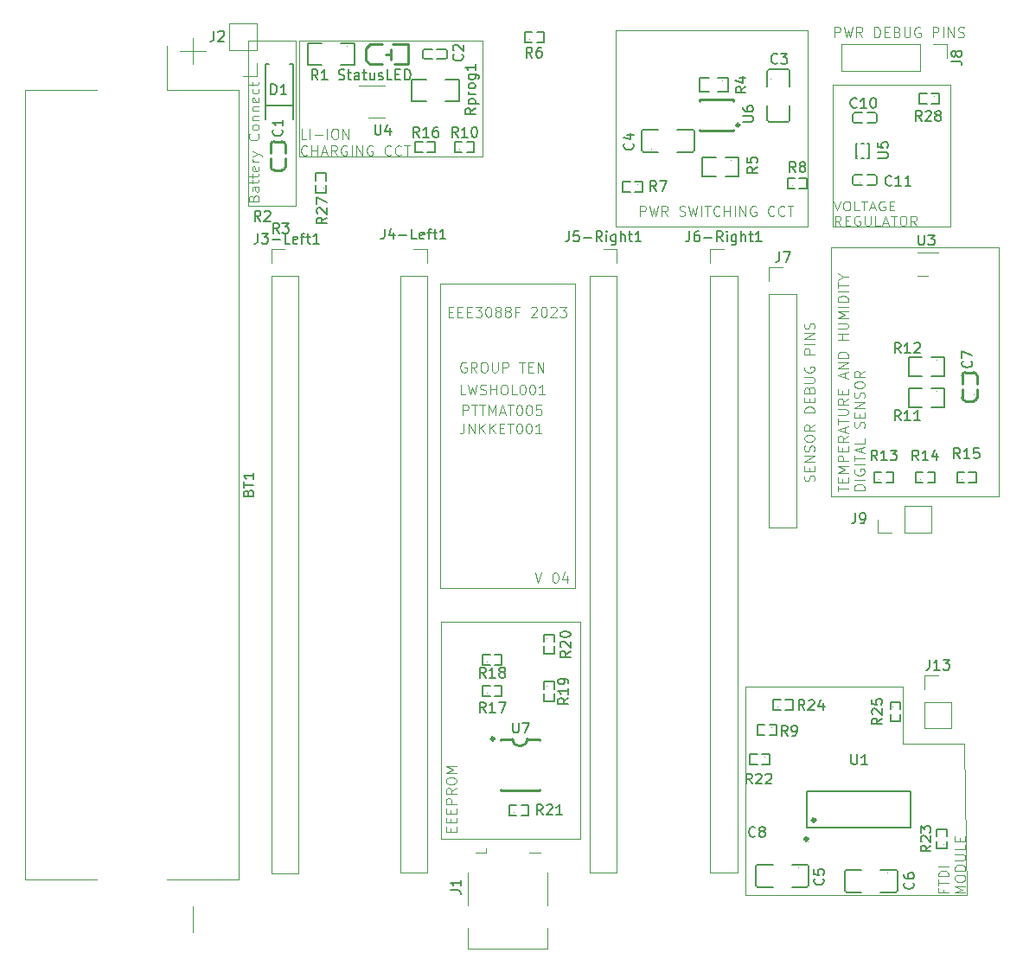
<source format=gbr>
%TF.GenerationSoftware,KiCad,Pcbnew,7.0.1-0*%
%TF.CreationDate,2023-04-13T21:56:56+02:00*%
%TF.ProjectId,Main,4d61696e-2e6b-4696-9361-645f70636258,V01*%
%TF.SameCoordinates,Original*%
%TF.FileFunction,Legend,Top*%
%TF.FilePolarity,Positive*%
%FSLAX46Y46*%
G04 Gerber Fmt 4.6, Leading zero omitted, Abs format (unit mm)*
G04 Created by KiCad (PCBNEW 7.0.1-0) date 2023-04-13 21:56:56*
%MOMM*%
%LPD*%
G01*
G04 APERTURE LIST*
%ADD10C,0.100000*%
%ADD11C,0.090000*%
%ADD12C,0.150000*%
%ADD13C,0.152400*%
%ADD14C,0.059995*%
%ADD15C,0.120000*%
%ADD16C,0.254000*%
%ADD17C,0.300000*%
%ADD18C,0.150013*%
G04 APERTURE END LIST*
D10*
X144895238Y-99677619D02*
X145228571Y-100677619D01*
X145228571Y-100677619D02*
X145561904Y-99677619D01*
X146847619Y-99677619D02*
X146942857Y-99677619D01*
X146942857Y-99677619D02*
X147038095Y-99725238D01*
X147038095Y-99725238D02*
X147085714Y-99772857D01*
X147085714Y-99772857D02*
X147133333Y-99868095D01*
X147133333Y-99868095D02*
X147180952Y-100058571D01*
X147180952Y-100058571D02*
X147180952Y-100296666D01*
X147180952Y-100296666D02*
X147133333Y-100487142D01*
X147133333Y-100487142D02*
X147085714Y-100582380D01*
X147085714Y-100582380D02*
X147038095Y-100630000D01*
X147038095Y-100630000D02*
X146942857Y-100677619D01*
X146942857Y-100677619D02*
X146847619Y-100677619D01*
X146847619Y-100677619D02*
X146752381Y-100630000D01*
X146752381Y-100630000D02*
X146704762Y-100582380D01*
X146704762Y-100582380D02*
X146657143Y-100487142D01*
X146657143Y-100487142D02*
X146609524Y-100296666D01*
X146609524Y-100296666D02*
X146609524Y-100058571D01*
X146609524Y-100058571D02*
X146657143Y-99868095D01*
X146657143Y-99868095D02*
X146704762Y-99772857D01*
X146704762Y-99772857D02*
X146752381Y-99725238D01*
X146752381Y-99725238D02*
X146847619Y-99677619D01*
X148038095Y-100010952D02*
X148038095Y-100677619D01*
X147800000Y-99630000D02*
X147561905Y-100344285D01*
X147561905Y-100344285D02*
X148180952Y-100344285D01*
X137923809Y-85077619D02*
X137923809Y-85791904D01*
X137923809Y-85791904D02*
X137876190Y-85934761D01*
X137876190Y-85934761D02*
X137780952Y-86030000D01*
X137780952Y-86030000D02*
X137638095Y-86077619D01*
X137638095Y-86077619D02*
X137542857Y-86077619D01*
X138400000Y-86077619D02*
X138400000Y-85077619D01*
X138400000Y-85077619D02*
X138971428Y-86077619D01*
X138971428Y-86077619D02*
X138971428Y-85077619D01*
X139447619Y-86077619D02*
X139447619Y-85077619D01*
X140019047Y-86077619D02*
X139590476Y-85506190D01*
X140019047Y-85077619D02*
X139447619Y-85649047D01*
X140447619Y-86077619D02*
X140447619Y-85077619D01*
X141019047Y-86077619D02*
X140590476Y-85506190D01*
X141019047Y-85077619D02*
X140447619Y-85649047D01*
X141447619Y-85553809D02*
X141780952Y-85553809D01*
X141923809Y-86077619D02*
X141447619Y-86077619D01*
X141447619Y-86077619D02*
X141447619Y-85077619D01*
X141447619Y-85077619D02*
X141923809Y-85077619D01*
X142209524Y-85077619D02*
X142780952Y-85077619D01*
X142495238Y-86077619D02*
X142495238Y-85077619D01*
X143304762Y-85077619D02*
X143400000Y-85077619D01*
X143400000Y-85077619D02*
X143495238Y-85125238D01*
X143495238Y-85125238D02*
X143542857Y-85172857D01*
X143542857Y-85172857D02*
X143590476Y-85268095D01*
X143590476Y-85268095D02*
X143638095Y-85458571D01*
X143638095Y-85458571D02*
X143638095Y-85696666D01*
X143638095Y-85696666D02*
X143590476Y-85887142D01*
X143590476Y-85887142D02*
X143542857Y-85982380D01*
X143542857Y-85982380D02*
X143495238Y-86030000D01*
X143495238Y-86030000D02*
X143400000Y-86077619D01*
X143400000Y-86077619D02*
X143304762Y-86077619D01*
X143304762Y-86077619D02*
X143209524Y-86030000D01*
X143209524Y-86030000D02*
X143161905Y-85982380D01*
X143161905Y-85982380D02*
X143114286Y-85887142D01*
X143114286Y-85887142D02*
X143066667Y-85696666D01*
X143066667Y-85696666D02*
X143066667Y-85458571D01*
X143066667Y-85458571D02*
X143114286Y-85268095D01*
X143114286Y-85268095D02*
X143161905Y-85172857D01*
X143161905Y-85172857D02*
X143209524Y-85125238D01*
X143209524Y-85125238D02*
X143304762Y-85077619D01*
X144257143Y-85077619D02*
X144352381Y-85077619D01*
X144352381Y-85077619D02*
X144447619Y-85125238D01*
X144447619Y-85125238D02*
X144495238Y-85172857D01*
X144495238Y-85172857D02*
X144542857Y-85268095D01*
X144542857Y-85268095D02*
X144590476Y-85458571D01*
X144590476Y-85458571D02*
X144590476Y-85696666D01*
X144590476Y-85696666D02*
X144542857Y-85887142D01*
X144542857Y-85887142D02*
X144495238Y-85982380D01*
X144495238Y-85982380D02*
X144447619Y-86030000D01*
X144447619Y-86030000D02*
X144352381Y-86077619D01*
X144352381Y-86077619D02*
X144257143Y-86077619D01*
X144257143Y-86077619D02*
X144161905Y-86030000D01*
X144161905Y-86030000D02*
X144114286Y-85982380D01*
X144114286Y-85982380D02*
X144066667Y-85887142D01*
X144066667Y-85887142D02*
X144019048Y-85696666D01*
X144019048Y-85696666D02*
X144019048Y-85458571D01*
X144019048Y-85458571D02*
X144066667Y-85268095D01*
X144066667Y-85268095D02*
X144114286Y-85172857D01*
X144114286Y-85172857D02*
X144161905Y-85125238D01*
X144161905Y-85125238D02*
X144257143Y-85077619D01*
X145542857Y-86077619D02*
X144971429Y-86077619D01*
X145257143Y-86077619D02*
X145257143Y-85077619D01*
X145257143Y-85077619D02*
X145161905Y-85220476D01*
X145161905Y-85220476D02*
X145066667Y-85315714D01*
X145066667Y-85315714D02*
X144971429Y-85363333D01*
X137838095Y-84277619D02*
X137838095Y-83277619D01*
X137838095Y-83277619D02*
X138219047Y-83277619D01*
X138219047Y-83277619D02*
X138314285Y-83325238D01*
X138314285Y-83325238D02*
X138361904Y-83372857D01*
X138361904Y-83372857D02*
X138409523Y-83468095D01*
X138409523Y-83468095D02*
X138409523Y-83610952D01*
X138409523Y-83610952D02*
X138361904Y-83706190D01*
X138361904Y-83706190D02*
X138314285Y-83753809D01*
X138314285Y-83753809D02*
X138219047Y-83801428D01*
X138219047Y-83801428D02*
X137838095Y-83801428D01*
X138695238Y-83277619D02*
X139266666Y-83277619D01*
X138980952Y-84277619D02*
X138980952Y-83277619D01*
X139457143Y-83277619D02*
X140028571Y-83277619D01*
X139742857Y-84277619D02*
X139742857Y-83277619D01*
X140361905Y-84277619D02*
X140361905Y-83277619D01*
X140361905Y-83277619D02*
X140695238Y-83991904D01*
X140695238Y-83991904D02*
X141028571Y-83277619D01*
X141028571Y-83277619D02*
X141028571Y-84277619D01*
X141457143Y-83991904D02*
X141933333Y-83991904D01*
X141361905Y-84277619D02*
X141695238Y-83277619D01*
X141695238Y-83277619D02*
X142028571Y-84277619D01*
X142219048Y-83277619D02*
X142790476Y-83277619D01*
X142504762Y-84277619D02*
X142504762Y-83277619D01*
X143314286Y-83277619D02*
X143409524Y-83277619D01*
X143409524Y-83277619D02*
X143504762Y-83325238D01*
X143504762Y-83325238D02*
X143552381Y-83372857D01*
X143552381Y-83372857D02*
X143600000Y-83468095D01*
X143600000Y-83468095D02*
X143647619Y-83658571D01*
X143647619Y-83658571D02*
X143647619Y-83896666D01*
X143647619Y-83896666D02*
X143600000Y-84087142D01*
X143600000Y-84087142D02*
X143552381Y-84182380D01*
X143552381Y-84182380D02*
X143504762Y-84230000D01*
X143504762Y-84230000D02*
X143409524Y-84277619D01*
X143409524Y-84277619D02*
X143314286Y-84277619D01*
X143314286Y-84277619D02*
X143219048Y-84230000D01*
X143219048Y-84230000D02*
X143171429Y-84182380D01*
X143171429Y-84182380D02*
X143123810Y-84087142D01*
X143123810Y-84087142D02*
X143076191Y-83896666D01*
X143076191Y-83896666D02*
X143076191Y-83658571D01*
X143076191Y-83658571D02*
X143123810Y-83468095D01*
X143123810Y-83468095D02*
X143171429Y-83372857D01*
X143171429Y-83372857D02*
X143219048Y-83325238D01*
X143219048Y-83325238D02*
X143314286Y-83277619D01*
X144266667Y-83277619D02*
X144361905Y-83277619D01*
X144361905Y-83277619D02*
X144457143Y-83325238D01*
X144457143Y-83325238D02*
X144504762Y-83372857D01*
X144504762Y-83372857D02*
X144552381Y-83468095D01*
X144552381Y-83468095D02*
X144600000Y-83658571D01*
X144600000Y-83658571D02*
X144600000Y-83896666D01*
X144600000Y-83896666D02*
X144552381Y-84087142D01*
X144552381Y-84087142D02*
X144504762Y-84182380D01*
X144504762Y-84182380D02*
X144457143Y-84230000D01*
X144457143Y-84230000D02*
X144361905Y-84277619D01*
X144361905Y-84277619D02*
X144266667Y-84277619D01*
X144266667Y-84277619D02*
X144171429Y-84230000D01*
X144171429Y-84230000D02*
X144123810Y-84182380D01*
X144123810Y-84182380D02*
X144076191Y-84087142D01*
X144076191Y-84087142D02*
X144028572Y-83896666D01*
X144028572Y-83896666D02*
X144028572Y-83658571D01*
X144028572Y-83658571D02*
X144076191Y-83468095D01*
X144076191Y-83468095D02*
X144123810Y-83372857D01*
X144123810Y-83372857D02*
X144171429Y-83325238D01*
X144171429Y-83325238D02*
X144266667Y-83277619D01*
X145504762Y-83277619D02*
X145028572Y-83277619D01*
X145028572Y-83277619D02*
X144980953Y-83753809D01*
X144980953Y-83753809D02*
X145028572Y-83706190D01*
X145028572Y-83706190D02*
X145123810Y-83658571D01*
X145123810Y-83658571D02*
X145361905Y-83658571D01*
X145361905Y-83658571D02*
X145457143Y-83706190D01*
X145457143Y-83706190D02*
X145504762Y-83753809D01*
X145504762Y-83753809D02*
X145552381Y-83849047D01*
X145552381Y-83849047D02*
X145552381Y-84087142D01*
X145552381Y-84087142D02*
X145504762Y-84182380D01*
X145504762Y-84182380D02*
X145457143Y-84230000D01*
X145457143Y-84230000D02*
X145361905Y-84277619D01*
X145361905Y-84277619D02*
X145123810Y-84277619D01*
X145123810Y-84277619D02*
X145028572Y-84230000D01*
X145028572Y-84230000D02*
X144980953Y-84182380D01*
X138114285Y-82277619D02*
X137638095Y-82277619D01*
X137638095Y-82277619D02*
X137638095Y-81277619D01*
X138352381Y-81277619D02*
X138590476Y-82277619D01*
X138590476Y-82277619D02*
X138780952Y-81563333D01*
X138780952Y-81563333D02*
X138971428Y-82277619D01*
X138971428Y-82277619D02*
X139209524Y-81277619D01*
X139542857Y-82230000D02*
X139685714Y-82277619D01*
X139685714Y-82277619D02*
X139923809Y-82277619D01*
X139923809Y-82277619D02*
X140019047Y-82230000D01*
X140019047Y-82230000D02*
X140066666Y-82182380D01*
X140066666Y-82182380D02*
X140114285Y-82087142D01*
X140114285Y-82087142D02*
X140114285Y-81991904D01*
X140114285Y-81991904D02*
X140066666Y-81896666D01*
X140066666Y-81896666D02*
X140019047Y-81849047D01*
X140019047Y-81849047D02*
X139923809Y-81801428D01*
X139923809Y-81801428D02*
X139733333Y-81753809D01*
X139733333Y-81753809D02*
X139638095Y-81706190D01*
X139638095Y-81706190D02*
X139590476Y-81658571D01*
X139590476Y-81658571D02*
X139542857Y-81563333D01*
X139542857Y-81563333D02*
X139542857Y-81468095D01*
X139542857Y-81468095D02*
X139590476Y-81372857D01*
X139590476Y-81372857D02*
X139638095Y-81325238D01*
X139638095Y-81325238D02*
X139733333Y-81277619D01*
X139733333Y-81277619D02*
X139971428Y-81277619D01*
X139971428Y-81277619D02*
X140114285Y-81325238D01*
X140542857Y-82277619D02*
X140542857Y-81277619D01*
X140542857Y-81753809D02*
X141114285Y-81753809D01*
X141114285Y-82277619D02*
X141114285Y-81277619D01*
X141780952Y-81277619D02*
X141971428Y-81277619D01*
X141971428Y-81277619D02*
X142066666Y-81325238D01*
X142066666Y-81325238D02*
X142161904Y-81420476D01*
X142161904Y-81420476D02*
X142209523Y-81610952D01*
X142209523Y-81610952D02*
X142209523Y-81944285D01*
X142209523Y-81944285D02*
X142161904Y-82134761D01*
X142161904Y-82134761D02*
X142066666Y-82230000D01*
X142066666Y-82230000D02*
X141971428Y-82277619D01*
X141971428Y-82277619D02*
X141780952Y-82277619D01*
X141780952Y-82277619D02*
X141685714Y-82230000D01*
X141685714Y-82230000D02*
X141590476Y-82134761D01*
X141590476Y-82134761D02*
X141542857Y-81944285D01*
X141542857Y-81944285D02*
X141542857Y-81610952D01*
X141542857Y-81610952D02*
X141590476Y-81420476D01*
X141590476Y-81420476D02*
X141685714Y-81325238D01*
X141685714Y-81325238D02*
X141780952Y-81277619D01*
X143114285Y-82277619D02*
X142638095Y-82277619D01*
X142638095Y-82277619D02*
X142638095Y-81277619D01*
X143638095Y-81277619D02*
X143733333Y-81277619D01*
X143733333Y-81277619D02*
X143828571Y-81325238D01*
X143828571Y-81325238D02*
X143876190Y-81372857D01*
X143876190Y-81372857D02*
X143923809Y-81468095D01*
X143923809Y-81468095D02*
X143971428Y-81658571D01*
X143971428Y-81658571D02*
X143971428Y-81896666D01*
X143971428Y-81896666D02*
X143923809Y-82087142D01*
X143923809Y-82087142D02*
X143876190Y-82182380D01*
X143876190Y-82182380D02*
X143828571Y-82230000D01*
X143828571Y-82230000D02*
X143733333Y-82277619D01*
X143733333Y-82277619D02*
X143638095Y-82277619D01*
X143638095Y-82277619D02*
X143542857Y-82230000D01*
X143542857Y-82230000D02*
X143495238Y-82182380D01*
X143495238Y-82182380D02*
X143447619Y-82087142D01*
X143447619Y-82087142D02*
X143400000Y-81896666D01*
X143400000Y-81896666D02*
X143400000Y-81658571D01*
X143400000Y-81658571D02*
X143447619Y-81468095D01*
X143447619Y-81468095D02*
X143495238Y-81372857D01*
X143495238Y-81372857D02*
X143542857Y-81325238D01*
X143542857Y-81325238D02*
X143638095Y-81277619D01*
X144590476Y-81277619D02*
X144685714Y-81277619D01*
X144685714Y-81277619D02*
X144780952Y-81325238D01*
X144780952Y-81325238D02*
X144828571Y-81372857D01*
X144828571Y-81372857D02*
X144876190Y-81468095D01*
X144876190Y-81468095D02*
X144923809Y-81658571D01*
X144923809Y-81658571D02*
X144923809Y-81896666D01*
X144923809Y-81896666D02*
X144876190Y-82087142D01*
X144876190Y-82087142D02*
X144828571Y-82182380D01*
X144828571Y-82182380D02*
X144780952Y-82230000D01*
X144780952Y-82230000D02*
X144685714Y-82277619D01*
X144685714Y-82277619D02*
X144590476Y-82277619D01*
X144590476Y-82277619D02*
X144495238Y-82230000D01*
X144495238Y-82230000D02*
X144447619Y-82182380D01*
X144447619Y-82182380D02*
X144400000Y-82087142D01*
X144400000Y-82087142D02*
X144352381Y-81896666D01*
X144352381Y-81896666D02*
X144352381Y-81658571D01*
X144352381Y-81658571D02*
X144400000Y-81468095D01*
X144400000Y-81468095D02*
X144447619Y-81372857D01*
X144447619Y-81372857D02*
X144495238Y-81325238D01*
X144495238Y-81325238D02*
X144590476Y-81277619D01*
X145876190Y-82277619D02*
X145304762Y-82277619D01*
X145590476Y-82277619D02*
X145590476Y-81277619D01*
X145590476Y-81277619D02*
X145495238Y-81420476D01*
X145495238Y-81420476D02*
X145400000Y-81515714D01*
X145400000Y-81515714D02*
X145304762Y-81563333D01*
X138161904Y-79125238D02*
X138066666Y-79077619D01*
X138066666Y-79077619D02*
X137923809Y-79077619D01*
X137923809Y-79077619D02*
X137780952Y-79125238D01*
X137780952Y-79125238D02*
X137685714Y-79220476D01*
X137685714Y-79220476D02*
X137638095Y-79315714D01*
X137638095Y-79315714D02*
X137590476Y-79506190D01*
X137590476Y-79506190D02*
X137590476Y-79649047D01*
X137590476Y-79649047D02*
X137638095Y-79839523D01*
X137638095Y-79839523D02*
X137685714Y-79934761D01*
X137685714Y-79934761D02*
X137780952Y-80030000D01*
X137780952Y-80030000D02*
X137923809Y-80077619D01*
X137923809Y-80077619D02*
X138019047Y-80077619D01*
X138019047Y-80077619D02*
X138161904Y-80030000D01*
X138161904Y-80030000D02*
X138209523Y-79982380D01*
X138209523Y-79982380D02*
X138209523Y-79649047D01*
X138209523Y-79649047D02*
X138019047Y-79649047D01*
X139209523Y-80077619D02*
X138876190Y-79601428D01*
X138638095Y-80077619D02*
X138638095Y-79077619D01*
X138638095Y-79077619D02*
X139019047Y-79077619D01*
X139019047Y-79077619D02*
X139114285Y-79125238D01*
X139114285Y-79125238D02*
X139161904Y-79172857D01*
X139161904Y-79172857D02*
X139209523Y-79268095D01*
X139209523Y-79268095D02*
X139209523Y-79410952D01*
X139209523Y-79410952D02*
X139161904Y-79506190D01*
X139161904Y-79506190D02*
X139114285Y-79553809D01*
X139114285Y-79553809D02*
X139019047Y-79601428D01*
X139019047Y-79601428D02*
X138638095Y-79601428D01*
X139828571Y-79077619D02*
X140019047Y-79077619D01*
X140019047Y-79077619D02*
X140114285Y-79125238D01*
X140114285Y-79125238D02*
X140209523Y-79220476D01*
X140209523Y-79220476D02*
X140257142Y-79410952D01*
X140257142Y-79410952D02*
X140257142Y-79744285D01*
X140257142Y-79744285D02*
X140209523Y-79934761D01*
X140209523Y-79934761D02*
X140114285Y-80030000D01*
X140114285Y-80030000D02*
X140019047Y-80077619D01*
X140019047Y-80077619D02*
X139828571Y-80077619D01*
X139828571Y-80077619D02*
X139733333Y-80030000D01*
X139733333Y-80030000D02*
X139638095Y-79934761D01*
X139638095Y-79934761D02*
X139590476Y-79744285D01*
X139590476Y-79744285D02*
X139590476Y-79410952D01*
X139590476Y-79410952D02*
X139638095Y-79220476D01*
X139638095Y-79220476D02*
X139733333Y-79125238D01*
X139733333Y-79125238D02*
X139828571Y-79077619D01*
X140685714Y-79077619D02*
X140685714Y-79887142D01*
X140685714Y-79887142D02*
X140733333Y-79982380D01*
X140733333Y-79982380D02*
X140780952Y-80030000D01*
X140780952Y-80030000D02*
X140876190Y-80077619D01*
X140876190Y-80077619D02*
X141066666Y-80077619D01*
X141066666Y-80077619D02*
X141161904Y-80030000D01*
X141161904Y-80030000D02*
X141209523Y-79982380D01*
X141209523Y-79982380D02*
X141257142Y-79887142D01*
X141257142Y-79887142D02*
X141257142Y-79077619D01*
X141733333Y-80077619D02*
X141733333Y-79077619D01*
X141733333Y-79077619D02*
X142114285Y-79077619D01*
X142114285Y-79077619D02*
X142209523Y-79125238D01*
X142209523Y-79125238D02*
X142257142Y-79172857D01*
X142257142Y-79172857D02*
X142304761Y-79268095D01*
X142304761Y-79268095D02*
X142304761Y-79410952D01*
X142304761Y-79410952D02*
X142257142Y-79506190D01*
X142257142Y-79506190D02*
X142209523Y-79553809D01*
X142209523Y-79553809D02*
X142114285Y-79601428D01*
X142114285Y-79601428D02*
X141733333Y-79601428D01*
X143352381Y-79077619D02*
X143923809Y-79077619D01*
X143638095Y-80077619D02*
X143638095Y-79077619D01*
X144257143Y-79553809D02*
X144590476Y-79553809D01*
X144733333Y-80077619D02*
X144257143Y-80077619D01*
X144257143Y-80077619D02*
X144257143Y-79077619D01*
X144257143Y-79077619D02*
X144733333Y-79077619D01*
X145161905Y-80077619D02*
X145161905Y-79077619D01*
X145161905Y-79077619D02*
X145733333Y-80077619D01*
X145733333Y-80077619D02*
X145733333Y-79077619D01*
X136438095Y-74153809D02*
X136771428Y-74153809D01*
X136914285Y-74677619D02*
X136438095Y-74677619D01*
X136438095Y-74677619D02*
X136438095Y-73677619D01*
X136438095Y-73677619D02*
X136914285Y-73677619D01*
X137342857Y-74153809D02*
X137676190Y-74153809D01*
X137819047Y-74677619D02*
X137342857Y-74677619D01*
X137342857Y-74677619D02*
X137342857Y-73677619D01*
X137342857Y-73677619D02*
X137819047Y-73677619D01*
X138247619Y-74153809D02*
X138580952Y-74153809D01*
X138723809Y-74677619D02*
X138247619Y-74677619D01*
X138247619Y-74677619D02*
X138247619Y-73677619D01*
X138247619Y-73677619D02*
X138723809Y-73677619D01*
X139057143Y-73677619D02*
X139676190Y-73677619D01*
X139676190Y-73677619D02*
X139342857Y-74058571D01*
X139342857Y-74058571D02*
X139485714Y-74058571D01*
X139485714Y-74058571D02*
X139580952Y-74106190D01*
X139580952Y-74106190D02*
X139628571Y-74153809D01*
X139628571Y-74153809D02*
X139676190Y-74249047D01*
X139676190Y-74249047D02*
X139676190Y-74487142D01*
X139676190Y-74487142D02*
X139628571Y-74582380D01*
X139628571Y-74582380D02*
X139580952Y-74630000D01*
X139580952Y-74630000D02*
X139485714Y-74677619D01*
X139485714Y-74677619D02*
X139200000Y-74677619D01*
X139200000Y-74677619D02*
X139104762Y-74630000D01*
X139104762Y-74630000D02*
X139057143Y-74582380D01*
X140295238Y-73677619D02*
X140390476Y-73677619D01*
X140390476Y-73677619D02*
X140485714Y-73725238D01*
X140485714Y-73725238D02*
X140533333Y-73772857D01*
X140533333Y-73772857D02*
X140580952Y-73868095D01*
X140580952Y-73868095D02*
X140628571Y-74058571D01*
X140628571Y-74058571D02*
X140628571Y-74296666D01*
X140628571Y-74296666D02*
X140580952Y-74487142D01*
X140580952Y-74487142D02*
X140533333Y-74582380D01*
X140533333Y-74582380D02*
X140485714Y-74630000D01*
X140485714Y-74630000D02*
X140390476Y-74677619D01*
X140390476Y-74677619D02*
X140295238Y-74677619D01*
X140295238Y-74677619D02*
X140200000Y-74630000D01*
X140200000Y-74630000D02*
X140152381Y-74582380D01*
X140152381Y-74582380D02*
X140104762Y-74487142D01*
X140104762Y-74487142D02*
X140057143Y-74296666D01*
X140057143Y-74296666D02*
X140057143Y-74058571D01*
X140057143Y-74058571D02*
X140104762Y-73868095D01*
X140104762Y-73868095D02*
X140152381Y-73772857D01*
X140152381Y-73772857D02*
X140200000Y-73725238D01*
X140200000Y-73725238D02*
X140295238Y-73677619D01*
X141200000Y-74106190D02*
X141104762Y-74058571D01*
X141104762Y-74058571D02*
X141057143Y-74010952D01*
X141057143Y-74010952D02*
X141009524Y-73915714D01*
X141009524Y-73915714D02*
X141009524Y-73868095D01*
X141009524Y-73868095D02*
X141057143Y-73772857D01*
X141057143Y-73772857D02*
X141104762Y-73725238D01*
X141104762Y-73725238D02*
X141200000Y-73677619D01*
X141200000Y-73677619D02*
X141390476Y-73677619D01*
X141390476Y-73677619D02*
X141485714Y-73725238D01*
X141485714Y-73725238D02*
X141533333Y-73772857D01*
X141533333Y-73772857D02*
X141580952Y-73868095D01*
X141580952Y-73868095D02*
X141580952Y-73915714D01*
X141580952Y-73915714D02*
X141533333Y-74010952D01*
X141533333Y-74010952D02*
X141485714Y-74058571D01*
X141485714Y-74058571D02*
X141390476Y-74106190D01*
X141390476Y-74106190D02*
X141200000Y-74106190D01*
X141200000Y-74106190D02*
X141104762Y-74153809D01*
X141104762Y-74153809D02*
X141057143Y-74201428D01*
X141057143Y-74201428D02*
X141009524Y-74296666D01*
X141009524Y-74296666D02*
X141009524Y-74487142D01*
X141009524Y-74487142D02*
X141057143Y-74582380D01*
X141057143Y-74582380D02*
X141104762Y-74630000D01*
X141104762Y-74630000D02*
X141200000Y-74677619D01*
X141200000Y-74677619D02*
X141390476Y-74677619D01*
X141390476Y-74677619D02*
X141485714Y-74630000D01*
X141485714Y-74630000D02*
X141533333Y-74582380D01*
X141533333Y-74582380D02*
X141580952Y-74487142D01*
X141580952Y-74487142D02*
X141580952Y-74296666D01*
X141580952Y-74296666D02*
X141533333Y-74201428D01*
X141533333Y-74201428D02*
X141485714Y-74153809D01*
X141485714Y-74153809D02*
X141390476Y-74106190D01*
X142152381Y-74106190D02*
X142057143Y-74058571D01*
X142057143Y-74058571D02*
X142009524Y-74010952D01*
X142009524Y-74010952D02*
X141961905Y-73915714D01*
X141961905Y-73915714D02*
X141961905Y-73868095D01*
X141961905Y-73868095D02*
X142009524Y-73772857D01*
X142009524Y-73772857D02*
X142057143Y-73725238D01*
X142057143Y-73725238D02*
X142152381Y-73677619D01*
X142152381Y-73677619D02*
X142342857Y-73677619D01*
X142342857Y-73677619D02*
X142438095Y-73725238D01*
X142438095Y-73725238D02*
X142485714Y-73772857D01*
X142485714Y-73772857D02*
X142533333Y-73868095D01*
X142533333Y-73868095D02*
X142533333Y-73915714D01*
X142533333Y-73915714D02*
X142485714Y-74010952D01*
X142485714Y-74010952D02*
X142438095Y-74058571D01*
X142438095Y-74058571D02*
X142342857Y-74106190D01*
X142342857Y-74106190D02*
X142152381Y-74106190D01*
X142152381Y-74106190D02*
X142057143Y-74153809D01*
X142057143Y-74153809D02*
X142009524Y-74201428D01*
X142009524Y-74201428D02*
X141961905Y-74296666D01*
X141961905Y-74296666D02*
X141961905Y-74487142D01*
X141961905Y-74487142D02*
X142009524Y-74582380D01*
X142009524Y-74582380D02*
X142057143Y-74630000D01*
X142057143Y-74630000D02*
X142152381Y-74677619D01*
X142152381Y-74677619D02*
X142342857Y-74677619D01*
X142342857Y-74677619D02*
X142438095Y-74630000D01*
X142438095Y-74630000D02*
X142485714Y-74582380D01*
X142485714Y-74582380D02*
X142533333Y-74487142D01*
X142533333Y-74487142D02*
X142533333Y-74296666D01*
X142533333Y-74296666D02*
X142485714Y-74201428D01*
X142485714Y-74201428D02*
X142438095Y-74153809D01*
X142438095Y-74153809D02*
X142342857Y-74106190D01*
X143295238Y-74153809D02*
X142961905Y-74153809D01*
X142961905Y-74677619D02*
X142961905Y-73677619D01*
X142961905Y-73677619D02*
X143438095Y-73677619D01*
X144533334Y-73772857D02*
X144580953Y-73725238D01*
X144580953Y-73725238D02*
X144676191Y-73677619D01*
X144676191Y-73677619D02*
X144914286Y-73677619D01*
X144914286Y-73677619D02*
X145009524Y-73725238D01*
X145009524Y-73725238D02*
X145057143Y-73772857D01*
X145057143Y-73772857D02*
X145104762Y-73868095D01*
X145104762Y-73868095D02*
X145104762Y-73963333D01*
X145104762Y-73963333D02*
X145057143Y-74106190D01*
X145057143Y-74106190D02*
X144485715Y-74677619D01*
X144485715Y-74677619D02*
X145104762Y-74677619D01*
X145723810Y-73677619D02*
X145819048Y-73677619D01*
X145819048Y-73677619D02*
X145914286Y-73725238D01*
X145914286Y-73725238D02*
X145961905Y-73772857D01*
X145961905Y-73772857D02*
X146009524Y-73868095D01*
X146009524Y-73868095D02*
X146057143Y-74058571D01*
X146057143Y-74058571D02*
X146057143Y-74296666D01*
X146057143Y-74296666D02*
X146009524Y-74487142D01*
X146009524Y-74487142D02*
X145961905Y-74582380D01*
X145961905Y-74582380D02*
X145914286Y-74630000D01*
X145914286Y-74630000D02*
X145819048Y-74677619D01*
X145819048Y-74677619D02*
X145723810Y-74677619D01*
X145723810Y-74677619D02*
X145628572Y-74630000D01*
X145628572Y-74630000D02*
X145580953Y-74582380D01*
X145580953Y-74582380D02*
X145533334Y-74487142D01*
X145533334Y-74487142D02*
X145485715Y-74296666D01*
X145485715Y-74296666D02*
X145485715Y-74058571D01*
X145485715Y-74058571D02*
X145533334Y-73868095D01*
X145533334Y-73868095D02*
X145580953Y-73772857D01*
X145580953Y-73772857D02*
X145628572Y-73725238D01*
X145628572Y-73725238D02*
X145723810Y-73677619D01*
X146438096Y-73772857D02*
X146485715Y-73725238D01*
X146485715Y-73725238D02*
X146580953Y-73677619D01*
X146580953Y-73677619D02*
X146819048Y-73677619D01*
X146819048Y-73677619D02*
X146914286Y-73725238D01*
X146914286Y-73725238D02*
X146961905Y-73772857D01*
X146961905Y-73772857D02*
X147009524Y-73868095D01*
X147009524Y-73868095D02*
X147009524Y-73963333D01*
X147009524Y-73963333D02*
X146961905Y-74106190D01*
X146961905Y-74106190D02*
X146390477Y-74677619D01*
X146390477Y-74677619D02*
X147009524Y-74677619D01*
X147342858Y-73677619D02*
X147961905Y-73677619D01*
X147961905Y-73677619D02*
X147628572Y-74058571D01*
X147628572Y-74058571D02*
X147771429Y-74058571D01*
X147771429Y-74058571D02*
X147866667Y-74106190D01*
X147866667Y-74106190D02*
X147914286Y-74153809D01*
X147914286Y-74153809D02*
X147961905Y-74249047D01*
X147961905Y-74249047D02*
X147961905Y-74487142D01*
X147961905Y-74487142D02*
X147914286Y-74582380D01*
X147914286Y-74582380D02*
X147866667Y-74630000D01*
X147866667Y-74630000D02*
X147771429Y-74677619D01*
X147771429Y-74677619D02*
X147485715Y-74677619D01*
X147485715Y-74677619D02*
X147390477Y-74630000D01*
X147390477Y-74630000D02*
X147342858Y-74582380D01*
X135600000Y-71400000D02*
X148800000Y-71400000D01*
X148800000Y-101200000D01*
X135600000Y-101200000D01*
X135600000Y-71400000D01*
X174238095Y-47277619D02*
X174238095Y-46277619D01*
X174238095Y-46277619D02*
X174619047Y-46277619D01*
X174619047Y-46277619D02*
X174714285Y-46325238D01*
X174714285Y-46325238D02*
X174761904Y-46372857D01*
X174761904Y-46372857D02*
X174809523Y-46468095D01*
X174809523Y-46468095D02*
X174809523Y-46610952D01*
X174809523Y-46610952D02*
X174761904Y-46706190D01*
X174761904Y-46706190D02*
X174714285Y-46753809D01*
X174714285Y-46753809D02*
X174619047Y-46801428D01*
X174619047Y-46801428D02*
X174238095Y-46801428D01*
X175142857Y-46277619D02*
X175380952Y-47277619D01*
X175380952Y-47277619D02*
X175571428Y-46563333D01*
X175571428Y-46563333D02*
X175761904Y-47277619D01*
X175761904Y-47277619D02*
X176000000Y-46277619D01*
X176952380Y-47277619D02*
X176619047Y-46801428D01*
X176380952Y-47277619D02*
X176380952Y-46277619D01*
X176380952Y-46277619D02*
X176761904Y-46277619D01*
X176761904Y-46277619D02*
X176857142Y-46325238D01*
X176857142Y-46325238D02*
X176904761Y-46372857D01*
X176904761Y-46372857D02*
X176952380Y-46468095D01*
X176952380Y-46468095D02*
X176952380Y-46610952D01*
X176952380Y-46610952D02*
X176904761Y-46706190D01*
X176904761Y-46706190D02*
X176857142Y-46753809D01*
X176857142Y-46753809D02*
X176761904Y-46801428D01*
X176761904Y-46801428D02*
X176380952Y-46801428D01*
X178142857Y-47277619D02*
X178142857Y-46277619D01*
X178142857Y-46277619D02*
X178380952Y-46277619D01*
X178380952Y-46277619D02*
X178523809Y-46325238D01*
X178523809Y-46325238D02*
X178619047Y-46420476D01*
X178619047Y-46420476D02*
X178666666Y-46515714D01*
X178666666Y-46515714D02*
X178714285Y-46706190D01*
X178714285Y-46706190D02*
X178714285Y-46849047D01*
X178714285Y-46849047D02*
X178666666Y-47039523D01*
X178666666Y-47039523D02*
X178619047Y-47134761D01*
X178619047Y-47134761D02*
X178523809Y-47230000D01*
X178523809Y-47230000D02*
X178380952Y-47277619D01*
X178380952Y-47277619D02*
X178142857Y-47277619D01*
X179142857Y-46753809D02*
X179476190Y-46753809D01*
X179619047Y-47277619D02*
X179142857Y-47277619D01*
X179142857Y-47277619D02*
X179142857Y-46277619D01*
X179142857Y-46277619D02*
X179619047Y-46277619D01*
X180380952Y-46753809D02*
X180523809Y-46801428D01*
X180523809Y-46801428D02*
X180571428Y-46849047D01*
X180571428Y-46849047D02*
X180619047Y-46944285D01*
X180619047Y-46944285D02*
X180619047Y-47087142D01*
X180619047Y-47087142D02*
X180571428Y-47182380D01*
X180571428Y-47182380D02*
X180523809Y-47230000D01*
X180523809Y-47230000D02*
X180428571Y-47277619D01*
X180428571Y-47277619D02*
X180047619Y-47277619D01*
X180047619Y-47277619D02*
X180047619Y-46277619D01*
X180047619Y-46277619D02*
X180380952Y-46277619D01*
X180380952Y-46277619D02*
X180476190Y-46325238D01*
X180476190Y-46325238D02*
X180523809Y-46372857D01*
X180523809Y-46372857D02*
X180571428Y-46468095D01*
X180571428Y-46468095D02*
X180571428Y-46563333D01*
X180571428Y-46563333D02*
X180523809Y-46658571D01*
X180523809Y-46658571D02*
X180476190Y-46706190D01*
X180476190Y-46706190D02*
X180380952Y-46753809D01*
X180380952Y-46753809D02*
X180047619Y-46753809D01*
X181047619Y-46277619D02*
X181047619Y-47087142D01*
X181047619Y-47087142D02*
X181095238Y-47182380D01*
X181095238Y-47182380D02*
X181142857Y-47230000D01*
X181142857Y-47230000D02*
X181238095Y-47277619D01*
X181238095Y-47277619D02*
X181428571Y-47277619D01*
X181428571Y-47277619D02*
X181523809Y-47230000D01*
X181523809Y-47230000D02*
X181571428Y-47182380D01*
X181571428Y-47182380D02*
X181619047Y-47087142D01*
X181619047Y-47087142D02*
X181619047Y-46277619D01*
X182619047Y-46325238D02*
X182523809Y-46277619D01*
X182523809Y-46277619D02*
X182380952Y-46277619D01*
X182380952Y-46277619D02*
X182238095Y-46325238D01*
X182238095Y-46325238D02*
X182142857Y-46420476D01*
X182142857Y-46420476D02*
X182095238Y-46515714D01*
X182095238Y-46515714D02*
X182047619Y-46706190D01*
X182047619Y-46706190D02*
X182047619Y-46849047D01*
X182047619Y-46849047D02*
X182095238Y-47039523D01*
X182095238Y-47039523D02*
X182142857Y-47134761D01*
X182142857Y-47134761D02*
X182238095Y-47230000D01*
X182238095Y-47230000D02*
X182380952Y-47277619D01*
X182380952Y-47277619D02*
X182476190Y-47277619D01*
X182476190Y-47277619D02*
X182619047Y-47230000D01*
X182619047Y-47230000D02*
X182666666Y-47182380D01*
X182666666Y-47182380D02*
X182666666Y-46849047D01*
X182666666Y-46849047D02*
X182476190Y-46849047D01*
X183857143Y-47277619D02*
X183857143Y-46277619D01*
X183857143Y-46277619D02*
X184238095Y-46277619D01*
X184238095Y-46277619D02*
X184333333Y-46325238D01*
X184333333Y-46325238D02*
X184380952Y-46372857D01*
X184380952Y-46372857D02*
X184428571Y-46468095D01*
X184428571Y-46468095D02*
X184428571Y-46610952D01*
X184428571Y-46610952D02*
X184380952Y-46706190D01*
X184380952Y-46706190D02*
X184333333Y-46753809D01*
X184333333Y-46753809D02*
X184238095Y-46801428D01*
X184238095Y-46801428D02*
X183857143Y-46801428D01*
X184857143Y-47277619D02*
X184857143Y-46277619D01*
X185333333Y-47277619D02*
X185333333Y-46277619D01*
X185333333Y-46277619D02*
X185904761Y-47277619D01*
X185904761Y-47277619D02*
X185904761Y-46277619D01*
X186333333Y-47230000D02*
X186476190Y-47277619D01*
X186476190Y-47277619D02*
X186714285Y-47277619D01*
X186714285Y-47277619D02*
X186809523Y-47230000D01*
X186809523Y-47230000D02*
X186857142Y-47182380D01*
X186857142Y-47182380D02*
X186904761Y-47087142D01*
X186904761Y-47087142D02*
X186904761Y-46991904D01*
X186904761Y-46991904D02*
X186857142Y-46896666D01*
X186857142Y-46896666D02*
X186809523Y-46849047D01*
X186809523Y-46849047D02*
X186714285Y-46801428D01*
X186714285Y-46801428D02*
X186523809Y-46753809D01*
X186523809Y-46753809D02*
X186428571Y-46706190D01*
X186428571Y-46706190D02*
X186380952Y-46658571D01*
X186380952Y-46658571D02*
X186333333Y-46563333D01*
X186333333Y-46563333D02*
X186333333Y-46468095D01*
X186333333Y-46468095D02*
X186380952Y-46372857D01*
X186380952Y-46372857D02*
X186428571Y-46325238D01*
X186428571Y-46325238D02*
X186523809Y-46277619D01*
X186523809Y-46277619D02*
X186761904Y-46277619D01*
X186761904Y-46277619D02*
X186904761Y-46325238D01*
X116790000Y-47580810D02*
X121500000Y-47580810D01*
X121500000Y-63800000D01*
X116790000Y-63800000D01*
X116790000Y-47580810D01*
X152800000Y-46600000D02*
X171600000Y-46600000D01*
X171600000Y-65800000D01*
X152800000Y-65800000D01*
X152800000Y-46600000D01*
X174050000Y-51950000D02*
X185600000Y-51950000D01*
X185600000Y-65800000D01*
X174050000Y-65800000D01*
X174050000Y-51950000D01*
X165546000Y-110883000D02*
X180946000Y-110883000D01*
X165546000Y-130683000D02*
X165546000Y-110883000D01*
X180946000Y-110883000D02*
X180946000Y-116483000D01*
X121800000Y-47576817D02*
X139800000Y-47576817D01*
X139800000Y-58976817D01*
X121800000Y-58976817D01*
X121800000Y-47576817D01*
X180946000Y-116483000D02*
X186946000Y-116483000D01*
X187146000Y-131283000D02*
X165546000Y-131283000D01*
X173890000Y-67836000D02*
X190290000Y-67836000D01*
X190290000Y-92236000D01*
X173890000Y-92236000D01*
X173890000Y-67836000D01*
X186946000Y-116483000D02*
X187146000Y-131283000D01*
X135708000Y-104520000D02*
X149308000Y-104520000D01*
X149308000Y-125720000D01*
X135708000Y-125720000D01*
X135708000Y-104520000D01*
X165546000Y-131283000D02*
X165546000Y-130683000D01*
X184879809Y-130711571D02*
X184879809Y-131044904D01*
X185403619Y-131044904D02*
X184403619Y-131044904D01*
X184403619Y-131044904D02*
X184403619Y-130568714D01*
X184403619Y-130330618D02*
X184403619Y-129759190D01*
X185403619Y-130044904D02*
X184403619Y-130044904D01*
X185403619Y-129425856D02*
X184403619Y-129425856D01*
X184403619Y-129425856D02*
X184403619Y-129187761D01*
X184403619Y-129187761D02*
X184451238Y-129044904D01*
X184451238Y-129044904D02*
X184546476Y-128949666D01*
X184546476Y-128949666D02*
X184641714Y-128902047D01*
X184641714Y-128902047D02*
X184832190Y-128854428D01*
X184832190Y-128854428D02*
X184975047Y-128854428D01*
X184975047Y-128854428D02*
X185165523Y-128902047D01*
X185165523Y-128902047D02*
X185260761Y-128949666D01*
X185260761Y-128949666D02*
X185356000Y-129044904D01*
X185356000Y-129044904D02*
X185403619Y-129187761D01*
X185403619Y-129187761D02*
X185403619Y-129425856D01*
X185403619Y-128425856D02*
X184403619Y-128425856D01*
X187023619Y-131044904D02*
X186023619Y-131044904D01*
X186023619Y-131044904D02*
X186737904Y-130711571D01*
X186737904Y-130711571D02*
X186023619Y-130378238D01*
X186023619Y-130378238D02*
X187023619Y-130378238D01*
X186023619Y-129711571D02*
X186023619Y-129521095D01*
X186023619Y-129521095D02*
X186071238Y-129425857D01*
X186071238Y-129425857D02*
X186166476Y-129330619D01*
X186166476Y-129330619D02*
X186356952Y-129283000D01*
X186356952Y-129283000D02*
X186690285Y-129283000D01*
X186690285Y-129283000D02*
X186880761Y-129330619D01*
X186880761Y-129330619D02*
X186976000Y-129425857D01*
X186976000Y-129425857D02*
X187023619Y-129521095D01*
X187023619Y-129521095D02*
X187023619Y-129711571D01*
X187023619Y-129711571D02*
X186976000Y-129806809D01*
X186976000Y-129806809D02*
X186880761Y-129902047D01*
X186880761Y-129902047D02*
X186690285Y-129949666D01*
X186690285Y-129949666D02*
X186356952Y-129949666D01*
X186356952Y-129949666D02*
X186166476Y-129902047D01*
X186166476Y-129902047D02*
X186071238Y-129806809D01*
X186071238Y-129806809D02*
X186023619Y-129711571D01*
X187023619Y-128854428D02*
X186023619Y-128854428D01*
X186023619Y-128854428D02*
X186023619Y-128616333D01*
X186023619Y-128616333D02*
X186071238Y-128473476D01*
X186071238Y-128473476D02*
X186166476Y-128378238D01*
X186166476Y-128378238D02*
X186261714Y-128330619D01*
X186261714Y-128330619D02*
X186452190Y-128283000D01*
X186452190Y-128283000D02*
X186595047Y-128283000D01*
X186595047Y-128283000D02*
X186785523Y-128330619D01*
X186785523Y-128330619D02*
X186880761Y-128378238D01*
X186880761Y-128378238D02*
X186976000Y-128473476D01*
X186976000Y-128473476D02*
X187023619Y-128616333D01*
X187023619Y-128616333D02*
X187023619Y-128854428D01*
X186023619Y-127854428D02*
X186833142Y-127854428D01*
X186833142Y-127854428D02*
X186928380Y-127806809D01*
X186928380Y-127806809D02*
X186976000Y-127759190D01*
X186976000Y-127759190D02*
X187023619Y-127663952D01*
X187023619Y-127663952D02*
X187023619Y-127473476D01*
X187023619Y-127473476D02*
X186976000Y-127378238D01*
X186976000Y-127378238D02*
X186928380Y-127330619D01*
X186928380Y-127330619D02*
X186833142Y-127283000D01*
X186833142Y-127283000D02*
X186023619Y-127283000D01*
X187023619Y-126330619D02*
X187023619Y-126806809D01*
X187023619Y-126806809D02*
X186023619Y-126806809D01*
X186499809Y-125997285D02*
X186499809Y-125663952D01*
X187023619Y-125521095D02*
X187023619Y-125997285D01*
X187023619Y-125997285D02*
X186023619Y-125997285D01*
X186023619Y-125997285D02*
X186023619Y-125521095D01*
X136661809Y-125081904D02*
X136661809Y-124748571D01*
X137185619Y-124605714D02*
X137185619Y-125081904D01*
X137185619Y-125081904D02*
X136185619Y-125081904D01*
X136185619Y-125081904D02*
X136185619Y-124605714D01*
X136661809Y-124177142D02*
X136661809Y-123843809D01*
X137185619Y-123700952D02*
X137185619Y-124177142D01*
X137185619Y-124177142D02*
X136185619Y-124177142D01*
X136185619Y-124177142D02*
X136185619Y-123700952D01*
X136661809Y-123272380D02*
X136661809Y-122939047D01*
X137185619Y-122796190D02*
X137185619Y-123272380D01*
X137185619Y-123272380D02*
X136185619Y-123272380D01*
X136185619Y-123272380D02*
X136185619Y-122796190D01*
X137185619Y-122367618D02*
X136185619Y-122367618D01*
X136185619Y-122367618D02*
X136185619Y-121986666D01*
X136185619Y-121986666D02*
X136233238Y-121891428D01*
X136233238Y-121891428D02*
X136280857Y-121843809D01*
X136280857Y-121843809D02*
X136376095Y-121796190D01*
X136376095Y-121796190D02*
X136518952Y-121796190D01*
X136518952Y-121796190D02*
X136614190Y-121843809D01*
X136614190Y-121843809D02*
X136661809Y-121891428D01*
X136661809Y-121891428D02*
X136709428Y-121986666D01*
X136709428Y-121986666D02*
X136709428Y-122367618D01*
X137185619Y-120796190D02*
X136709428Y-121129523D01*
X137185619Y-121367618D02*
X136185619Y-121367618D01*
X136185619Y-121367618D02*
X136185619Y-120986666D01*
X136185619Y-120986666D02*
X136233238Y-120891428D01*
X136233238Y-120891428D02*
X136280857Y-120843809D01*
X136280857Y-120843809D02*
X136376095Y-120796190D01*
X136376095Y-120796190D02*
X136518952Y-120796190D01*
X136518952Y-120796190D02*
X136614190Y-120843809D01*
X136614190Y-120843809D02*
X136661809Y-120891428D01*
X136661809Y-120891428D02*
X136709428Y-120986666D01*
X136709428Y-120986666D02*
X136709428Y-121367618D01*
X136185619Y-120177142D02*
X136185619Y-119986666D01*
X136185619Y-119986666D02*
X136233238Y-119891428D01*
X136233238Y-119891428D02*
X136328476Y-119796190D01*
X136328476Y-119796190D02*
X136518952Y-119748571D01*
X136518952Y-119748571D02*
X136852285Y-119748571D01*
X136852285Y-119748571D02*
X137042761Y-119796190D01*
X137042761Y-119796190D02*
X137138000Y-119891428D01*
X137138000Y-119891428D02*
X137185619Y-119986666D01*
X137185619Y-119986666D02*
X137185619Y-120177142D01*
X137185619Y-120177142D02*
X137138000Y-120272380D01*
X137138000Y-120272380D02*
X137042761Y-120367618D01*
X137042761Y-120367618D02*
X136852285Y-120415237D01*
X136852285Y-120415237D02*
X136518952Y-120415237D01*
X136518952Y-120415237D02*
X136328476Y-120367618D01*
X136328476Y-120367618D02*
X136233238Y-120272380D01*
X136233238Y-120272380D02*
X136185619Y-120177142D01*
X137185619Y-119319999D02*
X136185619Y-119319999D01*
X136185619Y-119319999D02*
X136899904Y-118986666D01*
X136899904Y-118986666D02*
X136185619Y-118653333D01*
X136185619Y-118653333D02*
X137185619Y-118653333D01*
X122514285Y-57234436D02*
X122038095Y-57234436D01*
X122038095Y-57234436D02*
X122038095Y-56234436D01*
X122847619Y-57234436D02*
X122847619Y-56234436D01*
X123323809Y-56853483D02*
X124085714Y-56853483D01*
X124561904Y-57234436D02*
X124561904Y-56234436D01*
X125228570Y-56234436D02*
X125419046Y-56234436D01*
X125419046Y-56234436D02*
X125514284Y-56282055D01*
X125514284Y-56282055D02*
X125609522Y-56377293D01*
X125609522Y-56377293D02*
X125657141Y-56567769D01*
X125657141Y-56567769D02*
X125657141Y-56901102D01*
X125657141Y-56901102D02*
X125609522Y-57091578D01*
X125609522Y-57091578D02*
X125514284Y-57186817D01*
X125514284Y-57186817D02*
X125419046Y-57234436D01*
X125419046Y-57234436D02*
X125228570Y-57234436D01*
X125228570Y-57234436D02*
X125133332Y-57186817D01*
X125133332Y-57186817D02*
X125038094Y-57091578D01*
X125038094Y-57091578D02*
X124990475Y-56901102D01*
X124990475Y-56901102D02*
X124990475Y-56567769D01*
X124990475Y-56567769D02*
X125038094Y-56377293D01*
X125038094Y-56377293D02*
X125133332Y-56282055D01*
X125133332Y-56282055D02*
X125228570Y-56234436D01*
X126085713Y-57234436D02*
X126085713Y-56234436D01*
X126085713Y-56234436D02*
X126657141Y-57234436D01*
X126657141Y-57234436D02*
X126657141Y-56234436D01*
X122609523Y-58759197D02*
X122561904Y-58806817D01*
X122561904Y-58806817D02*
X122419047Y-58854436D01*
X122419047Y-58854436D02*
X122323809Y-58854436D01*
X122323809Y-58854436D02*
X122180952Y-58806817D01*
X122180952Y-58806817D02*
X122085714Y-58711578D01*
X122085714Y-58711578D02*
X122038095Y-58616340D01*
X122038095Y-58616340D02*
X121990476Y-58425864D01*
X121990476Y-58425864D02*
X121990476Y-58283007D01*
X121990476Y-58283007D02*
X122038095Y-58092531D01*
X122038095Y-58092531D02*
X122085714Y-57997293D01*
X122085714Y-57997293D02*
X122180952Y-57902055D01*
X122180952Y-57902055D02*
X122323809Y-57854436D01*
X122323809Y-57854436D02*
X122419047Y-57854436D01*
X122419047Y-57854436D02*
X122561904Y-57902055D01*
X122561904Y-57902055D02*
X122609523Y-57949674D01*
X123038095Y-58854436D02*
X123038095Y-57854436D01*
X123038095Y-58330626D02*
X123609523Y-58330626D01*
X123609523Y-58854436D02*
X123609523Y-57854436D01*
X124038095Y-58568721D02*
X124514285Y-58568721D01*
X123942857Y-58854436D02*
X124276190Y-57854436D01*
X124276190Y-57854436D02*
X124609523Y-58854436D01*
X125514285Y-58854436D02*
X125180952Y-58378245D01*
X124942857Y-58854436D02*
X124942857Y-57854436D01*
X124942857Y-57854436D02*
X125323809Y-57854436D01*
X125323809Y-57854436D02*
X125419047Y-57902055D01*
X125419047Y-57902055D02*
X125466666Y-57949674D01*
X125466666Y-57949674D02*
X125514285Y-58044912D01*
X125514285Y-58044912D02*
X125514285Y-58187769D01*
X125514285Y-58187769D02*
X125466666Y-58283007D01*
X125466666Y-58283007D02*
X125419047Y-58330626D01*
X125419047Y-58330626D02*
X125323809Y-58378245D01*
X125323809Y-58378245D02*
X124942857Y-58378245D01*
X126466666Y-57902055D02*
X126371428Y-57854436D01*
X126371428Y-57854436D02*
X126228571Y-57854436D01*
X126228571Y-57854436D02*
X126085714Y-57902055D01*
X126085714Y-57902055D02*
X125990476Y-57997293D01*
X125990476Y-57997293D02*
X125942857Y-58092531D01*
X125942857Y-58092531D02*
X125895238Y-58283007D01*
X125895238Y-58283007D02*
X125895238Y-58425864D01*
X125895238Y-58425864D02*
X125942857Y-58616340D01*
X125942857Y-58616340D02*
X125990476Y-58711578D01*
X125990476Y-58711578D02*
X126085714Y-58806817D01*
X126085714Y-58806817D02*
X126228571Y-58854436D01*
X126228571Y-58854436D02*
X126323809Y-58854436D01*
X126323809Y-58854436D02*
X126466666Y-58806817D01*
X126466666Y-58806817D02*
X126514285Y-58759197D01*
X126514285Y-58759197D02*
X126514285Y-58425864D01*
X126514285Y-58425864D02*
X126323809Y-58425864D01*
X126942857Y-58854436D02*
X126942857Y-57854436D01*
X127419047Y-58854436D02*
X127419047Y-57854436D01*
X127419047Y-57854436D02*
X127990475Y-58854436D01*
X127990475Y-58854436D02*
X127990475Y-57854436D01*
X128990475Y-57902055D02*
X128895237Y-57854436D01*
X128895237Y-57854436D02*
X128752380Y-57854436D01*
X128752380Y-57854436D02*
X128609523Y-57902055D01*
X128609523Y-57902055D02*
X128514285Y-57997293D01*
X128514285Y-57997293D02*
X128466666Y-58092531D01*
X128466666Y-58092531D02*
X128419047Y-58283007D01*
X128419047Y-58283007D02*
X128419047Y-58425864D01*
X128419047Y-58425864D02*
X128466666Y-58616340D01*
X128466666Y-58616340D02*
X128514285Y-58711578D01*
X128514285Y-58711578D02*
X128609523Y-58806817D01*
X128609523Y-58806817D02*
X128752380Y-58854436D01*
X128752380Y-58854436D02*
X128847618Y-58854436D01*
X128847618Y-58854436D02*
X128990475Y-58806817D01*
X128990475Y-58806817D02*
X129038094Y-58759197D01*
X129038094Y-58759197D02*
X129038094Y-58425864D01*
X129038094Y-58425864D02*
X128847618Y-58425864D01*
X130799999Y-58759197D02*
X130752380Y-58806817D01*
X130752380Y-58806817D02*
X130609523Y-58854436D01*
X130609523Y-58854436D02*
X130514285Y-58854436D01*
X130514285Y-58854436D02*
X130371428Y-58806817D01*
X130371428Y-58806817D02*
X130276190Y-58711578D01*
X130276190Y-58711578D02*
X130228571Y-58616340D01*
X130228571Y-58616340D02*
X130180952Y-58425864D01*
X130180952Y-58425864D02*
X130180952Y-58283007D01*
X130180952Y-58283007D02*
X130228571Y-58092531D01*
X130228571Y-58092531D02*
X130276190Y-57997293D01*
X130276190Y-57997293D02*
X130371428Y-57902055D01*
X130371428Y-57902055D02*
X130514285Y-57854436D01*
X130514285Y-57854436D02*
X130609523Y-57854436D01*
X130609523Y-57854436D02*
X130752380Y-57902055D01*
X130752380Y-57902055D02*
X130799999Y-57949674D01*
X131799999Y-58759197D02*
X131752380Y-58806817D01*
X131752380Y-58806817D02*
X131609523Y-58854436D01*
X131609523Y-58854436D02*
X131514285Y-58854436D01*
X131514285Y-58854436D02*
X131371428Y-58806817D01*
X131371428Y-58806817D02*
X131276190Y-58711578D01*
X131276190Y-58711578D02*
X131228571Y-58616340D01*
X131228571Y-58616340D02*
X131180952Y-58425864D01*
X131180952Y-58425864D02*
X131180952Y-58283007D01*
X131180952Y-58283007D02*
X131228571Y-58092531D01*
X131228571Y-58092531D02*
X131276190Y-57997293D01*
X131276190Y-57997293D02*
X131371428Y-57902055D01*
X131371428Y-57902055D02*
X131514285Y-57854436D01*
X131514285Y-57854436D02*
X131609523Y-57854436D01*
X131609523Y-57854436D02*
X131752380Y-57902055D01*
X131752380Y-57902055D02*
X131799999Y-57949674D01*
X132085714Y-57854436D02*
X132657142Y-57854436D01*
X132371428Y-58854436D02*
X132371428Y-57854436D01*
D11*
X174145238Y-63331857D02*
X174478571Y-64231857D01*
X174478571Y-64231857D02*
X174811904Y-63331857D01*
X175335714Y-63331857D02*
X175526190Y-63331857D01*
X175526190Y-63331857D02*
X175621428Y-63374714D01*
X175621428Y-63374714D02*
X175716666Y-63460428D01*
X175716666Y-63460428D02*
X175764285Y-63631857D01*
X175764285Y-63631857D02*
X175764285Y-63931857D01*
X175764285Y-63931857D02*
X175716666Y-64103285D01*
X175716666Y-64103285D02*
X175621428Y-64189000D01*
X175621428Y-64189000D02*
X175526190Y-64231857D01*
X175526190Y-64231857D02*
X175335714Y-64231857D01*
X175335714Y-64231857D02*
X175240476Y-64189000D01*
X175240476Y-64189000D02*
X175145238Y-64103285D01*
X175145238Y-64103285D02*
X175097619Y-63931857D01*
X175097619Y-63931857D02*
X175097619Y-63631857D01*
X175097619Y-63631857D02*
X175145238Y-63460428D01*
X175145238Y-63460428D02*
X175240476Y-63374714D01*
X175240476Y-63374714D02*
X175335714Y-63331857D01*
X176669047Y-64231857D02*
X176192857Y-64231857D01*
X176192857Y-64231857D02*
X176192857Y-63331857D01*
X176859524Y-63331857D02*
X177430952Y-63331857D01*
X177145238Y-64231857D02*
X177145238Y-63331857D01*
X177716667Y-63974714D02*
X178192857Y-63974714D01*
X177621429Y-64231857D02*
X177954762Y-63331857D01*
X177954762Y-63331857D02*
X178288095Y-64231857D01*
X179145238Y-63374714D02*
X179050000Y-63331857D01*
X179050000Y-63331857D02*
X178907143Y-63331857D01*
X178907143Y-63331857D02*
X178764286Y-63374714D01*
X178764286Y-63374714D02*
X178669048Y-63460428D01*
X178669048Y-63460428D02*
X178621429Y-63546142D01*
X178621429Y-63546142D02*
X178573810Y-63717571D01*
X178573810Y-63717571D02*
X178573810Y-63846142D01*
X178573810Y-63846142D02*
X178621429Y-64017571D01*
X178621429Y-64017571D02*
X178669048Y-64103285D01*
X178669048Y-64103285D02*
X178764286Y-64189000D01*
X178764286Y-64189000D02*
X178907143Y-64231857D01*
X178907143Y-64231857D02*
X179002381Y-64231857D01*
X179002381Y-64231857D02*
X179145238Y-64189000D01*
X179145238Y-64189000D02*
X179192857Y-64146142D01*
X179192857Y-64146142D02*
X179192857Y-63846142D01*
X179192857Y-63846142D02*
X179002381Y-63846142D01*
X179621429Y-63760428D02*
X179954762Y-63760428D01*
X180097619Y-64231857D02*
X179621429Y-64231857D01*
X179621429Y-64231857D02*
X179621429Y-63331857D01*
X179621429Y-63331857D02*
X180097619Y-63331857D01*
X174859523Y-65689857D02*
X174526190Y-65261285D01*
X174288095Y-65689857D02*
X174288095Y-64789857D01*
X174288095Y-64789857D02*
X174669047Y-64789857D01*
X174669047Y-64789857D02*
X174764285Y-64832714D01*
X174764285Y-64832714D02*
X174811904Y-64875571D01*
X174811904Y-64875571D02*
X174859523Y-64961285D01*
X174859523Y-64961285D02*
X174859523Y-65089857D01*
X174859523Y-65089857D02*
X174811904Y-65175571D01*
X174811904Y-65175571D02*
X174764285Y-65218428D01*
X174764285Y-65218428D02*
X174669047Y-65261285D01*
X174669047Y-65261285D02*
X174288095Y-65261285D01*
X175288095Y-65218428D02*
X175621428Y-65218428D01*
X175764285Y-65689857D02*
X175288095Y-65689857D01*
X175288095Y-65689857D02*
X175288095Y-64789857D01*
X175288095Y-64789857D02*
X175764285Y-64789857D01*
X176716666Y-64832714D02*
X176621428Y-64789857D01*
X176621428Y-64789857D02*
X176478571Y-64789857D01*
X176478571Y-64789857D02*
X176335714Y-64832714D01*
X176335714Y-64832714D02*
X176240476Y-64918428D01*
X176240476Y-64918428D02*
X176192857Y-65004142D01*
X176192857Y-65004142D02*
X176145238Y-65175571D01*
X176145238Y-65175571D02*
X176145238Y-65304142D01*
X176145238Y-65304142D02*
X176192857Y-65475571D01*
X176192857Y-65475571D02*
X176240476Y-65561285D01*
X176240476Y-65561285D02*
X176335714Y-65647000D01*
X176335714Y-65647000D02*
X176478571Y-65689857D01*
X176478571Y-65689857D02*
X176573809Y-65689857D01*
X176573809Y-65689857D02*
X176716666Y-65647000D01*
X176716666Y-65647000D02*
X176764285Y-65604142D01*
X176764285Y-65604142D02*
X176764285Y-65304142D01*
X176764285Y-65304142D02*
X176573809Y-65304142D01*
X177192857Y-64789857D02*
X177192857Y-65518428D01*
X177192857Y-65518428D02*
X177240476Y-65604142D01*
X177240476Y-65604142D02*
X177288095Y-65647000D01*
X177288095Y-65647000D02*
X177383333Y-65689857D01*
X177383333Y-65689857D02*
X177573809Y-65689857D01*
X177573809Y-65689857D02*
X177669047Y-65647000D01*
X177669047Y-65647000D02*
X177716666Y-65604142D01*
X177716666Y-65604142D02*
X177764285Y-65518428D01*
X177764285Y-65518428D02*
X177764285Y-64789857D01*
X178716666Y-65689857D02*
X178240476Y-65689857D01*
X178240476Y-65689857D02*
X178240476Y-64789857D01*
X179002381Y-65432714D02*
X179478571Y-65432714D01*
X178907143Y-65689857D02*
X179240476Y-64789857D01*
X179240476Y-64789857D02*
X179573809Y-65689857D01*
X179764286Y-64789857D02*
X180335714Y-64789857D01*
X180050000Y-65689857D02*
X180050000Y-64789857D01*
X180859524Y-64789857D02*
X181050000Y-64789857D01*
X181050000Y-64789857D02*
X181145238Y-64832714D01*
X181145238Y-64832714D02*
X181240476Y-64918428D01*
X181240476Y-64918428D02*
X181288095Y-65089857D01*
X181288095Y-65089857D02*
X181288095Y-65389857D01*
X181288095Y-65389857D02*
X181240476Y-65561285D01*
X181240476Y-65561285D02*
X181145238Y-65647000D01*
X181145238Y-65647000D02*
X181050000Y-65689857D01*
X181050000Y-65689857D02*
X180859524Y-65689857D01*
X180859524Y-65689857D02*
X180764286Y-65647000D01*
X180764286Y-65647000D02*
X180669048Y-65561285D01*
X180669048Y-65561285D02*
X180621429Y-65389857D01*
X180621429Y-65389857D02*
X180621429Y-65089857D01*
X180621429Y-65089857D02*
X180669048Y-64918428D01*
X180669048Y-64918428D02*
X180764286Y-64832714D01*
X180764286Y-64832714D02*
X180859524Y-64789857D01*
X182288095Y-65689857D02*
X181954762Y-65261285D01*
X181716667Y-65689857D02*
X181716667Y-64789857D01*
X181716667Y-64789857D02*
X182097619Y-64789857D01*
X182097619Y-64789857D02*
X182192857Y-64832714D01*
X182192857Y-64832714D02*
X182240476Y-64875571D01*
X182240476Y-64875571D02*
X182288095Y-64961285D01*
X182288095Y-64961285D02*
X182288095Y-65089857D01*
X182288095Y-65089857D02*
X182240476Y-65175571D01*
X182240476Y-65175571D02*
X182192857Y-65218428D01*
X182192857Y-65218428D02*
X182097619Y-65261285D01*
X182097619Y-65261285D02*
X181716667Y-65261285D01*
D10*
X155188095Y-64777619D02*
X155188095Y-63777619D01*
X155188095Y-63777619D02*
X155569047Y-63777619D01*
X155569047Y-63777619D02*
X155664285Y-63825238D01*
X155664285Y-63825238D02*
X155711904Y-63872857D01*
X155711904Y-63872857D02*
X155759523Y-63968095D01*
X155759523Y-63968095D02*
X155759523Y-64110952D01*
X155759523Y-64110952D02*
X155711904Y-64206190D01*
X155711904Y-64206190D02*
X155664285Y-64253809D01*
X155664285Y-64253809D02*
X155569047Y-64301428D01*
X155569047Y-64301428D02*
X155188095Y-64301428D01*
X156092857Y-63777619D02*
X156330952Y-64777619D01*
X156330952Y-64777619D02*
X156521428Y-64063333D01*
X156521428Y-64063333D02*
X156711904Y-64777619D01*
X156711904Y-64777619D02*
X156950000Y-63777619D01*
X157902380Y-64777619D02*
X157569047Y-64301428D01*
X157330952Y-64777619D02*
X157330952Y-63777619D01*
X157330952Y-63777619D02*
X157711904Y-63777619D01*
X157711904Y-63777619D02*
X157807142Y-63825238D01*
X157807142Y-63825238D02*
X157854761Y-63872857D01*
X157854761Y-63872857D02*
X157902380Y-63968095D01*
X157902380Y-63968095D02*
X157902380Y-64110952D01*
X157902380Y-64110952D02*
X157854761Y-64206190D01*
X157854761Y-64206190D02*
X157807142Y-64253809D01*
X157807142Y-64253809D02*
X157711904Y-64301428D01*
X157711904Y-64301428D02*
X157330952Y-64301428D01*
X159045238Y-64730000D02*
X159188095Y-64777619D01*
X159188095Y-64777619D02*
X159426190Y-64777619D01*
X159426190Y-64777619D02*
X159521428Y-64730000D01*
X159521428Y-64730000D02*
X159569047Y-64682380D01*
X159569047Y-64682380D02*
X159616666Y-64587142D01*
X159616666Y-64587142D02*
X159616666Y-64491904D01*
X159616666Y-64491904D02*
X159569047Y-64396666D01*
X159569047Y-64396666D02*
X159521428Y-64349047D01*
X159521428Y-64349047D02*
X159426190Y-64301428D01*
X159426190Y-64301428D02*
X159235714Y-64253809D01*
X159235714Y-64253809D02*
X159140476Y-64206190D01*
X159140476Y-64206190D02*
X159092857Y-64158571D01*
X159092857Y-64158571D02*
X159045238Y-64063333D01*
X159045238Y-64063333D02*
X159045238Y-63968095D01*
X159045238Y-63968095D02*
X159092857Y-63872857D01*
X159092857Y-63872857D02*
X159140476Y-63825238D01*
X159140476Y-63825238D02*
X159235714Y-63777619D01*
X159235714Y-63777619D02*
X159473809Y-63777619D01*
X159473809Y-63777619D02*
X159616666Y-63825238D01*
X159950000Y-63777619D02*
X160188095Y-64777619D01*
X160188095Y-64777619D02*
X160378571Y-64063333D01*
X160378571Y-64063333D02*
X160569047Y-64777619D01*
X160569047Y-64777619D02*
X160807143Y-63777619D01*
X161188095Y-64777619D02*
X161188095Y-63777619D01*
X161521428Y-63777619D02*
X162092856Y-63777619D01*
X161807142Y-64777619D02*
X161807142Y-63777619D01*
X162997618Y-64682380D02*
X162949999Y-64730000D01*
X162949999Y-64730000D02*
X162807142Y-64777619D01*
X162807142Y-64777619D02*
X162711904Y-64777619D01*
X162711904Y-64777619D02*
X162569047Y-64730000D01*
X162569047Y-64730000D02*
X162473809Y-64634761D01*
X162473809Y-64634761D02*
X162426190Y-64539523D01*
X162426190Y-64539523D02*
X162378571Y-64349047D01*
X162378571Y-64349047D02*
X162378571Y-64206190D01*
X162378571Y-64206190D02*
X162426190Y-64015714D01*
X162426190Y-64015714D02*
X162473809Y-63920476D01*
X162473809Y-63920476D02*
X162569047Y-63825238D01*
X162569047Y-63825238D02*
X162711904Y-63777619D01*
X162711904Y-63777619D02*
X162807142Y-63777619D01*
X162807142Y-63777619D02*
X162949999Y-63825238D01*
X162949999Y-63825238D02*
X162997618Y-63872857D01*
X163426190Y-64777619D02*
X163426190Y-63777619D01*
X163426190Y-64253809D02*
X163997618Y-64253809D01*
X163997618Y-64777619D02*
X163997618Y-63777619D01*
X164473809Y-64777619D02*
X164473809Y-63777619D01*
X164949999Y-64777619D02*
X164949999Y-63777619D01*
X164949999Y-63777619D02*
X165521427Y-64777619D01*
X165521427Y-64777619D02*
X165521427Y-63777619D01*
X166521427Y-63825238D02*
X166426189Y-63777619D01*
X166426189Y-63777619D02*
X166283332Y-63777619D01*
X166283332Y-63777619D02*
X166140475Y-63825238D01*
X166140475Y-63825238D02*
X166045237Y-63920476D01*
X166045237Y-63920476D02*
X165997618Y-64015714D01*
X165997618Y-64015714D02*
X165949999Y-64206190D01*
X165949999Y-64206190D02*
X165949999Y-64349047D01*
X165949999Y-64349047D02*
X165997618Y-64539523D01*
X165997618Y-64539523D02*
X166045237Y-64634761D01*
X166045237Y-64634761D02*
X166140475Y-64730000D01*
X166140475Y-64730000D02*
X166283332Y-64777619D01*
X166283332Y-64777619D02*
X166378570Y-64777619D01*
X166378570Y-64777619D02*
X166521427Y-64730000D01*
X166521427Y-64730000D02*
X166569046Y-64682380D01*
X166569046Y-64682380D02*
X166569046Y-64349047D01*
X166569046Y-64349047D02*
X166378570Y-64349047D01*
X168330951Y-64682380D02*
X168283332Y-64730000D01*
X168283332Y-64730000D02*
X168140475Y-64777619D01*
X168140475Y-64777619D02*
X168045237Y-64777619D01*
X168045237Y-64777619D02*
X167902380Y-64730000D01*
X167902380Y-64730000D02*
X167807142Y-64634761D01*
X167807142Y-64634761D02*
X167759523Y-64539523D01*
X167759523Y-64539523D02*
X167711904Y-64349047D01*
X167711904Y-64349047D02*
X167711904Y-64206190D01*
X167711904Y-64206190D02*
X167759523Y-64015714D01*
X167759523Y-64015714D02*
X167807142Y-63920476D01*
X167807142Y-63920476D02*
X167902380Y-63825238D01*
X167902380Y-63825238D02*
X168045237Y-63777619D01*
X168045237Y-63777619D02*
X168140475Y-63777619D01*
X168140475Y-63777619D02*
X168283332Y-63825238D01*
X168283332Y-63825238D02*
X168330951Y-63872857D01*
X169330951Y-64682380D02*
X169283332Y-64730000D01*
X169283332Y-64730000D02*
X169140475Y-64777619D01*
X169140475Y-64777619D02*
X169045237Y-64777619D01*
X169045237Y-64777619D02*
X168902380Y-64730000D01*
X168902380Y-64730000D02*
X168807142Y-64634761D01*
X168807142Y-64634761D02*
X168759523Y-64539523D01*
X168759523Y-64539523D02*
X168711904Y-64349047D01*
X168711904Y-64349047D02*
X168711904Y-64206190D01*
X168711904Y-64206190D02*
X168759523Y-64015714D01*
X168759523Y-64015714D02*
X168807142Y-63920476D01*
X168807142Y-63920476D02*
X168902380Y-63825238D01*
X168902380Y-63825238D02*
X169045237Y-63777619D01*
X169045237Y-63777619D02*
X169140475Y-63777619D01*
X169140475Y-63777619D02*
X169283332Y-63825238D01*
X169283332Y-63825238D02*
X169330951Y-63872857D01*
X169616666Y-63777619D02*
X170188094Y-63777619D01*
X169902380Y-64777619D02*
X169902380Y-63777619D01*
X174547619Y-91740761D02*
X174547619Y-91169333D01*
X175547619Y-91455047D02*
X174547619Y-91455047D01*
X175023809Y-90835999D02*
X175023809Y-90502666D01*
X175547619Y-90359809D02*
X175547619Y-90835999D01*
X175547619Y-90835999D02*
X174547619Y-90835999D01*
X174547619Y-90835999D02*
X174547619Y-90359809D01*
X175547619Y-89931237D02*
X174547619Y-89931237D01*
X174547619Y-89931237D02*
X175261904Y-89597904D01*
X175261904Y-89597904D02*
X174547619Y-89264571D01*
X174547619Y-89264571D02*
X175547619Y-89264571D01*
X175547619Y-88788380D02*
X174547619Y-88788380D01*
X174547619Y-88788380D02*
X174547619Y-88407428D01*
X174547619Y-88407428D02*
X174595238Y-88312190D01*
X174595238Y-88312190D02*
X174642857Y-88264571D01*
X174642857Y-88264571D02*
X174738095Y-88216952D01*
X174738095Y-88216952D02*
X174880952Y-88216952D01*
X174880952Y-88216952D02*
X174976190Y-88264571D01*
X174976190Y-88264571D02*
X175023809Y-88312190D01*
X175023809Y-88312190D02*
X175071428Y-88407428D01*
X175071428Y-88407428D02*
X175071428Y-88788380D01*
X175023809Y-87788380D02*
X175023809Y-87455047D01*
X175547619Y-87312190D02*
X175547619Y-87788380D01*
X175547619Y-87788380D02*
X174547619Y-87788380D01*
X174547619Y-87788380D02*
X174547619Y-87312190D01*
X175547619Y-86312190D02*
X175071428Y-86645523D01*
X175547619Y-86883618D02*
X174547619Y-86883618D01*
X174547619Y-86883618D02*
X174547619Y-86502666D01*
X174547619Y-86502666D02*
X174595238Y-86407428D01*
X174595238Y-86407428D02*
X174642857Y-86359809D01*
X174642857Y-86359809D02*
X174738095Y-86312190D01*
X174738095Y-86312190D02*
X174880952Y-86312190D01*
X174880952Y-86312190D02*
X174976190Y-86359809D01*
X174976190Y-86359809D02*
X175023809Y-86407428D01*
X175023809Y-86407428D02*
X175071428Y-86502666D01*
X175071428Y-86502666D02*
X175071428Y-86883618D01*
X175261904Y-85931237D02*
X175261904Y-85455047D01*
X175547619Y-86026475D02*
X174547619Y-85693142D01*
X174547619Y-85693142D02*
X175547619Y-85359809D01*
X174547619Y-85169332D02*
X174547619Y-84597904D01*
X175547619Y-84883618D02*
X174547619Y-84883618D01*
X174547619Y-84264570D02*
X175357142Y-84264570D01*
X175357142Y-84264570D02*
X175452380Y-84216951D01*
X175452380Y-84216951D02*
X175500000Y-84169332D01*
X175500000Y-84169332D02*
X175547619Y-84074094D01*
X175547619Y-84074094D02*
X175547619Y-83883618D01*
X175547619Y-83883618D02*
X175500000Y-83788380D01*
X175500000Y-83788380D02*
X175452380Y-83740761D01*
X175452380Y-83740761D02*
X175357142Y-83693142D01*
X175357142Y-83693142D02*
X174547619Y-83693142D01*
X175547619Y-82645523D02*
X175071428Y-82978856D01*
X175547619Y-83216951D02*
X174547619Y-83216951D01*
X174547619Y-83216951D02*
X174547619Y-82835999D01*
X174547619Y-82835999D02*
X174595238Y-82740761D01*
X174595238Y-82740761D02*
X174642857Y-82693142D01*
X174642857Y-82693142D02*
X174738095Y-82645523D01*
X174738095Y-82645523D02*
X174880952Y-82645523D01*
X174880952Y-82645523D02*
X174976190Y-82693142D01*
X174976190Y-82693142D02*
X175023809Y-82740761D01*
X175023809Y-82740761D02*
X175071428Y-82835999D01*
X175071428Y-82835999D02*
X175071428Y-83216951D01*
X175023809Y-82216951D02*
X175023809Y-81883618D01*
X175547619Y-81740761D02*
X175547619Y-82216951D01*
X175547619Y-82216951D02*
X174547619Y-82216951D01*
X174547619Y-82216951D02*
X174547619Y-81740761D01*
X175261904Y-80597903D02*
X175261904Y-80121713D01*
X175547619Y-80693141D02*
X174547619Y-80359808D01*
X174547619Y-80359808D02*
X175547619Y-80026475D01*
X175547619Y-79693141D02*
X174547619Y-79693141D01*
X174547619Y-79693141D02*
X175547619Y-79121713D01*
X175547619Y-79121713D02*
X174547619Y-79121713D01*
X175547619Y-78645522D02*
X174547619Y-78645522D01*
X174547619Y-78645522D02*
X174547619Y-78407427D01*
X174547619Y-78407427D02*
X174595238Y-78264570D01*
X174595238Y-78264570D02*
X174690476Y-78169332D01*
X174690476Y-78169332D02*
X174785714Y-78121713D01*
X174785714Y-78121713D02*
X174976190Y-78074094D01*
X174976190Y-78074094D02*
X175119047Y-78074094D01*
X175119047Y-78074094D02*
X175309523Y-78121713D01*
X175309523Y-78121713D02*
X175404761Y-78169332D01*
X175404761Y-78169332D02*
X175500000Y-78264570D01*
X175500000Y-78264570D02*
X175547619Y-78407427D01*
X175547619Y-78407427D02*
X175547619Y-78645522D01*
X175547619Y-76883617D02*
X174547619Y-76883617D01*
X175023809Y-76883617D02*
X175023809Y-76312189D01*
X175547619Y-76312189D02*
X174547619Y-76312189D01*
X174547619Y-75835998D02*
X175357142Y-75835998D01*
X175357142Y-75835998D02*
X175452380Y-75788379D01*
X175452380Y-75788379D02*
X175500000Y-75740760D01*
X175500000Y-75740760D02*
X175547619Y-75645522D01*
X175547619Y-75645522D02*
X175547619Y-75455046D01*
X175547619Y-75455046D02*
X175500000Y-75359808D01*
X175500000Y-75359808D02*
X175452380Y-75312189D01*
X175452380Y-75312189D02*
X175357142Y-75264570D01*
X175357142Y-75264570D02*
X174547619Y-75264570D01*
X175547619Y-74788379D02*
X174547619Y-74788379D01*
X174547619Y-74788379D02*
X175261904Y-74455046D01*
X175261904Y-74455046D02*
X174547619Y-74121713D01*
X174547619Y-74121713D02*
X175547619Y-74121713D01*
X175547619Y-73645522D02*
X174547619Y-73645522D01*
X175547619Y-73169332D02*
X174547619Y-73169332D01*
X174547619Y-73169332D02*
X174547619Y-72931237D01*
X174547619Y-72931237D02*
X174595238Y-72788380D01*
X174595238Y-72788380D02*
X174690476Y-72693142D01*
X174690476Y-72693142D02*
X174785714Y-72645523D01*
X174785714Y-72645523D02*
X174976190Y-72597904D01*
X174976190Y-72597904D02*
X175119047Y-72597904D01*
X175119047Y-72597904D02*
X175309523Y-72645523D01*
X175309523Y-72645523D02*
X175404761Y-72693142D01*
X175404761Y-72693142D02*
X175500000Y-72788380D01*
X175500000Y-72788380D02*
X175547619Y-72931237D01*
X175547619Y-72931237D02*
X175547619Y-73169332D01*
X175547619Y-72169332D02*
X174547619Y-72169332D01*
X174547619Y-71835999D02*
X174547619Y-71264571D01*
X175547619Y-71550285D02*
X174547619Y-71550285D01*
X175071428Y-70740761D02*
X175547619Y-70740761D01*
X174547619Y-71074094D02*
X175071428Y-70740761D01*
X175071428Y-70740761D02*
X174547619Y-70407428D01*
X177167619Y-91597904D02*
X176167619Y-91597904D01*
X176167619Y-91597904D02*
X176167619Y-91359809D01*
X176167619Y-91359809D02*
X176215238Y-91216952D01*
X176215238Y-91216952D02*
X176310476Y-91121714D01*
X176310476Y-91121714D02*
X176405714Y-91074095D01*
X176405714Y-91074095D02*
X176596190Y-91026476D01*
X176596190Y-91026476D02*
X176739047Y-91026476D01*
X176739047Y-91026476D02*
X176929523Y-91074095D01*
X176929523Y-91074095D02*
X177024761Y-91121714D01*
X177024761Y-91121714D02*
X177120000Y-91216952D01*
X177120000Y-91216952D02*
X177167619Y-91359809D01*
X177167619Y-91359809D02*
X177167619Y-91597904D01*
X177167619Y-90597904D02*
X176167619Y-90597904D01*
X176215238Y-89597905D02*
X176167619Y-89693143D01*
X176167619Y-89693143D02*
X176167619Y-89836000D01*
X176167619Y-89836000D02*
X176215238Y-89978857D01*
X176215238Y-89978857D02*
X176310476Y-90074095D01*
X176310476Y-90074095D02*
X176405714Y-90121714D01*
X176405714Y-90121714D02*
X176596190Y-90169333D01*
X176596190Y-90169333D02*
X176739047Y-90169333D01*
X176739047Y-90169333D02*
X176929523Y-90121714D01*
X176929523Y-90121714D02*
X177024761Y-90074095D01*
X177024761Y-90074095D02*
X177120000Y-89978857D01*
X177120000Y-89978857D02*
X177167619Y-89836000D01*
X177167619Y-89836000D02*
X177167619Y-89740762D01*
X177167619Y-89740762D02*
X177120000Y-89597905D01*
X177120000Y-89597905D02*
X177072380Y-89550286D01*
X177072380Y-89550286D02*
X176739047Y-89550286D01*
X176739047Y-89550286D02*
X176739047Y-89740762D01*
X177167619Y-89121714D02*
X176167619Y-89121714D01*
X176167619Y-88788381D02*
X176167619Y-88216953D01*
X177167619Y-88502667D02*
X176167619Y-88502667D01*
X176881904Y-87931238D02*
X176881904Y-87455048D01*
X177167619Y-88026476D02*
X176167619Y-87693143D01*
X176167619Y-87693143D02*
X177167619Y-87359810D01*
X177167619Y-86550286D02*
X177167619Y-87026476D01*
X177167619Y-87026476D02*
X176167619Y-87026476D01*
X177120000Y-85502666D02*
X177167619Y-85359809D01*
X177167619Y-85359809D02*
X177167619Y-85121714D01*
X177167619Y-85121714D02*
X177120000Y-85026476D01*
X177120000Y-85026476D02*
X177072380Y-84978857D01*
X177072380Y-84978857D02*
X176977142Y-84931238D01*
X176977142Y-84931238D02*
X176881904Y-84931238D01*
X176881904Y-84931238D02*
X176786666Y-84978857D01*
X176786666Y-84978857D02*
X176739047Y-85026476D01*
X176739047Y-85026476D02*
X176691428Y-85121714D01*
X176691428Y-85121714D02*
X176643809Y-85312190D01*
X176643809Y-85312190D02*
X176596190Y-85407428D01*
X176596190Y-85407428D02*
X176548571Y-85455047D01*
X176548571Y-85455047D02*
X176453333Y-85502666D01*
X176453333Y-85502666D02*
X176358095Y-85502666D01*
X176358095Y-85502666D02*
X176262857Y-85455047D01*
X176262857Y-85455047D02*
X176215238Y-85407428D01*
X176215238Y-85407428D02*
X176167619Y-85312190D01*
X176167619Y-85312190D02*
X176167619Y-85074095D01*
X176167619Y-85074095D02*
X176215238Y-84931238D01*
X176643809Y-84502666D02*
X176643809Y-84169333D01*
X177167619Y-84026476D02*
X177167619Y-84502666D01*
X177167619Y-84502666D02*
X176167619Y-84502666D01*
X176167619Y-84502666D02*
X176167619Y-84026476D01*
X177167619Y-83597904D02*
X176167619Y-83597904D01*
X176167619Y-83597904D02*
X177167619Y-83026476D01*
X177167619Y-83026476D02*
X176167619Y-83026476D01*
X177120000Y-82597904D02*
X177167619Y-82455047D01*
X177167619Y-82455047D02*
X177167619Y-82216952D01*
X177167619Y-82216952D02*
X177120000Y-82121714D01*
X177120000Y-82121714D02*
X177072380Y-82074095D01*
X177072380Y-82074095D02*
X176977142Y-82026476D01*
X176977142Y-82026476D02*
X176881904Y-82026476D01*
X176881904Y-82026476D02*
X176786666Y-82074095D01*
X176786666Y-82074095D02*
X176739047Y-82121714D01*
X176739047Y-82121714D02*
X176691428Y-82216952D01*
X176691428Y-82216952D02*
X176643809Y-82407428D01*
X176643809Y-82407428D02*
X176596190Y-82502666D01*
X176596190Y-82502666D02*
X176548571Y-82550285D01*
X176548571Y-82550285D02*
X176453333Y-82597904D01*
X176453333Y-82597904D02*
X176358095Y-82597904D01*
X176358095Y-82597904D02*
X176262857Y-82550285D01*
X176262857Y-82550285D02*
X176215238Y-82502666D01*
X176215238Y-82502666D02*
X176167619Y-82407428D01*
X176167619Y-82407428D02*
X176167619Y-82169333D01*
X176167619Y-82169333D02*
X176215238Y-82026476D01*
X176167619Y-81407428D02*
X176167619Y-81216952D01*
X176167619Y-81216952D02*
X176215238Y-81121714D01*
X176215238Y-81121714D02*
X176310476Y-81026476D01*
X176310476Y-81026476D02*
X176500952Y-80978857D01*
X176500952Y-80978857D02*
X176834285Y-80978857D01*
X176834285Y-80978857D02*
X177024761Y-81026476D01*
X177024761Y-81026476D02*
X177120000Y-81121714D01*
X177120000Y-81121714D02*
X177167619Y-81216952D01*
X177167619Y-81216952D02*
X177167619Y-81407428D01*
X177167619Y-81407428D02*
X177120000Y-81502666D01*
X177120000Y-81502666D02*
X177024761Y-81597904D01*
X177024761Y-81597904D02*
X176834285Y-81645523D01*
X176834285Y-81645523D02*
X176500952Y-81645523D01*
X176500952Y-81645523D02*
X176310476Y-81597904D01*
X176310476Y-81597904D02*
X176215238Y-81502666D01*
X176215238Y-81502666D02*
X176167619Y-81407428D01*
X177167619Y-79978857D02*
X176691428Y-80312190D01*
X177167619Y-80550285D02*
X176167619Y-80550285D01*
X176167619Y-80550285D02*
X176167619Y-80169333D01*
X176167619Y-80169333D02*
X176215238Y-80074095D01*
X176215238Y-80074095D02*
X176262857Y-80026476D01*
X176262857Y-80026476D02*
X176358095Y-79978857D01*
X176358095Y-79978857D02*
X176500952Y-79978857D01*
X176500952Y-79978857D02*
X176596190Y-80026476D01*
X176596190Y-80026476D02*
X176643809Y-80074095D01*
X176643809Y-80074095D02*
X176691428Y-80169333D01*
X176691428Y-80169333D02*
X176691428Y-80550285D01*
X172230000Y-90738094D02*
X172277619Y-90595237D01*
X172277619Y-90595237D02*
X172277619Y-90357142D01*
X172277619Y-90357142D02*
X172230000Y-90261904D01*
X172230000Y-90261904D02*
X172182380Y-90214285D01*
X172182380Y-90214285D02*
X172087142Y-90166666D01*
X172087142Y-90166666D02*
X171991904Y-90166666D01*
X171991904Y-90166666D02*
X171896666Y-90214285D01*
X171896666Y-90214285D02*
X171849047Y-90261904D01*
X171849047Y-90261904D02*
X171801428Y-90357142D01*
X171801428Y-90357142D02*
X171753809Y-90547618D01*
X171753809Y-90547618D02*
X171706190Y-90642856D01*
X171706190Y-90642856D02*
X171658571Y-90690475D01*
X171658571Y-90690475D02*
X171563333Y-90738094D01*
X171563333Y-90738094D02*
X171468095Y-90738094D01*
X171468095Y-90738094D02*
X171372857Y-90690475D01*
X171372857Y-90690475D02*
X171325238Y-90642856D01*
X171325238Y-90642856D02*
X171277619Y-90547618D01*
X171277619Y-90547618D02*
X171277619Y-90309523D01*
X171277619Y-90309523D02*
X171325238Y-90166666D01*
X171753809Y-89738094D02*
X171753809Y-89404761D01*
X172277619Y-89261904D02*
X172277619Y-89738094D01*
X172277619Y-89738094D02*
X171277619Y-89738094D01*
X171277619Y-89738094D02*
X171277619Y-89261904D01*
X172277619Y-88833332D02*
X171277619Y-88833332D01*
X171277619Y-88833332D02*
X172277619Y-88261904D01*
X172277619Y-88261904D02*
X171277619Y-88261904D01*
X172230000Y-87833332D02*
X172277619Y-87690475D01*
X172277619Y-87690475D02*
X172277619Y-87452380D01*
X172277619Y-87452380D02*
X172230000Y-87357142D01*
X172230000Y-87357142D02*
X172182380Y-87309523D01*
X172182380Y-87309523D02*
X172087142Y-87261904D01*
X172087142Y-87261904D02*
X171991904Y-87261904D01*
X171991904Y-87261904D02*
X171896666Y-87309523D01*
X171896666Y-87309523D02*
X171849047Y-87357142D01*
X171849047Y-87357142D02*
X171801428Y-87452380D01*
X171801428Y-87452380D02*
X171753809Y-87642856D01*
X171753809Y-87642856D02*
X171706190Y-87738094D01*
X171706190Y-87738094D02*
X171658571Y-87785713D01*
X171658571Y-87785713D02*
X171563333Y-87833332D01*
X171563333Y-87833332D02*
X171468095Y-87833332D01*
X171468095Y-87833332D02*
X171372857Y-87785713D01*
X171372857Y-87785713D02*
X171325238Y-87738094D01*
X171325238Y-87738094D02*
X171277619Y-87642856D01*
X171277619Y-87642856D02*
X171277619Y-87404761D01*
X171277619Y-87404761D02*
X171325238Y-87261904D01*
X171277619Y-86642856D02*
X171277619Y-86452380D01*
X171277619Y-86452380D02*
X171325238Y-86357142D01*
X171325238Y-86357142D02*
X171420476Y-86261904D01*
X171420476Y-86261904D02*
X171610952Y-86214285D01*
X171610952Y-86214285D02*
X171944285Y-86214285D01*
X171944285Y-86214285D02*
X172134761Y-86261904D01*
X172134761Y-86261904D02*
X172230000Y-86357142D01*
X172230000Y-86357142D02*
X172277619Y-86452380D01*
X172277619Y-86452380D02*
X172277619Y-86642856D01*
X172277619Y-86642856D02*
X172230000Y-86738094D01*
X172230000Y-86738094D02*
X172134761Y-86833332D01*
X172134761Y-86833332D02*
X171944285Y-86880951D01*
X171944285Y-86880951D02*
X171610952Y-86880951D01*
X171610952Y-86880951D02*
X171420476Y-86833332D01*
X171420476Y-86833332D02*
X171325238Y-86738094D01*
X171325238Y-86738094D02*
X171277619Y-86642856D01*
X172277619Y-85214285D02*
X171801428Y-85547618D01*
X172277619Y-85785713D02*
X171277619Y-85785713D01*
X171277619Y-85785713D02*
X171277619Y-85404761D01*
X171277619Y-85404761D02*
X171325238Y-85309523D01*
X171325238Y-85309523D02*
X171372857Y-85261904D01*
X171372857Y-85261904D02*
X171468095Y-85214285D01*
X171468095Y-85214285D02*
X171610952Y-85214285D01*
X171610952Y-85214285D02*
X171706190Y-85261904D01*
X171706190Y-85261904D02*
X171753809Y-85309523D01*
X171753809Y-85309523D02*
X171801428Y-85404761D01*
X171801428Y-85404761D02*
X171801428Y-85785713D01*
X172277619Y-84023808D02*
X171277619Y-84023808D01*
X171277619Y-84023808D02*
X171277619Y-83785713D01*
X171277619Y-83785713D02*
X171325238Y-83642856D01*
X171325238Y-83642856D02*
X171420476Y-83547618D01*
X171420476Y-83547618D02*
X171515714Y-83499999D01*
X171515714Y-83499999D02*
X171706190Y-83452380D01*
X171706190Y-83452380D02*
X171849047Y-83452380D01*
X171849047Y-83452380D02*
X172039523Y-83499999D01*
X172039523Y-83499999D02*
X172134761Y-83547618D01*
X172134761Y-83547618D02*
X172230000Y-83642856D01*
X172230000Y-83642856D02*
X172277619Y-83785713D01*
X172277619Y-83785713D02*
X172277619Y-84023808D01*
X171753809Y-83023808D02*
X171753809Y-82690475D01*
X172277619Y-82547618D02*
X172277619Y-83023808D01*
X172277619Y-83023808D02*
X171277619Y-83023808D01*
X171277619Y-83023808D02*
X171277619Y-82547618D01*
X171753809Y-81785713D02*
X171801428Y-81642856D01*
X171801428Y-81642856D02*
X171849047Y-81595237D01*
X171849047Y-81595237D02*
X171944285Y-81547618D01*
X171944285Y-81547618D02*
X172087142Y-81547618D01*
X172087142Y-81547618D02*
X172182380Y-81595237D01*
X172182380Y-81595237D02*
X172230000Y-81642856D01*
X172230000Y-81642856D02*
X172277619Y-81738094D01*
X172277619Y-81738094D02*
X172277619Y-82119046D01*
X172277619Y-82119046D02*
X171277619Y-82119046D01*
X171277619Y-82119046D02*
X171277619Y-81785713D01*
X171277619Y-81785713D02*
X171325238Y-81690475D01*
X171325238Y-81690475D02*
X171372857Y-81642856D01*
X171372857Y-81642856D02*
X171468095Y-81595237D01*
X171468095Y-81595237D02*
X171563333Y-81595237D01*
X171563333Y-81595237D02*
X171658571Y-81642856D01*
X171658571Y-81642856D02*
X171706190Y-81690475D01*
X171706190Y-81690475D02*
X171753809Y-81785713D01*
X171753809Y-81785713D02*
X171753809Y-82119046D01*
X171277619Y-81119046D02*
X172087142Y-81119046D01*
X172087142Y-81119046D02*
X172182380Y-81071427D01*
X172182380Y-81071427D02*
X172230000Y-81023808D01*
X172230000Y-81023808D02*
X172277619Y-80928570D01*
X172277619Y-80928570D02*
X172277619Y-80738094D01*
X172277619Y-80738094D02*
X172230000Y-80642856D01*
X172230000Y-80642856D02*
X172182380Y-80595237D01*
X172182380Y-80595237D02*
X172087142Y-80547618D01*
X172087142Y-80547618D02*
X171277619Y-80547618D01*
X171325238Y-79547618D02*
X171277619Y-79642856D01*
X171277619Y-79642856D02*
X171277619Y-79785713D01*
X171277619Y-79785713D02*
X171325238Y-79928570D01*
X171325238Y-79928570D02*
X171420476Y-80023808D01*
X171420476Y-80023808D02*
X171515714Y-80071427D01*
X171515714Y-80071427D02*
X171706190Y-80119046D01*
X171706190Y-80119046D02*
X171849047Y-80119046D01*
X171849047Y-80119046D02*
X172039523Y-80071427D01*
X172039523Y-80071427D02*
X172134761Y-80023808D01*
X172134761Y-80023808D02*
X172230000Y-79928570D01*
X172230000Y-79928570D02*
X172277619Y-79785713D01*
X172277619Y-79785713D02*
X172277619Y-79690475D01*
X172277619Y-79690475D02*
X172230000Y-79547618D01*
X172230000Y-79547618D02*
X172182380Y-79499999D01*
X172182380Y-79499999D02*
X171849047Y-79499999D01*
X171849047Y-79499999D02*
X171849047Y-79690475D01*
X172277619Y-78309522D02*
X171277619Y-78309522D01*
X171277619Y-78309522D02*
X171277619Y-77928570D01*
X171277619Y-77928570D02*
X171325238Y-77833332D01*
X171325238Y-77833332D02*
X171372857Y-77785713D01*
X171372857Y-77785713D02*
X171468095Y-77738094D01*
X171468095Y-77738094D02*
X171610952Y-77738094D01*
X171610952Y-77738094D02*
X171706190Y-77785713D01*
X171706190Y-77785713D02*
X171753809Y-77833332D01*
X171753809Y-77833332D02*
X171801428Y-77928570D01*
X171801428Y-77928570D02*
X171801428Y-78309522D01*
X172277619Y-77309522D02*
X171277619Y-77309522D01*
X172277619Y-76833332D02*
X171277619Y-76833332D01*
X171277619Y-76833332D02*
X172277619Y-76261904D01*
X172277619Y-76261904D02*
X171277619Y-76261904D01*
X172230000Y-75833332D02*
X172277619Y-75690475D01*
X172277619Y-75690475D02*
X172277619Y-75452380D01*
X172277619Y-75452380D02*
X172230000Y-75357142D01*
X172230000Y-75357142D02*
X172182380Y-75309523D01*
X172182380Y-75309523D02*
X172087142Y-75261904D01*
X172087142Y-75261904D02*
X171991904Y-75261904D01*
X171991904Y-75261904D02*
X171896666Y-75309523D01*
X171896666Y-75309523D02*
X171849047Y-75357142D01*
X171849047Y-75357142D02*
X171801428Y-75452380D01*
X171801428Y-75452380D02*
X171753809Y-75642856D01*
X171753809Y-75642856D02*
X171706190Y-75738094D01*
X171706190Y-75738094D02*
X171658571Y-75785713D01*
X171658571Y-75785713D02*
X171563333Y-75833332D01*
X171563333Y-75833332D02*
X171468095Y-75833332D01*
X171468095Y-75833332D02*
X171372857Y-75785713D01*
X171372857Y-75785713D02*
X171325238Y-75738094D01*
X171325238Y-75738094D02*
X171277619Y-75642856D01*
X171277619Y-75642856D02*
X171277619Y-75404761D01*
X171277619Y-75404761D02*
X171325238Y-75261904D01*
X117353809Y-63028571D02*
X117401428Y-62885714D01*
X117401428Y-62885714D02*
X117449047Y-62838095D01*
X117449047Y-62838095D02*
X117544285Y-62790476D01*
X117544285Y-62790476D02*
X117687142Y-62790476D01*
X117687142Y-62790476D02*
X117782380Y-62838095D01*
X117782380Y-62838095D02*
X117830000Y-62885714D01*
X117830000Y-62885714D02*
X117877619Y-62980952D01*
X117877619Y-62980952D02*
X117877619Y-63361904D01*
X117877619Y-63361904D02*
X116877619Y-63361904D01*
X116877619Y-63361904D02*
X116877619Y-63028571D01*
X116877619Y-63028571D02*
X116925238Y-62933333D01*
X116925238Y-62933333D02*
X116972857Y-62885714D01*
X116972857Y-62885714D02*
X117068095Y-62838095D01*
X117068095Y-62838095D02*
X117163333Y-62838095D01*
X117163333Y-62838095D02*
X117258571Y-62885714D01*
X117258571Y-62885714D02*
X117306190Y-62933333D01*
X117306190Y-62933333D02*
X117353809Y-63028571D01*
X117353809Y-63028571D02*
X117353809Y-63361904D01*
X117877619Y-61933333D02*
X117353809Y-61933333D01*
X117353809Y-61933333D02*
X117258571Y-61980952D01*
X117258571Y-61980952D02*
X117210952Y-62076190D01*
X117210952Y-62076190D02*
X117210952Y-62266666D01*
X117210952Y-62266666D02*
X117258571Y-62361904D01*
X117830000Y-61933333D02*
X117877619Y-62028571D01*
X117877619Y-62028571D02*
X117877619Y-62266666D01*
X117877619Y-62266666D02*
X117830000Y-62361904D01*
X117830000Y-62361904D02*
X117734761Y-62409523D01*
X117734761Y-62409523D02*
X117639523Y-62409523D01*
X117639523Y-62409523D02*
X117544285Y-62361904D01*
X117544285Y-62361904D02*
X117496666Y-62266666D01*
X117496666Y-62266666D02*
X117496666Y-62028571D01*
X117496666Y-62028571D02*
X117449047Y-61933333D01*
X117210952Y-61599999D02*
X117210952Y-61219047D01*
X116877619Y-61457142D02*
X117734761Y-61457142D01*
X117734761Y-61457142D02*
X117830000Y-61409523D01*
X117830000Y-61409523D02*
X117877619Y-61314285D01*
X117877619Y-61314285D02*
X117877619Y-61219047D01*
X117210952Y-61028570D02*
X117210952Y-60647618D01*
X116877619Y-60885713D02*
X117734761Y-60885713D01*
X117734761Y-60885713D02*
X117830000Y-60838094D01*
X117830000Y-60838094D02*
X117877619Y-60742856D01*
X117877619Y-60742856D02*
X117877619Y-60647618D01*
X117830000Y-59933332D02*
X117877619Y-60028570D01*
X117877619Y-60028570D02*
X117877619Y-60219046D01*
X117877619Y-60219046D02*
X117830000Y-60314284D01*
X117830000Y-60314284D02*
X117734761Y-60361903D01*
X117734761Y-60361903D02*
X117353809Y-60361903D01*
X117353809Y-60361903D02*
X117258571Y-60314284D01*
X117258571Y-60314284D02*
X117210952Y-60219046D01*
X117210952Y-60219046D02*
X117210952Y-60028570D01*
X117210952Y-60028570D02*
X117258571Y-59933332D01*
X117258571Y-59933332D02*
X117353809Y-59885713D01*
X117353809Y-59885713D02*
X117449047Y-59885713D01*
X117449047Y-59885713D02*
X117544285Y-60361903D01*
X117877619Y-59457141D02*
X117210952Y-59457141D01*
X117401428Y-59457141D02*
X117306190Y-59409522D01*
X117306190Y-59409522D02*
X117258571Y-59361903D01*
X117258571Y-59361903D02*
X117210952Y-59266665D01*
X117210952Y-59266665D02*
X117210952Y-59171427D01*
X117210952Y-58933331D02*
X117877619Y-58695236D01*
X117210952Y-58457141D02*
X117877619Y-58695236D01*
X117877619Y-58695236D02*
X118115714Y-58790474D01*
X118115714Y-58790474D02*
X118163333Y-58838093D01*
X118163333Y-58838093D02*
X118210952Y-58933331D01*
X117782380Y-56742855D02*
X117830000Y-56790474D01*
X117830000Y-56790474D02*
X117877619Y-56933331D01*
X117877619Y-56933331D02*
X117877619Y-57028569D01*
X117877619Y-57028569D02*
X117830000Y-57171426D01*
X117830000Y-57171426D02*
X117734761Y-57266664D01*
X117734761Y-57266664D02*
X117639523Y-57314283D01*
X117639523Y-57314283D02*
X117449047Y-57361902D01*
X117449047Y-57361902D02*
X117306190Y-57361902D01*
X117306190Y-57361902D02*
X117115714Y-57314283D01*
X117115714Y-57314283D02*
X117020476Y-57266664D01*
X117020476Y-57266664D02*
X116925238Y-57171426D01*
X116925238Y-57171426D02*
X116877619Y-57028569D01*
X116877619Y-57028569D02*
X116877619Y-56933331D01*
X116877619Y-56933331D02*
X116925238Y-56790474D01*
X116925238Y-56790474D02*
X116972857Y-56742855D01*
X117877619Y-56171426D02*
X117830000Y-56266664D01*
X117830000Y-56266664D02*
X117782380Y-56314283D01*
X117782380Y-56314283D02*
X117687142Y-56361902D01*
X117687142Y-56361902D02*
X117401428Y-56361902D01*
X117401428Y-56361902D02*
X117306190Y-56314283D01*
X117306190Y-56314283D02*
X117258571Y-56266664D01*
X117258571Y-56266664D02*
X117210952Y-56171426D01*
X117210952Y-56171426D02*
X117210952Y-56028569D01*
X117210952Y-56028569D02*
X117258571Y-55933331D01*
X117258571Y-55933331D02*
X117306190Y-55885712D01*
X117306190Y-55885712D02*
X117401428Y-55838093D01*
X117401428Y-55838093D02*
X117687142Y-55838093D01*
X117687142Y-55838093D02*
X117782380Y-55885712D01*
X117782380Y-55885712D02*
X117830000Y-55933331D01*
X117830000Y-55933331D02*
X117877619Y-56028569D01*
X117877619Y-56028569D02*
X117877619Y-56171426D01*
X117210952Y-55409521D02*
X117877619Y-55409521D01*
X117306190Y-55409521D02*
X117258571Y-55361902D01*
X117258571Y-55361902D02*
X117210952Y-55266664D01*
X117210952Y-55266664D02*
X117210952Y-55123807D01*
X117210952Y-55123807D02*
X117258571Y-55028569D01*
X117258571Y-55028569D02*
X117353809Y-54980950D01*
X117353809Y-54980950D02*
X117877619Y-54980950D01*
X117210952Y-54504759D02*
X117877619Y-54504759D01*
X117306190Y-54504759D02*
X117258571Y-54457140D01*
X117258571Y-54457140D02*
X117210952Y-54361902D01*
X117210952Y-54361902D02*
X117210952Y-54219045D01*
X117210952Y-54219045D02*
X117258571Y-54123807D01*
X117258571Y-54123807D02*
X117353809Y-54076188D01*
X117353809Y-54076188D02*
X117877619Y-54076188D01*
X117830000Y-53219045D02*
X117877619Y-53314283D01*
X117877619Y-53314283D02*
X117877619Y-53504759D01*
X117877619Y-53504759D02*
X117830000Y-53599997D01*
X117830000Y-53599997D02*
X117734761Y-53647616D01*
X117734761Y-53647616D02*
X117353809Y-53647616D01*
X117353809Y-53647616D02*
X117258571Y-53599997D01*
X117258571Y-53599997D02*
X117210952Y-53504759D01*
X117210952Y-53504759D02*
X117210952Y-53314283D01*
X117210952Y-53314283D02*
X117258571Y-53219045D01*
X117258571Y-53219045D02*
X117353809Y-53171426D01*
X117353809Y-53171426D02*
X117449047Y-53171426D01*
X117449047Y-53171426D02*
X117544285Y-53647616D01*
X117830000Y-52314283D02*
X117877619Y-52409521D01*
X117877619Y-52409521D02*
X117877619Y-52599997D01*
X117877619Y-52599997D02*
X117830000Y-52695235D01*
X117830000Y-52695235D02*
X117782380Y-52742854D01*
X117782380Y-52742854D02*
X117687142Y-52790473D01*
X117687142Y-52790473D02*
X117401428Y-52790473D01*
X117401428Y-52790473D02*
X117306190Y-52742854D01*
X117306190Y-52742854D02*
X117258571Y-52695235D01*
X117258571Y-52695235D02*
X117210952Y-52599997D01*
X117210952Y-52599997D02*
X117210952Y-52409521D01*
X117210952Y-52409521D02*
X117258571Y-52314283D01*
X117210952Y-52028568D02*
X117210952Y-51647616D01*
X116877619Y-51885711D02*
X117734761Y-51885711D01*
X117734761Y-51885711D02*
X117830000Y-51838092D01*
X117830000Y-51838092D02*
X117877619Y-51742854D01*
X117877619Y-51742854D02*
X117877619Y-51647616D01*
D12*
%TO.C,C3*%
X168633333Y-49767380D02*
X168585714Y-49815000D01*
X168585714Y-49815000D02*
X168442857Y-49862619D01*
X168442857Y-49862619D02*
X168347619Y-49862619D01*
X168347619Y-49862619D02*
X168204762Y-49815000D01*
X168204762Y-49815000D02*
X168109524Y-49719761D01*
X168109524Y-49719761D02*
X168061905Y-49624523D01*
X168061905Y-49624523D02*
X168014286Y-49434047D01*
X168014286Y-49434047D02*
X168014286Y-49291190D01*
X168014286Y-49291190D02*
X168061905Y-49100714D01*
X168061905Y-49100714D02*
X168109524Y-49005476D01*
X168109524Y-49005476D02*
X168204762Y-48910238D01*
X168204762Y-48910238D02*
X168347619Y-48862619D01*
X168347619Y-48862619D02*
X168442857Y-48862619D01*
X168442857Y-48862619D02*
X168585714Y-48910238D01*
X168585714Y-48910238D02*
X168633333Y-48957857D01*
X168966667Y-48862619D02*
X169585714Y-48862619D01*
X169585714Y-48862619D02*
X169252381Y-49243571D01*
X169252381Y-49243571D02*
X169395238Y-49243571D01*
X169395238Y-49243571D02*
X169490476Y-49291190D01*
X169490476Y-49291190D02*
X169538095Y-49338809D01*
X169538095Y-49338809D02*
X169585714Y-49434047D01*
X169585714Y-49434047D02*
X169585714Y-49672142D01*
X169585714Y-49672142D02*
X169538095Y-49767380D01*
X169538095Y-49767380D02*
X169490476Y-49815000D01*
X169490476Y-49815000D02*
X169395238Y-49862619D01*
X169395238Y-49862619D02*
X169109524Y-49862619D01*
X169109524Y-49862619D02*
X169014286Y-49815000D01*
X169014286Y-49815000D02*
X168966667Y-49767380D01*
%TO.C,U4*%
X129238095Y-55839436D02*
X129238095Y-56648959D01*
X129238095Y-56648959D02*
X129285714Y-56744197D01*
X129285714Y-56744197D02*
X129333333Y-56791817D01*
X129333333Y-56791817D02*
X129428571Y-56839436D01*
X129428571Y-56839436D02*
X129619047Y-56839436D01*
X129619047Y-56839436D02*
X129714285Y-56791817D01*
X129714285Y-56791817D02*
X129761904Y-56744197D01*
X129761904Y-56744197D02*
X129809523Y-56648959D01*
X129809523Y-56648959D02*
X129809523Y-55839436D01*
X130714285Y-56172769D02*
X130714285Y-56839436D01*
X130476190Y-55791817D02*
X130238095Y-56506102D01*
X130238095Y-56506102D02*
X130857142Y-56506102D01*
%TO.C,R9*%
X169633333Y-115662619D02*
X169300000Y-115186428D01*
X169061905Y-115662619D02*
X169061905Y-114662619D01*
X169061905Y-114662619D02*
X169442857Y-114662619D01*
X169442857Y-114662619D02*
X169538095Y-114710238D01*
X169538095Y-114710238D02*
X169585714Y-114757857D01*
X169585714Y-114757857D02*
X169633333Y-114853095D01*
X169633333Y-114853095D02*
X169633333Y-114995952D01*
X169633333Y-114995952D02*
X169585714Y-115091190D01*
X169585714Y-115091190D02*
X169538095Y-115138809D01*
X169538095Y-115138809D02*
X169442857Y-115186428D01*
X169442857Y-115186428D02*
X169061905Y-115186428D01*
X170109524Y-115662619D02*
X170300000Y-115662619D01*
X170300000Y-115662619D02*
X170395238Y-115615000D01*
X170395238Y-115615000D02*
X170442857Y-115567380D01*
X170442857Y-115567380D02*
X170538095Y-115424523D01*
X170538095Y-115424523D02*
X170585714Y-115234047D01*
X170585714Y-115234047D02*
X170585714Y-114853095D01*
X170585714Y-114853095D02*
X170538095Y-114757857D01*
X170538095Y-114757857D02*
X170490476Y-114710238D01*
X170490476Y-114710238D02*
X170395238Y-114662619D01*
X170395238Y-114662619D02*
X170204762Y-114662619D01*
X170204762Y-114662619D02*
X170109524Y-114710238D01*
X170109524Y-114710238D02*
X170061905Y-114757857D01*
X170061905Y-114757857D02*
X170014286Y-114853095D01*
X170014286Y-114853095D02*
X170014286Y-115091190D01*
X170014286Y-115091190D02*
X170061905Y-115186428D01*
X170061905Y-115186428D02*
X170109524Y-115234047D01*
X170109524Y-115234047D02*
X170204762Y-115281666D01*
X170204762Y-115281666D02*
X170395238Y-115281666D01*
X170395238Y-115281666D02*
X170490476Y-115234047D01*
X170490476Y-115234047D02*
X170538095Y-115186428D01*
X170538095Y-115186428D02*
X170585714Y-115091190D01*
%TO.C,R4*%
X165544619Y-52116666D02*
X165068428Y-52449999D01*
X165544619Y-52688094D02*
X164544619Y-52688094D01*
X164544619Y-52688094D02*
X164544619Y-52307142D01*
X164544619Y-52307142D02*
X164592238Y-52211904D01*
X164592238Y-52211904D02*
X164639857Y-52164285D01*
X164639857Y-52164285D02*
X164735095Y-52116666D01*
X164735095Y-52116666D02*
X164877952Y-52116666D01*
X164877952Y-52116666D02*
X164973190Y-52164285D01*
X164973190Y-52164285D02*
X165020809Y-52211904D01*
X165020809Y-52211904D02*
X165068428Y-52307142D01*
X165068428Y-52307142D02*
X165068428Y-52688094D01*
X164877952Y-51259523D02*
X165544619Y-51259523D01*
X164497000Y-51497618D02*
X165211285Y-51735713D01*
X165211285Y-51735713D02*
X165211285Y-51116666D01*
%TO.C,C1*%
X120117380Y-56315476D02*
X120165000Y-56363095D01*
X120165000Y-56363095D02*
X120212619Y-56505952D01*
X120212619Y-56505952D02*
X120212619Y-56601190D01*
X120212619Y-56601190D02*
X120165000Y-56744047D01*
X120165000Y-56744047D02*
X120069761Y-56839285D01*
X120069761Y-56839285D02*
X119974523Y-56886904D01*
X119974523Y-56886904D02*
X119784047Y-56934523D01*
X119784047Y-56934523D02*
X119641190Y-56934523D01*
X119641190Y-56934523D02*
X119450714Y-56886904D01*
X119450714Y-56886904D02*
X119355476Y-56839285D01*
X119355476Y-56839285D02*
X119260238Y-56744047D01*
X119260238Y-56744047D02*
X119212619Y-56601190D01*
X119212619Y-56601190D02*
X119212619Y-56505952D01*
X119212619Y-56505952D02*
X119260238Y-56363095D01*
X119260238Y-56363095D02*
X119307857Y-56315476D01*
X120212619Y-55363095D02*
X120212619Y-55934523D01*
X120212619Y-55648809D02*
X119212619Y-55648809D01*
X119212619Y-55648809D02*
X119355476Y-55744047D01*
X119355476Y-55744047D02*
X119450714Y-55839285D01*
X119450714Y-55839285D02*
X119498333Y-55934523D01*
%TO.C,R19*%
X148170619Y-111970040D02*
X147694428Y-112303373D01*
X148170619Y-112541468D02*
X147170619Y-112541468D01*
X147170619Y-112541468D02*
X147170619Y-112160516D01*
X147170619Y-112160516D02*
X147218238Y-112065278D01*
X147218238Y-112065278D02*
X147265857Y-112017659D01*
X147265857Y-112017659D02*
X147361095Y-111970040D01*
X147361095Y-111970040D02*
X147503952Y-111970040D01*
X147503952Y-111970040D02*
X147599190Y-112017659D01*
X147599190Y-112017659D02*
X147646809Y-112065278D01*
X147646809Y-112065278D02*
X147694428Y-112160516D01*
X147694428Y-112160516D02*
X147694428Y-112541468D01*
X148170619Y-111017659D02*
X148170619Y-111589087D01*
X148170619Y-111303373D02*
X147170619Y-111303373D01*
X147170619Y-111303373D02*
X147313476Y-111398611D01*
X147313476Y-111398611D02*
X147408714Y-111493849D01*
X147408714Y-111493849D02*
X147456333Y-111589087D01*
X148170619Y-110541468D02*
X148170619Y-110350992D01*
X148170619Y-110350992D02*
X148123000Y-110255754D01*
X148123000Y-110255754D02*
X148075380Y-110208135D01*
X148075380Y-110208135D02*
X147932523Y-110112897D01*
X147932523Y-110112897D02*
X147742047Y-110065278D01*
X147742047Y-110065278D02*
X147361095Y-110065278D01*
X147361095Y-110065278D02*
X147265857Y-110112897D01*
X147265857Y-110112897D02*
X147218238Y-110160516D01*
X147218238Y-110160516D02*
X147170619Y-110255754D01*
X147170619Y-110255754D02*
X147170619Y-110446230D01*
X147170619Y-110446230D02*
X147218238Y-110541468D01*
X147218238Y-110541468D02*
X147265857Y-110589087D01*
X147265857Y-110589087D02*
X147361095Y-110636706D01*
X147361095Y-110636706D02*
X147599190Y-110636706D01*
X147599190Y-110636706D02*
X147694428Y-110589087D01*
X147694428Y-110589087D02*
X147742047Y-110541468D01*
X147742047Y-110541468D02*
X147789666Y-110446230D01*
X147789666Y-110446230D02*
X147789666Y-110255754D01*
X147789666Y-110255754D02*
X147742047Y-110160516D01*
X147742047Y-110160516D02*
X147694428Y-110112897D01*
X147694428Y-110112897D02*
X147599190Y-110065278D01*
%TO.C,R23*%
X183662619Y-126408674D02*
X183186428Y-126742007D01*
X183662619Y-126980102D02*
X182662619Y-126980102D01*
X182662619Y-126980102D02*
X182662619Y-126599150D01*
X182662619Y-126599150D02*
X182710238Y-126503912D01*
X182710238Y-126503912D02*
X182757857Y-126456293D01*
X182757857Y-126456293D02*
X182853095Y-126408674D01*
X182853095Y-126408674D02*
X182995952Y-126408674D01*
X182995952Y-126408674D02*
X183091190Y-126456293D01*
X183091190Y-126456293D02*
X183138809Y-126503912D01*
X183138809Y-126503912D02*
X183186428Y-126599150D01*
X183186428Y-126599150D02*
X183186428Y-126980102D01*
X182757857Y-126027721D02*
X182710238Y-125980102D01*
X182710238Y-125980102D02*
X182662619Y-125884864D01*
X182662619Y-125884864D02*
X182662619Y-125646769D01*
X182662619Y-125646769D02*
X182710238Y-125551531D01*
X182710238Y-125551531D02*
X182757857Y-125503912D01*
X182757857Y-125503912D02*
X182853095Y-125456293D01*
X182853095Y-125456293D02*
X182948333Y-125456293D01*
X182948333Y-125456293D02*
X183091190Y-125503912D01*
X183091190Y-125503912D02*
X183662619Y-126075340D01*
X183662619Y-126075340D02*
X183662619Y-125456293D01*
X182662619Y-125122959D02*
X182662619Y-124503912D01*
X182662619Y-124503912D02*
X183043571Y-124837245D01*
X183043571Y-124837245D02*
X183043571Y-124694388D01*
X183043571Y-124694388D02*
X183091190Y-124599150D01*
X183091190Y-124599150D02*
X183138809Y-124551531D01*
X183138809Y-124551531D02*
X183234047Y-124503912D01*
X183234047Y-124503912D02*
X183472142Y-124503912D01*
X183472142Y-124503912D02*
X183567380Y-124551531D01*
X183567380Y-124551531D02*
X183615000Y-124599150D01*
X183615000Y-124599150D02*
X183662619Y-124694388D01*
X183662619Y-124694388D02*
X183662619Y-124980102D01*
X183662619Y-124980102D02*
X183615000Y-125075340D01*
X183615000Y-125075340D02*
X183567380Y-125122959D01*
%TO.C,C2*%
X137767380Y-48943483D02*
X137815000Y-48991102D01*
X137815000Y-48991102D02*
X137862619Y-49133959D01*
X137862619Y-49133959D02*
X137862619Y-49229197D01*
X137862619Y-49229197D02*
X137815000Y-49372054D01*
X137815000Y-49372054D02*
X137719761Y-49467292D01*
X137719761Y-49467292D02*
X137624523Y-49514911D01*
X137624523Y-49514911D02*
X137434047Y-49562530D01*
X137434047Y-49562530D02*
X137291190Y-49562530D01*
X137291190Y-49562530D02*
X137100714Y-49514911D01*
X137100714Y-49514911D02*
X137005476Y-49467292D01*
X137005476Y-49467292D02*
X136910238Y-49372054D01*
X136910238Y-49372054D02*
X136862619Y-49229197D01*
X136862619Y-49229197D02*
X136862619Y-49133959D01*
X136862619Y-49133959D02*
X136910238Y-48991102D01*
X136910238Y-48991102D02*
X136957857Y-48943483D01*
X136957857Y-48562530D02*
X136910238Y-48514911D01*
X136910238Y-48514911D02*
X136862619Y-48419673D01*
X136862619Y-48419673D02*
X136862619Y-48181578D01*
X136862619Y-48181578D02*
X136910238Y-48086340D01*
X136910238Y-48086340D02*
X136957857Y-48038721D01*
X136957857Y-48038721D02*
X137053095Y-47991102D01*
X137053095Y-47991102D02*
X137148333Y-47991102D01*
X137148333Y-47991102D02*
X137291190Y-48038721D01*
X137291190Y-48038721D02*
X137862619Y-48610149D01*
X137862619Y-48610149D02*
X137862619Y-47991102D01*
%TO.C,R13*%
X178415142Y-88698619D02*
X178081809Y-88222428D01*
X177843714Y-88698619D02*
X177843714Y-87698619D01*
X177843714Y-87698619D02*
X178224666Y-87698619D01*
X178224666Y-87698619D02*
X178319904Y-87746238D01*
X178319904Y-87746238D02*
X178367523Y-87793857D01*
X178367523Y-87793857D02*
X178415142Y-87889095D01*
X178415142Y-87889095D02*
X178415142Y-88031952D01*
X178415142Y-88031952D02*
X178367523Y-88127190D01*
X178367523Y-88127190D02*
X178319904Y-88174809D01*
X178319904Y-88174809D02*
X178224666Y-88222428D01*
X178224666Y-88222428D02*
X177843714Y-88222428D01*
X179367523Y-88698619D02*
X178796095Y-88698619D01*
X179081809Y-88698619D02*
X179081809Y-87698619D01*
X179081809Y-87698619D02*
X178986571Y-87841476D01*
X178986571Y-87841476D02*
X178891333Y-87936714D01*
X178891333Y-87936714D02*
X178796095Y-87984333D01*
X179700857Y-87698619D02*
X180319904Y-87698619D01*
X180319904Y-87698619D02*
X179986571Y-88079571D01*
X179986571Y-88079571D02*
X180129428Y-88079571D01*
X180129428Y-88079571D02*
X180224666Y-88127190D01*
X180224666Y-88127190D02*
X180272285Y-88174809D01*
X180272285Y-88174809D02*
X180319904Y-88270047D01*
X180319904Y-88270047D02*
X180319904Y-88508142D01*
X180319904Y-88508142D02*
X180272285Y-88603380D01*
X180272285Y-88603380D02*
X180224666Y-88651000D01*
X180224666Y-88651000D02*
X180129428Y-88698619D01*
X180129428Y-88698619D02*
X179843714Y-88698619D01*
X179843714Y-88698619D02*
X179748476Y-88651000D01*
X179748476Y-88651000D02*
X179700857Y-88603380D01*
%TO.C,J13*%
X183540476Y-108207619D02*
X183540476Y-108921904D01*
X183540476Y-108921904D02*
X183492857Y-109064761D01*
X183492857Y-109064761D02*
X183397619Y-109160000D01*
X183397619Y-109160000D02*
X183254762Y-109207619D01*
X183254762Y-109207619D02*
X183159524Y-109207619D01*
X184540476Y-109207619D02*
X183969048Y-109207619D01*
X184254762Y-109207619D02*
X184254762Y-108207619D01*
X184254762Y-108207619D02*
X184159524Y-108350476D01*
X184159524Y-108350476D02*
X184064286Y-108445714D01*
X184064286Y-108445714D02*
X183969048Y-108493333D01*
X184873810Y-108207619D02*
X185492857Y-108207619D01*
X185492857Y-108207619D02*
X185159524Y-108588571D01*
X185159524Y-108588571D02*
X185302381Y-108588571D01*
X185302381Y-108588571D02*
X185397619Y-108636190D01*
X185397619Y-108636190D02*
X185445238Y-108683809D01*
X185445238Y-108683809D02*
X185492857Y-108779047D01*
X185492857Y-108779047D02*
X185492857Y-109017142D01*
X185492857Y-109017142D02*
X185445238Y-109112380D01*
X185445238Y-109112380D02*
X185397619Y-109160000D01*
X185397619Y-109160000D02*
X185302381Y-109207619D01*
X185302381Y-109207619D02*
X185016667Y-109207619D01*
X185016667Y-109207619D02*
X184921429Y-109160000D01*
X184921429Y-109160000D02*
X184873810Y-109112380D01*
%TO.C,C10*%
X176407142Y-54117380D02*
X176359523Y-54165000D01*
X176359523Y-54165000D02*
X176216666Y-54212619D01*
X176216666Y-54212619D02*
X176121428Y-54212619D01*
X176121428Y-54212619D02*
X175978571Y-54165000D01*
X175978571Y-54165000D02*
X175883333Y-54069761D01*
X175883333Y-54069761D02*
X175835714Y-53974523D01*
X175835714Y-53974523D02*
X175788095Y-53784047D01*
X175788095Y-53784047D02*
X175788095Y-53641190D01*
X175788095Y-53641190D02*
X175835714Y-53450714D01*
X175835714Y-53450714D02*
X175883333Y-53355476D01*
X175883333Y-53355476D02*
X175978571Y-53260238D01*
X175978571Y-53260238D02*
X176121428Y-53212619D01*
X176121428Y-53212619D02*
X176216666Y-53212619D01*
X176216666Y-53212619D02*
X176359523Y-53260238D01*
X176359523Y-53260238D02*
X176407142Y-53307857D01*
X177359523Y-54212619D02*
X176788095Y-54212619D01*
X177073809Y-54212619D02*
X177073809Y-53212619D01*
X177073809Y-53212619D02*
X176978571Y-53355476D01*
X176978571Y-53355476D02*
X176883333Y-53450714D01*
X176883333Y-53450714D02*
X176788095Y-53498333D01*
X177978571Y-53212619D02*
X178073809Y-53212619D01*
X178073809Y-53212619D02*
X178169047Y-53260238D01*
X178169047Y-53260238D02*
X178216666Y-53307857D01*
X178216666Y-53307857D02*
X178264285Y-53403095D01*
X178264285Y-53403095D02*
X178311904Y-53593571D01*
X178311904Y-53593571D02*
X178311904Y-53831666D01*
X178311904Y-53831666D02*
X178264285Y-54022142D01*
X178264285Y-54022142D02*
X178216666Y-54117380D01*
X178216666Y-54117380D02*
X178169047Y-54165000D01*
X178169047Y-54165000D02*
X178073809Y-54212619D01*
X178073809Y-54212619D02*
X177978571Y-54212619D01*
X177978571Y-54212619D02*
X177883333Y-54165000D01*
X177883333Y-54165000D02*
X177835714Y-54117380D01*
X177835714Y-54117380D02*
X177788095Y-54022142D01*
X177788095Y-54022142D02*
X177740476Y-53831666D01*
X177740476Y-53831666D02*
X177740476Y-53593571D01*
X177740476Y-53593571D02*
X177788095Y-53403095D01*
X177788095Y-53403095D02*
X177835714Y-53307857D01*
X177835714Y-53307857D02*
X177883333Y-53260238D01*
X177883333Y-53260238D02*
X177978571Y-53212619D01*
%TO.C,U6*%
X165262619Y-55561904D02*
X166072142Y-55561904D01*
X166072142Y-55561904D02*
X166167380Y-55514285D01*
X166167380Y-55514285D02*
X166215000Y-55466666D01*
X166215000Y-55466666D02*
X166262619Y-55371428D01*
X166262619Y-55371428D02*
X166262619Y-55180952D01*
X166262619Y-55180952D02*
X166215000Y-55085714D01*
X166215000Y-55085714D02*
X166167380Y-55038095D01*
X166167380Y-55038095D02*
X166072142Y-54990476D01*
X166072142Y-54990476D02*
X165262619Y-54990476D01*
X165262619Y-54085714D02*
X165262619Y-54276190D01*
X165262619Y-54276190D02*
X165310238Y-54371428D01*
X165310238Y-54371428D02*
X165357857Y-54419047D01*
X165357857Y-54419047D02*
X165500714Y-54514285D01*
X165500714Y-54514285D02*
X165691190Y-54561904D01*
X165691190Y-54561904D02*
X166072142Y-54561904D01*
X166072142Y-54561904D02*
X166167380Y-54514285D01*
X166167380Y-54514285D02*
X166215000Y-54466666D01*
X166215000Y-54466666D02*
X166262619Y-54371428D01*
X166262619Y-54371428D02*
X166262619Y-54180952D01*
X166262619Y-54180952D02*
X166215000Y-54085714D01*
X166215000Y-54085714D02*
X166167380Y-54038095D01*
X166167380Y-54038095D02*
X166072142Y-53990476D01*
X166072142Y-53990476D02*
X165834047Y-53990476D01*
X165834047Y-53990476D02*
X165738809Y-54038095D01*
X165738809Y-54038095D02*
X165691190Y-54085714D01*
X165691190Y-54085714D02*
X165643571Y-54180952D01*
X165643571Y-54180952D02*
X165643571Y-54371428D01*
X165643571Y-54371428D02*
X165691190Y-54466666D01*
X165691190Y-54466666D02*
X165738809Y-54514285D01*
X165738809Y-54514285D02*
X165834047Y-54561904D01*
%TO.C,R14*%
X182447142Y-88698619D02*
X182113809Y-88222428D01*
X181875714Y-88698619D02*
X181875714Y-87698619D01*
X181875714Y-87698619D02*
X182256666Y-87698619D01*
X182256666Y-87698619D02*
X182351904Y-87746238D01*
X182351904Y-87746238D02*
X182399523Y-87793857D01*
X182399523Y-87793857D02*
X182447142Y-87889095D01*
X182447142Y-87889095D02*
X182447142Y-88031952D01*
X182447142Y-88031952D02*
X182399523Y-88127190D01*
X182399523Y-88127190D02*
X182351904Y-88174809D01*
X182351904Y-88174809D02*
X182256666Y-88222428D01*
X182256666Y-88222428D02*
X181875714Y-88222428D01*
X183399523Y-88698619D02*
X182828095Y-88698619D01*
X183113809Y-88698619D02*
X183113809Y-87698619D01*
X183113809Y-87698619D02*
X183018571Y-87841476D01*
X183018571Y-87841476D02*
X182923333Y-87936714D01*
X182923333Y-87936714D02*
X182828095Y-87984333D01*
X184256666Y-88031952D02*
X184256666Y-88698619D01*
X184018571Y-87651000D02*
X183780476Y-88365285D01*
X183780476Y-88365285D02*
X184399523Y-88365285D01*
%TO.C,R28*%
X182757142Y-55462619D02*
X182423809Y-54986428D01*
X182185714Y-55462619D02*
X182185714Y-54462619D01*
X182185714Y-54462619D02*
X182566666Y-54462619D01*
X182566666Y-54462619D02*
X182661904Y-54510238D01*
X182661904Y-54510238D02*
X182709523Y-54557857D01*
X182709523Y-54557857D02*
X182757142Y-54653095D01*
X182757142Y-54653095D02*
X182757142Y-54795952D01*
X182757142Y-54795952D02*
X182709523Y-54891190D01*
X182709523Y-54891190D02*
X182661904Y-54938809D01*
X182661904Y-54938809D02*
X182566666Y-54986428D01*
X182566666Y-54986428D02*
X182185714Y-54986428D01*
X183138095Y-54557857D02*
X183185714Y-54510238D01*
X183185714Y-54510238D02*
X183280952Y-54462619D01*
X183280952Y-54462619D02*
X183519047Y-54462619D01*
X183519047Y-54462619D02*
X183614285Y-54510238D01*
X183614285Y-54510238D02*
X183661904Y-54557857D01*
X183661904Y-54557857D02*
X183709523Y-54653095D01*
X183709523Y-54653095D02*
X183709523Y-54748333D01*
X183709523Y-54748333D02*
X183661904Y-54891190D01*
X183661904Y-54891190D02*
X183090476Y-55462619D01*
X183090476Y-55462619D02*
X183709523Y-55462619D01*
X184280952Y-54891190D02*
X184185714Y-54843571D01*
X184185714Y-54843571D02*
X184138095Y-54795952D01*
X184138095Y-54795952D02*
X184090476Y-54700714D01*
X184090476Y-54700714D02*
X184090476Y-54653095D01*
X184090476Y-54653095D02*
X184138095Y-54557857D01*
X184138095Y-54557857D02*
X184185714Y-54510238D01*
X184185714Y-54510238D02*
X184280952Y-54462619D01*
X184280952Y-54462619D02*
X184471428Y-54462619D01*
X184471428Y-54462619D02*
X184566666Y-54510238D01*
X184566666Y-54510238D02*
X184614285Y-54557857D01*
X184614285Y-54557857D02*
X184661904Y-54653095D01*
X184661904Y-54653095D02*
X184661904Y-54700714D01*
X184661904Y-54700714D02*
X184614285Y-54795952D01*
X184614285Y-54795952D02*
X184566666Y-54843571D01*
X184566666Y-54843571D02*
X184471428Y-54891190D01*
X184471428Y-54891190D02*
X184280952Y-54891190D01*
X184280952Y-54891190D02*
X184185714Y-54938809D01*
X184185714Y-54938809D02*
X184138095Y-54986428D01*
X184138095Y-54986428D02*
X184090476Y-55081666D01*
X184090476Y-55081666D02*
X184090476Y-55272142D01*
X184090476Y-55272142D02*
X184138095Y-55367380D01*
X184138095Y-55367380D02*
X184185714Y-55415000D01*
X184185714Y-55415000D02*
X184280952Y-55462619D01*
X184280952Y-55462619D02*
X184471428Y-55462619D01*
X184471428Y-55462619D02*
X184566666Y-55415000D01*
X184566666Y-55415000D02*
X184614285Y-55367380D01*
X184614285Y-55367380D02*
X184661904Y-55272142D01*
X184661904Y-55272142D02*
X184661904Y-55081666D01*
X184661904Y-55081666D02*
X184614285Y-54986428D01*
X184614285Y-54986428D02*
X184566666Y-54938809D01*
X184566666Y-54938809D02*
X184471428Y-54891190D01*
%TO.C,C11*%
X179807142Y-61717380D02*
X179759523Y-61765000D01*
X179759523Y-61765000D02*
X179616666Y-61812619D01*
X179616666Y-61812619D02*
X179521428Y-61812619D01*
X179521428Y-61812619D02*
X179378571Y-61765000D01*
X179378571Y-61765000D02*
X179283333Y-61669761D01*
X179283333Y-61669761D02*
X179235714Y-61574523D01*
X179235714Y-61574523D02*
X179188095Y-61384047D01*
X179188095Y-61384047D02*
X179188095Y-61241190D01*
X179188095Y-61241190D02*
X179235714Y-61050714D01*
X179235714Y-61050714D02*
X179283333Y-60955476D01*
X179283333Y-60955476D02*
X179378571Y-60860238D01*
X179378571Y-60860238D02*
X179521428Y-60812619D01*
X179521428Y-60812619D02*
X179616666Y-60812619D01*
X179616666Y-60812619D02*
X179759523Y-60860238D01*
X179759523Y-60860238D02*
X179807142Y-60907857D01*
X180759523Y-61812619D02*
X180188095Y-61812619D01*
X180473809Y-61812619D02*
X180473809Y-60812619D01*
X180473809Y-60812619D02*
X180378571Y-60955476D01*
X180378571Y-60955476D02*
X180283333Y-61050714D01*
X180283333Y-61050714D02*
X180188095Y-61098333D01*
X181711904Y-61812619D02*
X181140476Y-61812619D01*
X181426190Y-61812619D02*
X181426190Y-60812619D01*
X181426190Y-60812619D02*
X181330952Y-60955476D01*
X181330952Y-60955476D02*
X181235714Y-61050714D01*
X181235714Y-61050714D02*
X181140476Y-61098333D01*
%TO.C,R24*%
X171303142Y-113145619D02*
X170969809Y-112669428D01*
X170731714Y-113145619D02*
X170731714Y-112145619D01*
X170731714Y-112145619D02*
X171112666Y-112145619D01*
X171112666Y-112145619D02*
X171207904Y-112193238D01*
X171207904Y-112193238D02*
X171255523Y-112240857D01*
X171255523Y-112240857D02*
X171303142Y-112336095D01*
X171303142Y-112336095D02*
X171303142Y-112478952D01*
X171303142Y-112478952D02*
X171255523Y-112574190D01*
X171255523Y-112574190D02*
X171207904Y-112621809D01*
X171207904Y-112621809D02*
X171112666Y-112669428D01*
X171112666Y-112669428D02*
X170731714Y-112669428D01*
X171684095Y-112240857D02*
X171731714Y-112193238D01*
X171731714Y-112193238D02*
X171826952Y-112145619D01*
X171826952Y-112145619D02*
X172065047Y-112145619D01*
X172065047Y-112145619D02*
X172160285Y-112193238D01*
X172160285Y-112193238D02*
X172207904Y-112240857D01*
X172207904Y-112240857D02*
X172255523Y-112336095D01*
X172255523Y-112336095D02*
X172255523Y-112431333D01*
X172255523Y-112431333D02*
X172207904Y-112574190D01*
X172207904Y-112574190D02*
X171636476Y-113145619D01*
X171636476Y-113145619D02*
X172255523Y-113145619D01*
X173112666Y-112478952D02*
X173112666Y-113145619D01*
X172874571Y-112098000D02*
X172636476Y-112812285D01*
X172636476Y-112812285D02*
X173255523Y-112812285D01*
%TO.C,R10*%
X137357142Y-57062619D02*
X137023809Y-56586428D01*
X136785714Y-57062619D02*
X136785714Y-56062619D01*
X136785714Y-56062619D02*
X137166666Y-56062619D01*
X137166666Y-56062619D02*
X137261904Y-56110238D01*
X137261904Y-56110238D02*
X137309523Y-56157857D01*
X137309523Y-56157857D02*
X137357142Y-56253095D01*
X137357142Y-56253095D02*
X137357142Y-56395952D01*
X137357142Y-56395952D02*
X137309523Y-56491190D01*
X137309523Y-56491190D02*
X137261904Y-56538809D01*
X137261904Y-56538809D02*
X137166666Y-56586428D01*
X137166666Y-56586428D02*
X136785714Y-56586428D01*
X138309523Y-57062619D02*
X137738095Y-57062619D01*
X138023809Y-57062619D02*
X138023809Y-56062619D01*
X138023809Y-56062619D02*
X137928571Y-56205476D01*
X137928571Y-56205476D02*
X137833333Y-56300714D01*
X137833333Y-56300714D02*
X137738095Y-56348333D01*
X138928571Y-56062619D02*
X139023809Y-56062619D01*
X139023809Y-56062619D02*
X139119047Y-56110238D01*
X139119047Y-56110238D02*
X139166666Y-56157857D01*
X139166666Y-56157857D02*
X139214285Y-56253095D01*
X139214285Y-56253095D02*
X139261904Y-56443571D01*
X139261904Y-56443571D02*
X139261904Y-56681666D01*
X139261904Y-56681666D02*
X139214285Y-56872142D01*
X139214285Y-56872142D02*
X139166666Y-56967380D01*
X139166666Y-56967380D02*
X139119047Y-57015000D01*
X139119047Y-57015000D02*
X139023809Y-57062619D01*
X139023809Y-57062619D02*
X138928571Y-57062619D01*
X138928571Y-57062619D02*
X138833333Y-57015000D01*
X138833333Y-57015000D02*
X138785714Y-56967380D01*
X138785714Y-56967380D02*
X138738095Y-56872142D01*
X138738095Y-56872142D02*
X138690476Y-56681666D01*
X138690476Y-56681666D02*
X138690476Y-56443571D01*
X138690476Y-56443571D02*
X138738095Y-56253095D01*
X138738095Y-56253095D02*
X138785714Y-56157857D01*
X138785714Y-56157857D02*
X138833333Y-56110238D01*
X138833333Y-56110238D02*
X138928571Y-56062619D01*
%TO.C,C8*%
X166460333Y-125476380D02*
X166412714Y-125524000D01*
X166412714Y-125524000D02*
X166269857Y-125571619D01*
X166269857Y-125571619D02*
X166174619Y-125571619D01*
X166174619Y-125571619D02*
X166031762Y-125524000D01*
X166031762Y-125524000D02*
X165936524Y-125428761D01*
X165936524Y-125428761D02*
X165888905Y-125333523D01*
X165888905Y-125333523D02*
X165841286Y-125143047D01*
X165841286Y-125143047D02*
X165841286Y-125000190D01*
X165841286Y-125000190D02*
X165888905Y-124809714D01*
X165888905Y-124809714D02*
X165936524Y-124714476D01*
X165936524Y-124714476D02*
X166031762Y-124619238D01*
X166031762Y-124619238D02*
X166174619Y-124571619D01*
X166174619Y-124571619D02*
X166269857Y-124571619D01*
X166269857Y-124571619D02*
X166412714Y-124619238D01*
X166412714Y-124619238D02*
X166460333Y-124666857D01*
X167031762Y-125000190D02*
X166936524Y-124952571D01*
X166936524Y-124952571D02*
X166888905Y-124904952D01*
X166888905Y-124904952D02*
X166841286Y-124809714D01*
X166841286Y-124809714D02*
X166841286Y-124762095D01*
X166841286Y-124762095D02*
X166888905Y-124666857D01*
X166888905Y-124666857D02*
X166936524Y-124619238D01*
X166936524Y-124619238D02*
X167031762Y-124571619D01*
X167031762Y-124571619D02*
X167222238Y-124571619D01*
X167222238Y-124571619D02*
X167317476Y-124619238D01*
X167317476Y-124619238D02*
X167365095Y-124666857D01*
X167365095Y-124666857D02*
X167412714Y-124762095D01*
X167412714Y-124762095D02*
X167412714Y-124809714D01*
X167412714Y-124809714D02*
X167365095Y-124904952D01*
X167365095Y-124904952D02*
X167317476Y-124952571D01*
X167317476Y-124952571D02*
X167222238Y-125000190D01*
X167222238Y-125000190D02*
X167031762Y-125000190D01*
X167031762Y-125000190D02*
X166936524Y-125047809D01*
X166936524Y-125047809D02*
X166888905Y-125095428D01*
X166888905Y-125095428D02*
X166841286Y-125190666D01*
X166841286Y-125190666D02*
X166841286Y-125381142D01*
X166841286Y-125381142D02*
X166888905Y-125476380D01*
X166888905Y-125476380D02*
X166936524Y-125524000D01*
X166936524Y-125524000D02*
X167031762Y-125571619D01*
X167031762Y-125571619D02*
X167222238Y-125571619D01*
X167222238Y-125571619D02*
X167317476Y-125524000D01*
X167317476Y-125524000D02*
X167365095Y-125476380D01*
X167365095Y-125476380D02*
X167412714Y-125381142D01*
X167412714Y-125381142D02*
X167412714Y-125190666D01*
X167412714Y-125190666D02*
X167365095Y-125095428D01*
X167365095Y-125095428D02*
X167317476Y-125047809D01*
X167317476Y-125047809D02*
X167222238Y-125000190D01*
%TO.C,R20*%
X148370619Y-107362857D02*
X147894428Y-107696190D01*
X148370619Y-107934285D02*
X147370619Y-107934285D01*
X147370619Y-107934285D02*
X147370619Y-107553333D01*
X147370619Y-107553333D02*
X147418238Y-107458095D01*
X147418238Y-107458095D02*
X147465857Y-107410476D01*
X147465857Y-107410476D02*
X147561095Y-107362857D01*
X147561095Y-107362857D02*
X147703952Y-107362857D01*
X147703952Y-107362857D02*
X147799190Y-107410476D01*
X147799190Y-107410476D02*
X147846809Y-107458095D01*
X147846809Y-107458095D02*
X147894428Y-107553333D01*
X147894428Y-107553333D02*
X147894428Y-107934285D01*
X147465857Y-106981904D02*
X147418238Y-106934285D01*
X147418238Y-106934285D02*
X147370619Y-106839047D01*
X147370619Y-106839047D02*
X147370619Y-106600952D01*
X147370619Y-106600952D02*
X147418238Y-106505714D01*
X147418238Y-106505714D02*
X147465857Y-106458095D01*
X147465857Y-106458095D02*
X147561095Y-106410476D01*
X147561095Y-106410476D02*
X147656333Y-106410476D01*
X147656333Y-106410476D02*
X147799190Y-106458095D01*
X147799190Y-106458095D02*
X148370619Y-107029523D01*
X148370619Y-107029523D02*
X148370619Y-106410476D01*
X147370619Y-105791428D02*
X147370619Y-105696190D01*
X147370619Y-105696190D02*
X147418238Y-105600952D01*
X147418238Y-105600952D02*
X147465857Y-105553333D01*
X147465857Y-105553333D02*
X147561095Y-105505714D01*
X147561095Y-105505714D02*
X147751571Y-105458095D01*
X147751571Y-105458095D02*
X147989666Y-105458095D01*
X147989666Y-105458095D02*
X148180142Y-105505714D01*
X148180142Y-105505714D02*
X148275380Y-105553333D01*
X148275380Y-105553333D02*
X148323000Y-105600952D01*
X148323000Y-105600952D02*
X148370619Y-105696190D01*
X148370619Y-105696190D02*
X148370619Y-105791428D01*
X148370619Y-105791428D02*
X148323000Y-105886666D01*
X148323000Y-105886666D02*
X148275380Y-105934285D01*
X148275380Y-105934285D02*
X148180142Y-105981904D01*
X148180142Y-105981904D02*
X147989666Y-106029523D01*
X147989666Y-106029523D02*
X147751571Y-106029523D01*
X147751571Y-106029523D02*
X147561095Y-105981904D01*
X147561095Y-105981904D02*
X147465857Y-105934285D01*
X147465857Y-105934285D02*
X147418238Y-105886666D01*
X147418238Y-105886666D02*
X147370619Y-105791428D01*
%TO.C,C7*%
X187619380Y-78988666D02*
X187667000Y-79036285D01*
X187667000Y-79036285D02*
X187714619Y-79179142D01*
X187714619Y-79179142D02*
X187714619Y-79274380D01*
X187714619Y-79274380D02*
X187667000Y-79417237D01*
X187667000Y-79417237D02*
X187571761Y-79512475D01*
X187571761Y-79512475D02*
X187476523Y-79560094D01*
X187476523Y-79560094D02*
X187286047Y-79607713D01*
X187286047Y-79607713D02*
X187143190Y-79607713D01*
X187143190Y-79607713D02*
X186952714Y-79560094D01*
X186952714Y-79560094D02*
X186857476Y-79512475D01*
X186857476Y-79512475D02*
X186762238Y-79417237D01*
X186762238Y-79417237D02*
X186714619Y-79274380D01*
X186714619Y-79274380D02*
X186714619Y-79179142D01*
X186714619Y-79179142D02*
X186762238Y-79036285D01*
X186762238Y-79036285D02*
X186809857Y-78988666D01*
X186714619Y-78655332D02*
X186714619Y-77988666D01*
X186714619Y-77988666D02*
X187714619Y-78417237D01*
%TO.C,Rprog1*%
X139062619Y-54210150D02*
X138586428Y-54543483D01*
X139062619Y-54781578D02*
X138062619Y-54781578D01*
X138062619Y-54781578D02*
X138062619Y-54400626D01*
X138062619Y-54400626D02*
X138110238Y-54305388D01*
X138110238Y-54305388D02*
X138157857Y-54257769D01*
X138157857Y-54257769D02*
X138253095Y-54210150D01*
X138253095Y-54210150D02*
X138395952Y-54210150D01*
X138395952Y-54210150D02*
X138491190Y-54257769D01*
X138491190Y-54257769D02*
X138538809Y-54305388D01*
X138538809Y-54305388D02*
X138586428Y-54400626D01*
X138586428Y-54400626D02*
X138586428Y-54781578D01*
X138395952Y-53781578D02*
X139395952Y-53781578D01*
X138443571Y-53781578D02*
X138395952Y-53686340D01*
X138395952Y-53686340D02*
X138395952Y-53495864D01*
X138395952Y-53495864D02*
X138443571Y-53400626D01*
X138443571Y-53400626D02*
X138491190Y-53353007D01*
X138491190Y-53353007D02*
X138586428Y-53305388D01*
X138586428Y-53305388D02*
X138872142Y-53305388D01*
X138872142Y-53305388D02*
X138967380Y-53353007D01*
X138967380Y-53353007D02*
X139015000Y-53400626D01*
X139015000Y-53400626D02*
X139062619Y-53495864D01*
X139062619Y-53495864D02*
X139062619Y-53686340D01*
X139062619Y-53686340D02*
X139015000Y-53781578D01*
X139062619Y-52876816D02*
X138395952Y-52876816D01*
X138586428Y-52876816D02*
X138491190Y-52829197D01*
X138491190Y-52829197D02*
X138443571Y-52781578D01*
X138443571Y-52781578D02*
X138395952Y-52686340D01*
X138395952Y-52686340D02*
X138395952Y-52591102D01*
X139062619Y-52114911D02*
X139015000Y-52210149D01*
X139015000Y-52210149D02*
X138967380Y-52257768D01*
X138967380Y-52257768D02*
X138872142Y-52305387D01*
X138872142Y-52305387D02*
X138586428Y-52305387D01*
X138586428Y-52305387D02*
X138491190Y-52257768D01*
X138491190Y-52257768D02*
X138443571Y-52210149D01*
X138443571Y-52210149D02*
X138395952Y-52114911D01*
X138395952Y-52114911D02*
X138395952Y-51972054D01*
X138395952Y-51972054D02*
X138443571Y-51876816D01*
X138443571Y-51876816D02*
X138491190Y-51829197D01*
X138491190Y-51829197D02*
X138586428Y-51781578D01*
X138586428Y-51781578D02*
X138872142Y-51781578D01*
X138872142Y-51781578D02*
X138967380Y-51829197D01*
X138967380Y-51829197D02*
X139015000Y-51876816D01*
X139015000Y-51876816D02*
X139062619Y-51972054D01*
X139062619Y-51972054D02*
X139062619Y-52114911D01*
X138395952Y-50924435D02*
X139205476Y-50924435D01*
X139205476Y-50924435D02*
X139300714Y-50972054D01*
X139300714Y-50972054D02*
X139348333Y-51019673D01*
X139348333Y-51019673D02*
X139395952Y-51114911D01*
X139395952Y-51114911D02*
X139395952Y-51257768D01*
X139395952Y-51257768D02*
X139348333Y-51353006D01*
X139015000Y-50924435D02*
X139062619Y-51019673D01*
X139062619Y-51019673D02*
X139062619Y-51210149D01*
X139062619Y-51210149D02*
X139015000Y-51305387D01*
X139015000Y-51305387D02*
X138967380Y-51353006D01*
X138967380Y-51353006D02*
X138872142Y-51400625D01*
X138872142Y-51400625D02*
X138586428Y-51400625D01*
X138586428Y-51400625D02*
X138491190Y-51353006D01*
X138491190Y-51353006D02*
X138443571Y-51305387D01*
X138443571Y-51305387D02*
X138395952Y-51210149D01*
X138395952Y-51210149D02*
X138395952Y-51019673D01*
X138395952Y-51019673D02*
X138443571Y-50924435D01*
X139062619Y-49924435D02*
X139062619Y-50495863D01*
X139062619Y-50210149D02*
X138062619Y-50210149D01*
X138062619Y-50210149D02*
X138205476Y-50305387D01*
X138205476Y-50305387D02*
X138300714Y-50400625D01*
X138300714Y-50400625D02*
X138348333Y-50495863D01*
%TO.C,J3-Left1*%
X117766666Y-66462619D02*
X117766666Y-67176904D01*
X117766666Y-67176904D02*
X117719047Y-67319761D01*
X117719047Y-67319761D02*
X117623809Y-67415000D01*
X117623809Y-67415000D02*
X117480952Y-67462619D01*
X117480952Y-67462619D02*
X117385714Y-67462619D01*
X118147619Y-66462619D02*
X118766666Y-66462619D01*
X118766666Y-66462619D02*
X118433333Y-66843571D01*
X118433333Y-66843571D02*
X118576190Y-66843571D01*
X118576190Y-66843571D02*
X118671428Y-66891190D01*
X118671428Y-66891190D02*
X118719047Y-66938809D01*
X118719047Y-66938809D02*
X118766666Y-67034047D01*
X118766666Y-67034047D02*
X118766666Y-67272142D01*
X118766666Y-67272142D02*
X118719047Y-67367380D01*
X118719047Y-67367380D02*
X118671428Y-67415000D01*
X118671428Y-67415000D02*
X118576190Y-67462619D01*
X118576190Y-67462619D02*
X118290476Y-67462619D01*
X118290476Y-67462619D02*
X118195238Y-67415000D01*
X118195238Y-67415000D02*
X118147619Y-67367380D01*
X119195238Y-67081666D02*
X119957143Y-67081666D01*
X120909523Y-67462619D02*
X120433333Y-67462619D01*
X120433333Y-67462619D02*
X120433333Y-66462619D01*
X121623809Y-67415000D02*
X121528571Y-67462619D01*
X121528571Y-67462619D02*
X121338095Y-67462619D01*
X121338095Y-67462619D02*
X121242857Y-67415000D01*
X121242857Y-67415000D02*
X121195238Y-67319761D01*
X121195238Y-67319761D02*
X121195238Y-66938809D01*
X121195238Y-66938809D02*
X121242857Y-66843571D01*
X121242857Y-66843571D02*
X121338095Y-66795952D01*
X121338095Y-66795952D02*
X121528571Y-66795952D01*
X121528571Y-66795952D02*
X121623809Y-66843571D01*
X121623809Y-66843571D02*
X121671428Y-66938809D01*
X121671428Y-66938809D02*
X121671428Y-67034047D01*
X121671428Y-67034047D02*
X121195238Y-67129285D01*
X121957143Y-66795952D02*
X122338095Y-66795952D01*
X122100000Y-67462619D02*
X122100000Y-66605476D01*
X122100000Y-66605476D02*
X122147619Y-66510238D01*
X122147619Y-66510238D02*
X122242857Y-66462619D01*
X122242857Y-66462619D02*
X122338095Y-66462619D01*
X122528572Y-66795952D02*
X122909524Y-66795952D01*
X122671429Y-66462619D02*
X122671429Y-67319761D01*
X122671429Y-67319761D02*
X122719048Y-67415000D01*
X122719048Y-67415000D02*
X122814286Y-67462619D01*
X122814286Y-67462619D02*
X122909524Y-67462619D01*
X123766667Y-67462619D02*
X123195239Y-67462619D01*
X123480953Y-67462619D02*
X123480953Y-66462619D01*
X123480953Y-66462619D02*
X123385715Y-66605476D01*
X123385715Y-66605476D02*
X123290477Y-66700714D01*
X123290477Y-66700714D02*
X123195239Y-66748333D01*
%TO.C,U1*%
X175874095Y-117476127D02*
X175874095Y-118285650D01*
X175874095Y-118285650D02*
X175921714Y-118380888D01*
X175921714Y-118380888D02*
X175969333Y-118428508D01*
X175969333Y-118428508D02*
X176064571Y-118476127D01*
X176064571Y-118476127D02*
X176255047Y-118476127D01*
X176255047Y-118476127D02*
X176350285Y-118428508D01*
X176350285Y-118428508D02*
X176397904Y-118380888D01*
X176397904Y-118380888D02*
X176445523Y-118285650D01*
X176445523Y-118285650D02*
X176445523Y-117476127D01*
X177445523Y-118476127D02*
X176874095Y-118476127D01*
X177159809Y-118476127D02*
X177159809Y-117476127D01*
X177159809Y-117476127D02*
X177064571Y-117618984D01*
X177064571Y-117618984D02*
X176969333Y-117714222D01*
X176969333Y-117714222D02*
X176874095Y-117761841D01*
%TO.C,R22*%
X166157142Y-120362619D02*
X165823809Y-119886428D01*
X165585714Y-120362619D02*
X165585714Y-119362619D01*
X165585714Y-119362619D02*
X165966666Y-119362619D01*
X165966666Y-119362619D02*
X166061904Y-119410238D01*
X166061904Y-119410238D02*
X166109523Y-119457857D01*
X166109523Y-119457857D02*
X166157142Y-119553095D01*
X166157142Y-119553095D02*
X166157142Y-119695952D01*
X166157142Y-119695952D02*
X166109523Y-119791190D01*
X166109523Y-119791190D02*
X166061904Y-119838809D01*
X166061904Y-119838809D02*
X165966666Y-119886428D01*
X165966666Y-119886428D02*
X165585714Y-119886428D01*
X166538095Y-119457857D02*
X166585714Y-119410238D01*
X166585714Y-119410238D02*
X166680952Y-119362619D01*
X166680952Y-119362619D02*
X166919047Y-119362619D01*
X166919047Y-119362619D02*
X167014285Y-119410238D01*
X167014285Y-119410238D02*
X167061904Y-119457857D01*
X167061904Y-119457857D02*
X167109523Y-119553095D01*
X167109523Y-119553095D02*
X167109523Y-119648333D01*
X167109523Y-119648333D02*
X167061904Y-119791190D01*
X167061904Y-119791190D02*
X166490476Y-120362619D01*
X166490476Y-120362619D02*
X167109523Y-120362619D01*
X167490476Y-119457857D02*
X167538095Y-119410238D01*
X167538095Y-119410238D02*
X167633333Y-119362619D01*
X167633333Y-119362619D02*
X167871428Y-119362619D01*
X167871428Y-119362619D02*
X167966666Y-119410238D01*
X167966666Y-119410238D02*
X168014285Y-119457857D01*
X168014285Y-119457857D02*
X168061904Y-119553095D01*
X168061904Y-119553095D02*
X168061904Y-119648333D01*
X168061904Y-119648333D02*
X168014285Y-119791190D01*
X168014285Y-119791190D02*
X167442857Y-120362619D01*
X167442857Y-120362619D02*
X168061904Y-120362619D01*
%TO.C,C6*%
X181913380Y-130049666D02*
X181961000Y-130097285D01*
X181961000Y-130097285D02*
X182008619Y-130240142D01*
X182008619Y-130240142D02*
X182008619Y-130335380D01*
X182008619Y-130335380D02*
X181961000Y-130478237D01*
X181961000Y-130478237D02*
X181865761Y-130573475D01*
X181865761Y-130573475D02*
X181770523Y-130621094D01*
X181770523Y-130621094D02*
X181580047Y-130668713D01*
X181580047Y-130668713D02*
X181437190Y-130668713D01*
X181437190Y-130668713D02*
X181246714Y-130621094D01*
X181246714Y-130621094D02*
X181151476Y-130573475D01*
X181151476Y-130573475D02*
X181056238Y-130478237D01*
X181056238Y-130478237D02*
X181008619Y-130335380D01*
X181008619Y-130335380D02*
X181008619Y-130240142D01*
X181008619Y-130240142D02*
X181056238Y-130097285D01*
X181056238Y-130097285D02*
X181103857Y-130049666D01*
X181008619Y-129192523D02*
X181008619Y-129382999D01*
X181008619Y-129382999D02*
X181056238Y-129478237D01*
X181056238Y-129478237D02*
X181103857Y-129525856D01*
X181103857Y-129525856D02*
X181246714Y-129621094D01*
X181246714Y-129621094D02*
X181437190Y-129668713D01*
X181437190Y-129668713D02*
X181818142Y-129668713D01*
X181818142Y-129668713D02*
X181913380Y-129621094D01*
X181913380Y-129621094D02*
X181961000Y-129573475D01*
X181961000Y-129573475D02*
X182008619Y-129478237D01*
X182008619Y-129478237D02*
X182008619Y-129287761D01*
X182008619Y-129287761D02*
X181961000Y-129192523D01*
X181961000Y-129192523D02*
X181913380Y-129144904D01*
X181913380Y-129144904D02*
X181818142Y-129097285D01*
X181818142Y-129097285D02*
X181580047Y-129097285D01*
X181580047Y-129097285D02*
X181484809Y-129144904D01*
X181484809Y-129144904D02*
X181437190Y-129192523D01*
X181437190Y-129192523D02*
X181389571Y-129287761D01*
X181389571Y-129287761D02*
X181389571Y-129478237D01*
X181389571Y-129478237D02*
X181437190Y-129573475D01*
X181437190Y-129573475D02*
X181484809Y-129621094D01*
X181484809Y-129621094D02*
X181580047Y-129668713D01*
%TO.C,C4*%
X154486214Y-57670666D02*
X154533834Y-57718285D01*
X154533834Y-57718285D02*
X154581453Y-57861142D01*
X154581453Y-57861142D02*
X154581453Y-57956380D01*
X154581453Y-57956380D02*
X154533834Y-58099237D01*
X154533834Y-58099237D02*
X154438595Y-58194475D01*
X154438595Y-58194475D02*
X154343357Y-58242094D01*
X154343357Y-58242094D02*
X154152881Y-58289713D01*
X154152881Y-58289713D02*
X154010024Y-58289713D01*
X154010024Y-58289713D02*
X153819548Y-58242094D01*
X153819548Y-58242094D02*
X153724310Y-58194475D01*
X153724310Y-58194475D02*
X153629072Y-58099237D01*
X153629072Y-58099237D02*
X153581453Y-57956380D01*
X153581453Y-57956380D02*
X153581453Y-57861142D01*
X153581453Y-57861142D02*
X153629072Y-57718285D01*
X153629072Y-57718285D02*
X153676691Y-57670666D01*
X153914786Y-56813523D02*
X154581453Y-56813523D01*
X153533834Y-57051618D02*
X154248119Y-57289713D01*
X154248119Y-57289713D02*
X154248119Y-56670666D01*
%TO.C,R7*%
X156783333Y-62348619D02*
X156450000Y-61872428D01*
X156211905Y-62348619D02*
X156211905Y-61348619D01*
X156211905Y-61348619D02*
X156592857Y-61348619D01*
X156592857Y-61348619D02*
X156688095Y-61396238D01*
X156688095Y-61396238D02*
X156735714Y-61443857D01*
X156735714Y-61443857D02*
X156783333Y-61539095D01*
X156783333Y-61539095D02*
X156783333Y-61681952D01*
X156783333Y-61681952D02*
X156735714Y-61777190D01*
X156735714Y-61777190D02*
X156688095Y-61824809D01*
X156688095Y-61824809D02*
X156592857Y-61872428D01*
X156592857Y-61872428D02*
X156211905Y-61872428D01*
X157116667Y-61348619D02*
X157783333Y-61348619D01*
X157783333Y-61348619D02*
X157354762Y-62348619D01*
%TO.C,StatusLED*%
X125676190Y-51391817D02*
X125819047Y-51439436D01*
X125819047Y-51439436D02*
X126057142Y-51439436D01*
X126057142Y-51439436D02*
X126152380Y-51391817D01*
X126152380Y-51391817D02*
X126199999Y-51344197D01*
X126199999Y-51344197D02*
X126247618Y-51248959D01*
X126247618Y-51248959D02*
X126247618Y-51153721D01*
X126247618Y-51153721D02*
X126199999Y-51058483D01*
X126199999Y-51058483D02*
X126152380Y-51010864D01*
X126152380Y-51010864D02*
X126057142Y-50963245D01*
X126057142Y-50963245D02*
X125866666Y-50915626D01*
X125866666Y-50915626D02*
X125771428Y-50868007D01*
X125771428Y-50868007D02*
X125723809Y-50820388D01*
X125723809Y-50820388D02*
X125676190Y-50725150D01*
X125676190Y-50725150D02*
X125676190Y-50629912D01*
X125676190Y-50629912D02*
X125723809Y-50534674D01*
X125723809Y-50534674D02*
X125771428Y-50487055D01*
X125771428Y-50487055D02*
X125866666Y-50439436D01*
X125866666Y-50439436D02*
X126104761Y-50439436D01*
X126104761Y-50439436D02*
X126247618Y-50487055D01*
X126533333Y-50772769D02*
X126914285Y-50772769D01*
X126676190Y-50439436D02*
X126676190Y-51296578D01*
X126676190Y-51296578D02*
X126723809Y-51391817D01*
X126723809Y-51391817D02*
X126819047Y-51439436D01*
X126819047Y-51439436D02*
X126914285Y-51439436D01*
X127676190Y-51439436D02*
X127676190Y-50915626D01*
X127676190Y-50915626D02*
X127628571Y-50820388D01*
X127628571Y-50820388D02*
X127533333Y-50772769D01*
X127533333Y-50772769D02*
X127342857Y-50772769D01*
X127342857Y-50772769D02*
X127247619Y-50820388D01*
X127676190Y-51391817D02*
X127580952Y-51439436D01*
X127580952Y-51439436D02*
X127342857Y-51439436D01*
X127342857Y-51439436D02*
X127247619Y-51391817D01*
X127247619Y-51391817D02*
X127200000Y-51296578D01*
X127200000Y-51296578D02*
X127200000Y-51201340D01*
X127200000Y-51201340D02*
X127247619Y-51106102D01*
X127247619Y-51106102D02*
X127342857Y-51058483D01*
X127342857Y-51058483D02*
X127580952Y-51058483D01*
X127580952Y-51058483D02*
X127676190Y-51010864D01*
X128009524Y-50772769D02*
X128390476Y-50772769D01*
X128152381Y-50439436D02*
X128152381Y-51296578D01*
X128152381Y-51296578D02*
X128200000Y-51391817D01*
X128200000Y-51391817D02*
X128295238Y-51439436D01*
X128295238Y-51439436D02*
X128390476Y-51439436D01*
X129152381Y-50772769D02*
X129152381Y-51439436D01*
X128723810Y-50772769D02*
X128723810Y-51296578D01*
X128723810Y-51296578D02*
X128771429Y-51391817D01*
X128771429Y-51391817D02*
X128866667Y-51439436D01*
X128866667Y-51439436D02*
X129009524Y-51439436D01*
X129009524Y-51439436D02*
X129104762Y-51391817D01*
X129104762Y-51391817D02*
X129152381Y-51344197D01*
X129580953Y-51391817D02*
X129676191Y-51439436D01*
X129676191Y-51439436D02*
X129866667Y-51439436D01*
X129866667Y-51439436D02*
X129961905Y-51391817D01*
X129961905Y-51391817D02*
X130009524Y-51296578D01*
X130009524Y-51296578D02*
X130009524Y-51248959D01*
X130009524Y-51248959D02*
X129961905Y-51153721D01*
X129961905Y-51153721D02*
X129866667Y-51106102D01*
X129866667Y-51106102D02*
X129723810Y-51106102D01*
X129723810Y-51106102D02*
X129628572Y-51058483D01*
X129628572Y-51058483D02*
X129580953Y-50963245D01*
X129580953Y-50963245D02*
X129580953Y-50915626D01*
X129580953Y-50915626D02*
X129628572Y-50820388D01*
X129628572Y-50820388D02*
X129723810Y-50772769D01*
X129723810Y-50772769D02*
X129866667Y-50772769D01*
X129866667Y-50772769D02*
X129961905Y-50820388D01*
X130914286Y-51439436D02*
X130438096Y-51439436D01*
X130438096Y-51439436D02*
X130438096Y-50439436D01*
X131247620Y-50915626D02*
X131580953Y-50915626D01*
X131723810Y-51439436D02*
X131247620Y-51439436D01*
X131247620Y-51439436D02*
X131247620Y-50439436D01*
X131247620Y-50439436D02*
X131723810Y-50439436D01*
X132152382Y-51439436D02*
X132152382Y-50439436D01*
X132152382Y-50439436D02*
X132390477Y-50439436D01*
X132390477Y-50439436D02*
X132533334Y-50487055D01*
X132533334Y-50487055D02*
X132628572Y-50582293D01*
X132628572Y-50582293D02*
X132676191Y-50677531D01*
X132676191Y-50677531D02*
X132723810Y-50868007D01*
X132723810Y-50868007D02*
X132723810Y-51010864D01*
X132723810Y-51010864D02*
X132676191Y-51201340D01*
X132676191Y-51201340D02*
X132628572Y-51296578D01*
X132628572Y-51296578D02*
X132533334Y-51391817D01*
X132533334Y-51391817D02*
X132390477Y-51439436D01*
X132390477Y-51439436D02*
X132152382Y-51439436D01*
%TO.C,BT1*%
X116848809Y-91895714D02*
X116896428Y-91752857D01*
X116896428Y-91752857D02*
X116944047Y-91705238D01*
X116944047Y-91705238D02*
X117039285Y-91657619D01*
X117039285Y-91657619D02*
X117182142Y-91657619D01*
X117182142Y-91657619D02*
X117277380Y-91705238D01*
X117277380Y-91705238D02*
X117325000Y-91752857D01*
X117325000Y-91752857D02*
X117372619Y-91848095D01*
X117372619Y-91848095D02*
X117372619Y-92229047D01*
X117372619Y-92229047D02*
X116372619Y-92229047D01*
X116372619Y-92229047D02*
X116372619Y-91895714D01*
X116372619Y-91895714D02*
X116420238Y-91800476D01*
X116420238Y-91800476D02*
X116467857Y-91752857D01*
X116467857Y-91752857D02*
X116563095Y-91705238D01*
X116563095Y-91705238D02*
X116658333Y-91705238D01*
X116658333Y-91705238D02*
X116753571Y-91752857D01*
X116753571Y-91752857D02*
X116801190Y-91800476D01*
X116801190Y-91800476D02*
X116848809Y-91895714D01*
X116848809Y-91895714D02*
X116848809Y-92229047D01*
X116372619Y-91371904D02*
X116372619Y-90800476D01*
X117372619Y-91086190D02*
X116372619Y-91086190D01*
X117372619Y-89943333D02*
X117372619Y-90514761D01*
X117372619Y-90229047D02*
X116372619Y-90229047D01*
X116372619Y-90229047D02*
X116515476Y-90324285D01*
X116515476Y-90324285D02*
X116610714Y-90419523D01*
X116610714Y-90419523D02*
X116658333Y-90514761D01*
%TO.C,R12*%
X180713142Y-78186619D02*
X180379809Y-77710428D01*
X180141714Y-78186619D02*
X180141714Y-77186619D01*
X180141714Y-77186619D02*
X180522666Y-77186619D01*
X180522666Y-77186619D02*
X180617904Y-77234238D01*
X180617904Y-77234238D02*
X180665523Y-77281857D01*
X180665523Y-77281857D02*
X180713142Y-77377095D01*
X180713142Y-77377095D02*
X180713142Y-77519952D01*
X180713142Y-77519952D02*
X180665523Y-77615190D01*
X180665523Y-77615190D02*
X180617904Y-77662809D01*
X180617904Y-77662809D02*
X180522666Y-77710428D01*
X180522666Y-77710428D02*
X180141714Y-77710428D01*
X181665523Y-78186619D02*
X181094095Y-78186619D01*
X181379809Y-78186619D02*
X181379809Y-77186619D01*
X181379809Y-77186619D02*
X181284571Y-77329476D01*
X181284571Y-77329476D02*
X181189333Y-77424714D01*
X181189333Y-77424714D02*
X181094095Y-77472333D01*
X182046476Y-77281857D02*
X182094095Y-77234238D01*
X182094095Y-77234238D02*
X182189333Y-77186619D01*
X182189333Y-77186619D02*
X182427428Y-77186619D01*
X182427428Y-77186619D02*
X182522666Y-77234238D01*
X182522666Y-77234238D02*
X182570285Y-77281857D01*
X182570285Y-77281857D02*
X182617904Y-77377095D01*
X182617904Y-77377095D02*
X182617904Y-77472333D01*
X182617904Y-77472333D02*
X182570285Y-77615190D01*
X182570285Y-77615190D02*
X181998857Y-78186619D01*
X181998857Y-78186619D02*
X182617904Y-78186619D01*
%TO.C,R11*%
X180713142Y-84790619D02*
X180379809Y-84314428D01*
X180141714Y-84790619D02*
X180141714Y-83790619D01*
X180141714Y-83790619D02*
X180522666Y-83790619D01*
X180522666Y-83790619D02*
X180617904Y-83838238D01*
X180617904Y-83838238D02*
X180665523Y-83885857D01*
X180665523Y-83885857D02*
X180713142Y-83981095D01*
X180713142Y-83981095D02*
X180713142Y-84123952D01*
X180713142Y-84123952D02*
X180665523Y-84219190D01*
X180665523Y-84219190D02*
X180617904Y-84266809D01*
X180617904Y-84266809D02*
X180522666Y-84314428D01*
X180522666Y-84314428D02*
X180141714Y-84314428D01*
X181665523Y-84790619D02*
X181094095Y-84790619D01*
X181379809Y-84790619D02*
X181379809Y-83790619D01*
X181379809Y-83790619D02*
X181284571Y-83933476D01*
X181284571Y-83933476D02*
X181189333Y-84028714D01*
X181189333Y-84028714D02*
X181094095Y-84076333D01*
X182617904Y-84790619D02*
X182046476Y-84790619D01*
X182332190Y-84790619D02*
X182332190Y-83790619D01*
X182332190Y-83790619D02*
X182236952Y-83933476D01*
X182236952Y-83933476D02*
X182141714Y-84028714D01*
X182141714Y-84028714D02*
X182046476Y-84076333D01*
%TO.C,J6-Right1*%
X160042857Y-66262619D02*
X160042857Y-66976904D01*
X160042857Y-66976904D02*
X159995238Y-67119761D01*
X159995238Y-67119761D02*
X159900000Y-67215000D01*
X159900000Y-67215000D02*
X159757143Y-67262619D01*
X159757143Y-67262619D02*
X159661905Y-67262619D01*
X160947619Y-66262619D02*
X160757143Y-66262619D01*
X160757143Y-66262619D02*
X160661905Y-66310238D01*
X160661905Y-66310238D02*
X160614286Y-66357857D01*
X160614286Y-66357857D02*
X160519048Y-66500714D01*
X160519048Y-66500714D02*
X160471429Y-66691190D01*
X160471429Y-66691190D02*
X160471429Y-67072142D01*
X160471429Y-67072142D02*
X160519048Y-67167380D01*
X160519048Y-67167380D02*
X160566667Y-67215000D01*
X160566667Y-67215000D02*
X160661905Y-67262619D01*
X160661905Y-67262619D02*
X160852381Y-67262619D01*
X160852381Y-67262619D02*
X160947619Y-67215000D01*
X160947619Y-67215000D02*
X160995238Y-67167380D01*
X160995238Y-67167380D02*
X161042857Y-67072142D01*
X161042857Y-67072142D02*
X161042857Y-66834047D01*
X161042857Y-66834047D02*
X160995238Y-66738809D01*
X160995238Y-66738809D02*
X160947619Y-66691190D01*
X160947619Y-66691190D02*
X160852381Y-66643571D01*
X160852381Y-66643571D02*
X160661905Y-66643571D01*
X160661905Y-66643571D02*
X160566667Y-66691190D01*
X160566667Y-66691190D02*
X160519048Y-66738809D01*
X160519048Y-66738809D02*
X160471429Y-66834047D01*
X161471429Y-66881666D02*
X162233334Y-66881666D01*
X163280952Y-67262619D02*
X162947619Y-66786428D01*
X162709524Y-67262619D02*
X162709524Y-66262619D01*
X162709524Y-66262619D02*
X163090476Y-66262619D01*
X163090476Y-66262619D02*
X163185714Y-66310238D01*
X163185714Y-66310238D02*
X163233333Y-66357857D01*
X163233333Y-66357857D02*
X163280952Y-66453095D01*
X163280952Y-66453095D02*
X163280952Y-66595952D01*
X163280952Y-66595952D02*
X163233333Y-66691190D01*
X163233333Y-66691190D02*
X163185714Y-66738809D01*
X163185714Y-66738809D02*
X163090476Y-66786428D01*
X163090476Y-66786428D02*
X162709524Y-66786428D01*
X163709524Y-67262619D02*
X163709524Y-66595952D01*
X163709524Y-66262619D02*
X163661905Y-66310238D01*
X163661905Y-66310238D02*
X163709524Y-66357857D01*
X163709524Y-66357857D02*
X163757143Y-66310238D01*
X163757143Y-66310238D02*
X163709524Y-66262619D01*
X163709524Y-66262619D02*
X163709524Y-66357857D01*
X164614285Y-66595952D02*
X164614285Y-67405476D01*
X164614285Y-67405476D02*
X164566666Y-67500714D01*
X164566666Y-67500714D02*
X164519047Y-67548333D01*
X164519047Y-67548333D02*
X164423809Y-67595952D01*
X164423809Y-67595952D02*
X164280952Y-67595952D01*
X164280952Y-67595952D02*
X164185714Y-67548333D01*
X164614285Y-67215000D02*
X164519047Y-67262619D01*
X164519047Y-67262619D02*
X164328571Y-67262619D01*
X164328571Y-67262619D02*
X164233333Y-67215000D01*
X164233333Y-67215000D02*
X164185714Y-67167380D01*
X164185714Y-67167380D02*
X164138095Y-67072142D01*
X164138095Y-67072142D02*
X164138095Y-66786428D01*
X164138095Y-66786428D02*
X164185714Y-66691190D01*
X164185714Y-66691190D02*
X164233333Y-66643571D01*
X164233333Y-66643571D02*
X164328571Y-66595952D01*
X164328571Y-66595952D02*
X164519047Y-66595952D01*
X164519047Y-66595952D02*
X164614285Y-66643571D01*
X165090476Y-67262619D02*
X165090476Y-66262619D01*
X165519047Y-67262619D02*
X165519047Y-66738809D01*
X165519047Y-66738809D02*
X165471428Y-66643571D01*
X165471428Y-66643571D02*
X165376190Y-66595952D01*
X165376190Y-66595952D02*
X165233333Y-66595952D01*
X165233333Y-66595952D02*
X165138095Y-66643571D01*
X165138095Y-66643571D02*
X165090476Y-66691190D01*
X165852381Y-66595952D02*
X166233333Y-66595952D01*
X165995238Y-66262619D02*
X165995238Y-67119761D01*
X165995238Y-67119761D02*
X166042857Y-67215000D01*
X166042857Y-67215000D02*
X166138095Y-67262619D01*
X166138095Y-67262619D02*
X166233333Y-67262619D01*
X167090476Y-67262619D02*
X166519048Y-67262619D01*
X166804762Y-67262619D02*
X166804762Y-66262619D01*
X166804762Y-66262619D02*
X166709524Y-66405476D01*
X166709524Y-66405476D02*
X166614286Y-66500714D01*
X166614286Y-66500714D02*
X166519048Y-66548333D01*
%TO.C,R27*%
X124524619Y-64924674D02*
X124048428Y-65258007D01*
X124524619Y-65496102D02*
X123524619Y-65496102D01*
X123524619Y-65496102D02*
X123524619Y-65115150D01*
X123524619Y-65115150D02*
X123572238Y-65019912D01*
X123572238Y-65019912D02*
X123619857Y-64972293D01*
X123619857Y-64972293D02*
X123715095Y-64924674D01*
X123715095Y-64924674D02*
X123857952Y-64924674D01*
X123857952Y-64924674D02*
X123953190Y-64972293D01*
X123953190Y-64972293D02*
X124000809Y-65019912D01*
X124000809Y-65019912D02*
X124048428Y-65115150D01*
X124048428Y-65115150D02*
X124048428Y-65496102D01*
X123619857Y-64543721D02*
X123572238Y-64496102D01*
X123572238Y-64496102D02*
X123524619Y-64400864D01*
X123524619Y-64400864D02*
X123524619Y-64162769D01*
X123524619Y-64162769D02*
X123572238Y-64067531D01*
X123572238Y-64067531D02*
X123619857Y-64019912D01*
X123619857Y-64019912D02*
X123715095Y-63972293D01*
X123715095Y-63972293D02*
X123810333Y-63972293D01*
X123810333Y-63972293D02*
X123953190Y-64019912D01*
X123953190Y-64019912D02*
X124524619Y-64591340D01*
X124524619Y-64591340D02*
X124524619Y-63972293D01*
X123524619Y-63638959D02*
X123524619Y-62972293D01*
X123524619Y-62972293D02*
X124524619Y-63400864D01*
%TO.C,J2*%
X113466666Y-46662619D02*
X113466666Y-47376904D01*
X113466666Y-47376904D02*
X113419047Y-47519761D01*
X113419047Y-47519761D02*
X113323809Y-47615000D01*
X113323809Y-47615000D02*
X113180952Y-47662619D01*
X113180952Y-47662619D02*
X113085714Y-47662619D01*
X113895238Y-46757857D02*
X113942857Y-46710238D01*
X113942857Y-46710238D02*
X114038095Y-46662619D01*
X114038095Y-46662619D02*
X114276190Y-46662619D01*
X114276190Y-46662619D02*
X114371428Y-46710238D01*
X114371428Y-46710238D02*
X114419047Y-46757857D01*
X114419047Y-46757857D02*
X114466666Y-46853095D01*
X114466666Y-46853095D02*
X114466666Y-46948333D01*
X114466666Y-46948333D02*
X114419047Y-47091190D01*
X114419047Y-47091190D02*
X113847619Y-47662619D01*
X113847619Y-47662619D02*
X114466666Y-47662619D01*
%TO.C,J8*%
X185688619Y-49609333D02*
X186402904Y-49609333D01*
X186402904Y-49609333D02*
X186545761Y-49656952D01*
X186545761Y-49656952D02*
X186641000Y-49752190D01*
X186641000Y-49752190D02*
X186688619Y-49895047D01*
X186688619Y-49895047D02*
X186688619Y-49990285D01*
X186117190Y-48990285D02*
X186069571Y-49085523D01*
X186069571Y-49085523D02*
X186021952Y-49133142D01*
X186021952Y-49133142D02*
X185926714Y-49180761D01*
X185926714Y-49180761D02*
X185879095Y-49180761D01*
X185879095Y-49180761D02*
X185783857Y-49133142D01*
X185783857Y-49133142D02*
X185736238Y-49085523D01*
X185736238Y-49085523D02*
X185688619Y-48990285D01*
X185688619Y-48990285D02*
X185688619Y-48799809D01*
X185688619Y-48799809D02*
X185736238Y-48704571D01*
X185736238Y-48704571D02*
X185783857Y-48656952D01*
X185783857Y-48656952D02*
X185879095Y-48609333D01*
X185879095Y-48609333D02*
X185926714Y-48609333D01*
X185926714Y-48609333D02*
X186021952Y-48656952D01*
X186021952Y-48656952D02*
X186069571Y-48704571D01*
X186069571Y-48704571D02*
X186117190Y-48799809D01*
X186117190Y-48799809D02*
X186117190Y-48990285D01*
X186117190Y-48990285D02*
X186164809Y-49085523D01*
X186164809Y-49085523D02*
X186212428Y-49133142D01*
X186212428Y-49133142D02*
X186307666Y-49180761D01*
X186307666Y-49180761D02*
X186498142Y-49180761D01*
X186498142Y-49180761D02*
X186593380Y-49133142D01*
X186593380Y-49133142D02*
X186641000Y-49085523D01*
X186641000Y-49085523D02*
X186688619Y-48990285D01*
X186688619Y-48990285D02*
X186688619Y-48799809D01*
X186688619Y-48799809D02*
X186641000Y-48704571D01*
X186641000Y-48704571D02*
X186593380Y-48656952D01*
X186593380Y-48656952D02*
X186498142Y-48609333D01*
X186498142Y-48609333D02*
X186307666Y-48609333D01*
X186307666Y-48609333D02*
X186212428Y-48656952D01*
X186212428Y-48656952D02*
X186164809Y-48704571D01*
X186164809Y-48704571D02*
X186117190Y-48799809D01*
%TO.C,J9*%
X176266666Y-93862619D02*
X176266666Y-94576904D01*
X176266666Y-94576904D02*
X176219047Y-94719761D01*
X176219047Y-94719761D02*
X176123809Y-94815000D01*
X176123809Y-94815000D02*
X175980952Y-94862619D01*
X175980952Y-94862619D02*
X175885714Y-94862619D01*
X176790476Y-94862619D02*
X176980952Y-94862619D01*
X176980952Y-94862619D02*
X177076190Y-94815000D01*
X177076190Y-94815000D02*
X177123809Y-94767380D01*
X177123809Y-94767380D02*
X177219047Y-94624523D01*
X177219047Y-94624523D02*
X177266666Y-94434047D01*
X177266666Y-94434047D02*
X177266666Y-94053095D01*
X177266666Y-94053095D02*
X177219047Y-93957857D01*
X177219047Y-93957857D02*
X177171428Y-93910238D01*
X177171428Y-93910238D02*
X177076190Y-93862619D01*
X177076190Y-93862619D02*
X176885714Y-93862619D01*
X176885714Y-93862619D02*
X176790476Y-93910238D01*
X176790476Y-93910238D02*
X176742857Y-93957857D01*
X176742857Y-93957857D02*
X176695238Y-94053095D01*
X176695238Y-94053095D02*
X176695238Y-94291190D01*
X176695238Y-94291190D02*
X176742857Y-94386428D01*
X176742857Y-94386428D02*
X176790476Y-94434047D01*
X176790476Y-94434047D02*
X176885714Y-94481666D01*
X176885714Y-94481666D02*
X177076190Y-94481666D01*
X177076190Y-94481666D02*
X177171428Y-94434047D01*
X177171428Y-94434047D02*
X177219047Y-94386428D01*
X177219047Y-94386428D02*
X177266666Y-94291190D01*
%TO.C,R18*%
X140073142Y-109982619D02*
X139739809Y-109506428D01*
X139501714Y-109982619D02*
X139501714Y-108982619D01*
X139501714Y-108982619D02*
X139882666Y-108982619D01*
X139882666Y-108982619D02*
X139977904Y-109030238D01*
X139977904Y-109030238D02*
X140025523Y-109077857D01*
X140025523Y-109077857D02*
X140073142Y-109173095D01*
X140073142Y-109173095D02*
X140073142Y-109315952D01*
X140073142Y-109315952D02*
X140025523Y-109411190D01*
X140025523Y-109411190D02*
X139977904Y-109458809D01*
X139977904Y-109458809D02*
X139882666Y-109506428D01*
X139882666Y-109506428D02*
X139501714Y-109506428D01*
X141025523Y-109982619D02*
X140454095Y-109982619D01*
X140739809Y-109982619D02*
X140739809Y-108982619D01*
X140739809Y-108982619D02*
X140644571Y-109125476D01*
X140644571Y-109125476D02*
X140549333Y-109220714D01*
X140549333Y-109220714D02*
X140454095Y-109268333D01*
X141596952Y-109411190D02*
X141501714Y-109363571D01*
X141501714Y-109363571D02*
X141454095Y-109315952D01*
X141454095Y-109315952D02*
X141406476Y-109220714D01*
X141406476Y-109220714D02*
X141406476Y-109173095D01*
X141406476Y-109173095D02*
X141454095Y-109077857D01*
X141454095Y-109077857D02*
X141501714Y-109030238D01*
X141501714Y-109030238D02*
X141596952Y-108982619D01*
X141596952Y-108982619D02*
X141787428Y-108982619D01*
X141787428Y-108982619D02*
X141882666Y-109030238D01*
X141882666Y-109030238D02*
X141930285Y-109077857D01*
X141930285Y-109077857D02*
X141977904Y-109173095D01*
X141977904Y-109173095D02*
X141977904Y-109220714D01*
X141977904Y-109220714D02*
X141930285Y-109315952D01*
X141930285Y-109315952D02*
X141882666Y-109363571D01*
X141882666Y-109363571D02*
X141787428Y-109411190D01*
X141787428Y-109411190D02*
X141596952Y-109411190D01*
X141596952Y-109411190D02*
X141501714Y-109458809D01*
X141501714Y-109458809D02*
X141454095Y-109506428D01*
X141454095Y-109506428D02*
X141406476Y-109601666D01*
X141406476Y-109601666D02*
X141406476Y-109792142D01*
X141406476Y-109792142D02*
X141454095Y-109887380D01*
X141454095Y-109887380D02*
X141501714Y-109935000D01*
X141501714Y-109935000D02*
X141596952Y-109982619D01*
X141596952Y-109982619D02*
X141787428Y-109982619D01*
X141787428Y-109982619D02*
X141882666Y-109935000D01*
X141882666Y-109935000D02*
X141930285Y-109887380D01*
X141930285Y-109887380D02*
X141977904Y-109792142D01*
X141977904Y-109792142D02*
X141977904Y-109601666D01*
X141977904Y-109601666D02*
X141930285Y-109506428D01*
X141930285Y-109506428D02*
X141882666Y-109458809D01*
X141882666Y-109458809D02*
X141787428Y-109411190D01*
%TO.C,U3*%
X182450095Y-66626619D02*
X182450095Y-67436142D01*
X182450095Y-67436142D02*
X182497714Y-67531380D01*
X182497714Y-67531380D02*
X182545333Y-67579000D01*
X182545333Y-67579000D02*
X182640571Y-67626619D01*
X182640571Y-67626619D02*
X182831047Y-67626619D01*
X182831047Y-67626619D02*
X182926285Y-67579000D01*
X182926285Y-67579000D02*
X182973904Y-67531380D01*
X182973904Y-67531380D02*
X183021523Y-67436142D01*
X183021523Y-67436142D02*
X183021523Y-66626619D01*
X183402476Y-66626619D02*
X184021523Y-66626619D01*
X184021523Y-66626619D02*
X183688190Y-67007571D01*
X183688190Y-67007571D02*
X183831047Y-67007571D01*
X183831047Y-67007571D02*
X183926285Y-67055190D01*
X183926285Y-67055190D02*
X183973904Y-67102809D01*
X183973904Y-67102809D02*
X184021523Y-67198047D01*
X184021523Y-67198047D02*
X184021523Y-67436142D01*
X184021523Y-67436142D02*
X183973904Y-67531380D01*
X183973904Y-67531380D02*
X183926285Y-67579000D01*
X183926285Y-67579000D02*
X183831047Y-67626619D01*
X183831047Y-67626619D02*
X183545333Y-67626619D01*
X183545333Y-67626619D02*
X183450095Y-67579000D01*
X183450095Y-67579000D02*
X183402476Y-67531380D01*
%TO.C,R2*%
X118033333Y-65262619D02*
X117700000Y-64786428D01*
X117461905Y-65262619D02*
X117461905Y-64262619D01*
X117461905Y-64262619D02*
X117842857Y-64262619D01*
X117842857Y-64262619D02*
X117938095Y-64310238D01*
X117938095Y-64310238D02*
X117985714Y-64357857D01*
X117985714Y-64357857D02*
X118033333Y-64453095D01*
X118033333Y-64453095D02*
X118033333Y-64595952D01*
X118033333Y-64595952D02*
X117985714Y-64691190D01*
X117985714Y-64691190D02*
X117938095Y-64738809D01*
X117938095Y-64738809D02*
X117842857Y-64786428D01*
X117842857Y-64786428D02*
X117461905Y-64786428D01*
X118414286Y-64357857D02*
X118461905Y-64310238D01*
X118461905Y-64310238D02*
X118557143Y-64262619D01*
X118557143Y-64262619D02*
X118795238Y-64262619D01*
X118795238Y-64262619D02*
X118890476Y-64310238D01*
X118890476Y-64310238D02*
X118938095Y-64357857D01*
X118938095Y-64357857D02*
X118985714Y-64453095D01*
X118985714Y-64453095D02*
X118985714Y-64548333D01*
X118985714Y-64548333D02*
X118938095Y-64691190D01*
X118938095Y-64691190D02*
X118366667Y-65262619D01*
X118366667Y-65262619D02*
X118985714Y-65262619D01*
%TO.C,R8*%
X170433333Y-60462619D02*
X170100000Y-59986428D01*
X169861905Y-60462619D02*
X169861905Y-59462619D01*
X169861905Y-59462619D02*
X170242857Y-59462619D01*
X170242857Y-59462619D02*
X170338095Y-59510238D01*
X170338095Y-59510238D02*
X170385714Y-59557857D01*
X170385714Y-59557857D02*
X170433333Y-59653095D01*
X170433333Y-59653095D02*
X170433333Y-59795952D01*
X170433333Y-59795952D02*
X170385714Y-59891190D01*
X170385714Y-59891190D02*
X170338095Y-59938809D01*
X170338095Y-59938809D02*
X170242857Y-59986428D01*
X170242857Y-59986428D02*
X169861905Y-59986428D01*
X171004762Y-59891190D02*
X170909524Y-59843571D01*
X170909524Y-59843571D02*
X170861905Y-59795952D01*
X170861905Y-59795952D02*
X170814286Y-59700714D01*
X170814286Y-59700714D02*
X170814286Y-59653095D01*
X170814286Y-59653095D02*
X170861905Y-59557857D01*
X170861905Y-59557857D02*
X170909524Y-59510238D01*
X170909524Y-59510238D02*
X171004762Y-59462619D01*
X171004762Y-59462619D02*
X171195238Y-59462619D01*
X171195238Y-59462619D02*
X171290476Y-59510238D01*
X171290476Y-59510238D02*
X171338095Y-59557857D01*
X171338095Y-59557857D02*
X171385714Y-59653095D01*
X171385714Y-59653095D02*
X171385714Y-59700714D01*
X171385714Y-59700714D02*
X171338095Y-59795952D01*
X171338095Y-59795952D02*
X171290476Y-59843571D01*
X171290476Y-59843571D02*
X171195238Y-59891190D01*
X171195238Y-59891190D02*
X171004762Y-59891190D01*
X171004762Y-59891190D02*
X170909524Y-59938809D01*
X170909524Y-59938809D02*
X170861905Y-59986428D01*
X170861905Y-59986428D02*
X170814286Y-60081666D01*
X170814286Y-60081666D02*
X170814286Y-60272142D01*
X170814286Y-60272142D02*
X170861905Y-60367380D01*
X170861905Y-60367380D02*
X170909524Y-60415000D01*
X170909524Y-60415000D02*
X171004762Y-60462619D01*
X171004762Y-60462619D02*
X171195238Y-60462619D01*
X171195238Y-60462619D02*
X171290476Y-60415000D01*
X171290476Y-60415000D02*
X171338095Y-60367380D01*
X171338095Y-60367380D02*
X171385714Y-60272142D01*
X171385714Y-60272142D02*
X171385714Y-60081666D01*
X171385714Y-60081666D02*
X171338095Y-59986428D01*
X171338095Y-59986428D02*
X171290476Y-59938809D01*
X171290476Y-59938809D02*
X171195238Y-59891190D01*
%TO.C,J4-Left1*%
X130166666Y-66032619D02*
X130166666Y-66746904D01*
X130166666Y-66746904D02*
X130119047Y-66889761D01*
X130119047Y-66889761D02*
X130023809Y-66985000D01*
X130023809Y-66985000D02*
X129880952Y-67032619D01*
X129880952Y-67032619D02*
X129785714Y-67032619D01*
X131071428Y-66365952D02*
X131071428Y-67032619D01*
X130833333Y-65985000D02*
X130595238Y-66699285D01*
X130595238Y-66699285D02*
X131214285Y-66699285D01*
X131595238Y-66651666D02*
X132357143Y-66651666D01*
X133309523Y-67032619D02*
X132833333Y-67032619D01*
X132833333Y-67032619D02*
X132833333Y-66032619D01*
X134023809Y-66985000D02*
X133928571Y-67032619D01*
X133928571Y-67032619D02*
X133738095Y-67032619D01*
X133738095Y-67032619D02*
X133642857Y-66985000D01*
X133642857Y-66985000D02*
X133595238Y-66889761D01*
X133595238Y-66889761D02*
X133595238Y-66508809D01*
X133595238Y-66508809D02*
X133642857Y-66413571D01*
X133642857Y-66413571D02*
X133738095Y-66365952D01*
X133738095Y-66365952D02*
X133928571Y-66365952D01*
X133928571Y-66365952D02*
X134023809Y-66413571D01*
X134023809Y-66413571D02*
X134071428Y-66508809D01*
X134071428Y-66508809D02*
X134071428Y-66604047D01*
X134071428Y-66604047D02*
X133595238Y-66699285D01*
X134357143Y-66365952D02*
X134738095Y-66365952D01*
X134500000Y-67032619D02*
X134500000Y-66175476D01*
X134500000Y-66175476D02*
X134547619Y-66080238D01*
X134547619Y-66080238D02*
X134642857Y-66032619D01*
X134642857Y-66032619D02*
X134738095Y-66032619D01*
X134928572Y-66365952D02*
X135309524Y-66365952D01*
X135071429Y-66032619D02*
X135071429Y-66889761D01*
X135071429Y-66889761D02*
X135119048Y-66985000D01*
X135119048Y-66985000D02*
X135214286Y-67032619D01*
X135214286Y-67032619D02*
X135309524Y-67032619D01*
X136166667Y-67032619D02*
X135595239Y-67032619D01*
X135880953Y-67032619D02*
X135880953Y-66032619D01*
X135880953Y-66032619D02*
X135785715Y-66175476D01*
X135785715Y-66175476D02*
X135690477Y-66270714D01*
X135690477Y-66270714D02*
X135595239Y-66318333D01*
%TO.C,R15*%
X186518142Y-88498619D02*
X186184809Y-88022428D01*
X185946714Y-88498619D02*
X185946714Y-87498619D01*
X185946714Y-87498619D02*
X186327666Y-87498619D01*
X186327666Y-87498619D02*
X186422904Y-87546238D01*
X186422904Y-87546238D02*
X186470523Y-87593857D01*
X186470523Y-87593857D02*
X186518142Y-87689095D01*
X186518142Y-87689095D02*
X186518142Y-87831952D01*
X186518142Y-87831952D02*
X186470523Y-87927190D01*
X186470523Y-87927190D02*
X186422904Y-87974809D01*
X186422904Y-87974809D02*
X186327666Y-88022428D01*
X186327666Y-88022428D02*
X185946714Y-88022428D01*
X187470523Y-88498619D02*
X186899095Y-88498619D01*
X187184809Y-88498619D02*
X187184809Y-87498619D01*
X187184809Y-87498619D02*
X187089571Y-87641476D01*
X187089571Y-87641476D02*
X186994333Y-87736714D01*
X186994333Y-87736714D02*
X186899095Y-87784333D01*
X188375285Y-87498619D02*
X187899095Y-87498619D01*
X187899095Y-87498619D02*
X187851476Y-87974809D01*
X187851476Y-87974809D02*
X187899095Y-87927190D01*
X187899095Y-87927190D02*
X187994333Y-87879571D01*
X187994333Y-87879571D02*
X188232428Y-87879571D01*
X188232428Y-87879571D02*
X188327666Y-87927190D01*
X188327666Y-87927190D02*
X188375285Y-87974809D01*
X188375285Y-87974809D02*
X188422904Y-88070047D01*
X188422904Y-88070047D02*
X188422904Y-88308142D01*
X188422904Y-88308142D02*
X188375285Y-88403380D01*
X188375285Y-88403380D02*
X188327666Y-88451000D01*
X188327666Y-88451000D02*
X188232428Y-88498619D01*
X188232428Y-88498619D02*
X187994333Y-88498619D01*
X187994333Y-88498619D02*
X187899095Y-88451000D01*
X187899095Y-88451000D02*
X187851476Y-88403380D01*
%TO.C,R25*%
X178870619Y-113958674D02*
X178394428Y-114292007D01*
X178870619Y-114530102D02*
X177870619Y-114530102D01*
X177870619Y-114530102D02*
X177870619Y-114149150D01*
X177870619Y-114149150D02*
X177918238Y-114053912D01*
X177918238Y-114053912D02*
X177965857Y-114006293D01*
X177965857Y-114006293D02*
X178061095Y-113958674D01*
X178061095Y-113958674D02*
X178203952Y-113958674D01*
X178203952Y-113958674D02*
X178299190Y-114006293D01*
X178299190Y-114006293D02*
X178346809Y-114053912D01*
X178346809Y-114053912D02*
X178394428Y-114149150D01*
X178394428Y-114149150D02*
X178394428Y-114530102D01*
X177965857Y-113577721D02*
X177918238Y-113530102D01*
X177918238Y-113530102D02*
X177870619Y-113434864D01*
X177870619Y-113434864D02*
X177870619Y-113196769D01*
X177870619Y-113196769D02*
X177918238Y-113101531D01*
X177918238Y-113101531D02*
X177965857Y-113053912D01*
X177965857Y-113053912D02*
X178061095Y-113006293D01*
X178061095Y-113006293D02*
X178156333Y-113006293D01*
X178156333Y-113006293D02*
X178299190Y-113053912D01*
X178299190Y-113053912D02*
X178870619Y-113625340D01*
X178870619Y-113625340D02*
X178870619Y-113006293D01*
X177870619Y-112101531D02*
X177870619Y-112577721D01*
X177870619Y-112577721D02*
X178346809Y-112625340D01*
X178346809Y-112625340D02*
X178299190Y-112577721D01*
X178299190Y-112577721D02*
X178251571Y-112482483D01*
X178251571Y-112482483D02*
X178251571Y-112244388D01*
X178251571Y-112244388D02*
X178299190Y-112149150D01*
X178299190Y-112149150D02*
X178346809Y-112101531D01*
X178346809Y-112101531D02*
X178442047Y-112053912D01*
X178442047Y-112053912D02*
X178680142Y-112053912D01*
X178680142Y-112053912D02*
X178775380Y-112101531D01*
X178775380Y-112101531D02*
X178823000Y-112149150D01*
X178823000Y-112149150D02*
X178870619Y-112244388D01*
X178870619Y-112244388D02*
X178870619Y-112482483D01*
X178870619Y-112482483D02*
X178823000Y-112577721D01*
X178823000Y-112577721D02*
X178775380Y-112625340D01*
%TO.C,R6*%
X144633333Y-49262619D02*
X144300000Y-48786428D01*
X144061905Y-49262619D02*
X144061905Y-48262619D01*
X144061905Y-48262619D02*
X144442857Y-48262619D01*
X144442857Y-48262619D02*
X144538095Y-48310238D01*
X144538095Y-48310238D02*
X144585714Y-48357857D01*
X144585714Y-48357857D02*
X144633333Y-48453095D01*
X144633333Y-48453095D02*
X144633333Y-48595952D01*
X144633333Y-48595952D02*
X144585714Y-48691190D01*
X144585714Y-48691190D02*
X144538095Y-48738809D01*
X144538095Y-48738809D02*
X144442857Y-48786428D01*
X144442857Y-48786428D02*
X144061905Y-48786428D01*
X145490476Y-48262619D02*
X145300000Y-48262619D01*
X145300000Y-48262619D02*
X145204762Y-48310238D01*
X145204762Y-48310238D02*
X145157143Y-48357857D01*
X145157143Y-48357857D02*
X145061905Y-48500714D01*
X145061905Y-48500714D02*
X145014286Y-48691190D01*
X145014286Y-48691190D02*
X145014286Y-49072142D01*
X145014286Y-49072142D02*
X145061905Y-49167380D01*
X145061905Y-49167380D02*
X145109524Y-49215000D01*
X145109524Y-49215000D02*
X145204762Y-49262619D01*
X145204762Y-49262619D02*
X145395238Y-49262619D01*
X145395238Y-49262619D02*
X145490476Y-49215000D01*
X145490476Y-49215000D02*
X145538095Y-49167380D01*
X145538095Y-49167380D02*
X145585714Y-49072142D01*
X145585714Y-49072142D02*
X145585714Y-48834047D01*
X145585714Y-48834047D02*
X145538095Y-48738809D01*
X145538095Y-48738809D02*
X145490476Y-48691190D01*
X145490476Y-48691190D02*
X145395238Y-48643571D01*
X145395238Y-48643571D02*
X145204762Y-48643571D01*
X145204762Y-48643571D02*
X145109524Y-48691190D01*
X145109524Y-48691190D02*
X145061905Y-48738809D01*
X145061905Y-48738809D02*
X145014286Y-48834047D01*
%TO.C,R21*%
X145661142Y-123398619D02*
X145327809Y-122922428D01*
X145089714Y-123398619D02*
X145089714Y-122398619D01*
X145089714Y-122398619D02*
X145470666Y-122398619D01*
X145470666Y-122398619D02*
X145565904Y-122446238D01*
X145565904Y-122446238D02*
X145613523Y-122493857D01*
X145613523Y-122493857D02*
X145661142Y-122589095D01*
X145661142Y-122589095D02*
X145661142Y-122731952D01*
X145661142Y-122731952D02*
X145613523Y-122827190D01*
X145613523Y-122827190D02*
X145565904Y-122874809D01*
X145565904Y-122874809D02*
X145470666Y-122922428D01*
X145470666Y-122922428D02*
X145089714Y-122922428D01*
X146042095Y-122493857D02*
X146089714Y-122446238D01*
X146089714Y-122446238D02*
X146184952Y-122398619D01*
X146184952Y-122398619D02*
X146423047Y-122398619D01*
X146423047Y-122398619D02*
X146518285Y-122446238D01*
X146518285Y-122446238D02*
X146565904Y-122493857D01*
X146565904Y-122493857D02*
X146613523Y-122589095D01*
X146613523Y-122589095D02*
X146613523Y-122684333D01*
X146613523Y-122684333D02*
X146565904Y-122827190D01*
X146565904Y-122827190D02*
X145994476Y-123398619D01*
X145994476Y-123398619D02*
X146613523Y-123398619D01*
X147565904Y-123398619D02*
X146994476Y-123398619D01*
X147280190Y-123398619D02*
X147280190Y-122398619D01*
X147280190Y-122398619D02*
X147184952Y-122541476D01*
X147184952Y-122541476D02*
X147089714Y-122636714D01*
X147089714Y-122636714D02*
X146994476Y-122684333D01*
%TO.C,R3*%
X119833333Y-66462619D02*
X119500000Y-65986428D01*
X119261905Y-66462619D02*
X119261905Y-65462619D01*
X119261905Y-65462619D02*
X119642857Y-65462619D01*
X119642857Y-65462619D02*
X119738095Y-65510238D01*
X119738095Y-65510238D02*
X119785714Y-65557857D01*
X119785714Y-65557857D02*
X119833333Y-65653095D01*
X119833333Y-65653095D02*
X119833333Y-65795952D01*
X119833333Y-65795952D02*
X119785714Y-65891190D01*
X119785714Y-65891190D02*
X119738095Y-65938809D01*
X119738095Y-65938809D02*
X119642857Y-65986428D01*
X119642857Y-65986428D02*
X119261905Y-65986428D01*
X120166667Y-65462619D02*
X120785714Y-65462619D01*
X120785714Y-65462619D02*
X120452381Y-65843571D01*
X120452381Y-65843571D02*
X120595238Y-65843571D01*
X120595238Y-65843571D02*
X120690476Y-65891190D01*
X120690476Y-65891190D02*
X120738095Y-65938809D01*
X120738095Y-65938809D02*
X120785714Y-66034047D01*
X120785714Y-66034047D02*
X120785714Y-66272142D01*
X120785714Y-66272142D02*
X120738095Y-66367380D01*
X120738095Y-66367380D02*
X120690476Y-66415000D01*
X120690476Y-66415000D02*
X120595238Y-66462619D01*
X120595238Y-66462619D02*
X120309524Y-66462619D01*
X120309524Y-66462619D02*
X120214286Y-66415000D01*
X120214286Y-66415000D02*
X120166667Y-66367380D01*
%TO.C,R17*%
X140073142Y-113382619D02*
X139739809Y-112906428D01*
X139501714Y-113382619D02*
X139501714Y-112382619D01*
X139501714Y-112382619D02*
X139882666Y-112382619D01*
X139882666Y-112382619D02*
X139977904Y-112430238D01*
X139977904Y-112430238D02*
X140025523Y-112477857D01*
X140025523Y-112477857D02*
X140073142Y-112573095D01*
X140073142Y-112573095D02*
X140073142Y-112715952D01*
X140073142Y-112715952D02*
X140025523Y-112811190D01*
X140025523Y-112811190D02*
X139977904Y-112858809D01*
X139977904Y-112858809D02*
X139882666Y-112906428D01*
X139882666Y-112906428D02*
X139501714Y-112906428D01*
X141025523Y-113382619D02*
X140454095Y-113382619D01*
X140739809Y-113382619D02*
X140739809Y-112382619D01*
X140739809Y-112382619D02*
X140644571Y-112525476D01*
X140644571Y-112525476D02*
X140549333Y-112620714D01*
X140549333Y-112620714D02*
X140454095Y-112668333D01*
X141358857Y-112382619D02*
X142025523Y-112382619D01*
X142025523Y-112382619D02*
X141596952Y-113382619D01*
%TO.C,C5*%
X173113380Y-129649666D02*
X173161000Y-129697285D01*
X173161000Y-129697285D02*
X173208619Y-129840142D01*
X173208619Y-129840142D02*
X173208619Y-129935380D01*
X173208619Y-129935380D02*
X173161000Y-130078237D01*
X173161000Y-130078237D02*
X173065761Y-130173475D01*
X173065761Y-130173475D02*
X172970523Y-130221094D01*
X172970523Y-130221094D02*
X172780047Y-130268713D01*
X172780047Y-130268713D02*
X172637190Y-130268713D01*
X172637190Y-130268713D02*
X172446714Y-130221094D01*
X172446714Y-130221094D02*
X172351476Y-130173475D01*
X172351476Y-130173475D02*
X172256238Y-130078237D01*
X172256238Y-130078237D02*
X172208619Y-129935380D01*
X172208619Y-129935380D02*
X172208619Y-129840142D01*
X172208619Y-129840142D02*
X172256238Y-129697285D01*
X172256238Y-129697285D02*
X172303857Y-129649666D01*
X172208619Y-128744904D02*
X172208619Y-129221094D01*
X172208619Y-129221094D02*
X172684809Y-129268713D01*
X172684809Y-129268713D02*
X172637190Y-129221094D01*
X172637190Y-129221094D02*
X172589571Y-129125856D01*
X172589571Y-129125856D02*
X172589571Y-128887761D01*
X172589571Y-128887761D02*
X172637190Y-128792523D01*
X172637190Y-128792523D02*
X172684809Y-128744904D01*
X172684809Y-128744904D02*
X172780047Y-128697285D01*
X172780047Y-128697285D02*
X173018142Y-128697285D01*
X173018142Y-128697285D02*
X173113380Y-128744904D01*
X173113380Y-128744904D02*
X173161000Y-128792523D01*
X173161000Y-128792523D02*
X173208619Y-128887761D01*
X173208619Y-128887761D02*
X173208619Y-129125856D01*
X173208619Y-129125856D02*
X173161000Y-129221094D01*
X173161000Y-129221094D02*
X173113380Y-129268713D01*
%TO.C,J1*%
X136638619Y-130783333D02*
X137352904Y-130783333D01*
X137352904Y-130783333D02*
X137495761Y-130830952D01*
X137495761Y-130830952D02*
X137591000Y-130926190D01*
X137591000Y-130926190D02*
X137638619Y-131069047D01*
X137638619Y-131069047D02*
X137638619Y-131164285D01*
X137638619Y-129783333D02*
X137638619Y-130354761D01*
X137638619Y-130069047D02*
X136638619Y-130069047D01*
X136638619Y-130069047D02*
X136781476Y-130164285D01*
X136781476Y-130164285D02*
X136876714Y-130259523D01*
X136876714Y-130259523D02*
X136924333Y-130354761D01*
%TO.C,J7*%
X168830666Y-68252619D02*
X168830666Y-68966904D01*
X168830666Y-68966904D02*
X168783047Y-69109761D01*
X168783047Y-69109761D02*
X168687809Y-69205000D01*
X168687809Y-69205000D02*
X168544952Y-69252619D01*
X168544952Y-69252619D02*
X168449714Y-69252619D01*
X169211619Y-68252619D02*
X169878285Y-68252619D01*
X169878285Y-68252619D02*
X169449714Y-69252619D01*
%TO.C,J5-Right1*%
X148242857Y-66262619D02*
X148242857Y-66976904D01*
X148242857Y-66976904D02*
X148195238Y-67119761D01*
X148195238Y-67119761D02*
X148100000Y-67215000D01*
X148100000Y-67215000D02*
X147957143Y-67262619D01*
X147957143Y-67262619D02*
X147861905Y-67262619D01*
X149195238Y-66262619D02*
X148719048Y-66262619D01*
X148719048Y-66262619D02*
X148671429Y-66738809D01*
X148671429Y-66738809D02*
X148719048Y-66691190D01*
X148719048Y-66691190D02*
X148814286Y-66643571D01*
X148814286Y-66643571D02*
X149052381Y-66643571D01*
X149052381Y-66643571D02*
X149147619Y-66691190D01*
X149147619Y-66691190D02*
X149195238Y-66738809D01*
X149195238Y-66738809D02*
X149242857Y-66834047D01*
X149242857Y-66834047D02*
X149242857Y-67072142D01*
X149242857Y-67072142D02*
X149195238Y-67167380D01*
X149195238Y-67167380D02*
X149147619Y-67215000D01*
X149147619Y-67215000D02*
X149052381Y-67262619D01*
X149052381Y-67262619D02*
X148814286Y-67262619D01*
X148814286Y-67262619D02*
X148719048Y-67215000D01*
X148719048Y-67215000D02*
X148671429Y-67167380D01*
X149671429Y-66881666D02*
X150433334Y-66881666D01*
X151480952Y-67262619D02*
X151147619Y-66786428D01*
X150909524Y-67262619D02*
X150909524Y-66262619D01*
X150909524Y-66262619D02*
X151290476Y-66262619D01*
X151290476Y-66262619D02*
X151385714Y-66310238D01*
X151385714Y-66310238D02*
X151433333Y-66357857D01*
X151433333Y-66357857D02*
X151480952Y-66453095D01*
X151480952Y-66453095D02*
X151480952Y-66595952D01*
X151480952Y-66595952D02*
X151433333Y-66691190D01*
X151433333Y-66691190D02*
X151385714Y-66738809D01*
X151385714Y-66738809D02*
X151290476Y-66786428D01*
X151290476Y-66786428D02*
X150909524Y-66786428D01*
X151909524Y-67262619D02*
X151909524Y-66595952D01*
X151909524Y-66262619D02*
X151861905Y-66310238D01*
X151861905Y-66310238D02*
X151909524Y-66357857D01*
X151909524Y-66357857D02*
X151957143Y-66310238D01*
X151957143Y-66310238D02*
X151909524Y-66262619D01*
X151909524Y-66262619D02*
X151909524Y-66357857D01*
X152814285Y-66595952D02*
X152814285Y-67405476D01*
X152814285Y-67405476D02*
X152766666Y-67500714D01*
X152766666Y-67500714D02*
X152719047Y-67548333D01*
X152719047Y-67548333D02*
X152623809Y-67595952D01*
X152623809Y-67595952D02*
X152480952Y-67595952D01*
X152480952Y-67595952D02*
X152385714Y-67548333D01*
X152814285Y-67215000D02*
X152719047Y-67262619D01*
X152719047Y-67262619D02*
X152528571Y-67262619D01*
X152528571Y-67262619D02*
X152433333Y-67215000D01*
X152433333Y-67215000D02*
X152385714Y-67167380D01*
X152385714Y-67167380D02*
X152338095Y-67072142D01*
X152338095Y-67072142D02*
X152338095Y-66786428D01*
X152338095Y-66786428D02*
X152385714Y-66691190D01*
X152385714Y-66691190D02*
X152433333Y-66643571D01*
X152433333Y-66643571D02*
X152528571Y-66595952D01*
X152528571Y-66595952D02*
X152719047Y-66595952D01*
X152719047Y-66595952D02*
X152814285Y-66643571D01*
X153290476Y-67262619D02*
X153290476Y-66262619D01*
X153719047Y-67262619D02*
X153719047Y-66738809D01*
X153719047Y-66738809D02*
X153671428Y-66643571D01*
X153671428Y-66643571D02*
X153576190Y-66595952D01*
X153576190Y-66595952D02*
X153433333Y-66595952D01*
X153433333Y-66595952D02*
X153338095Y-66643571D01*
X153338095Y-66643571D02*
X153290476Y-66691190D01*
X154052381Y-66595952D02*
X154433333Y-66595952D01*
X154195238Y-66262619D02*
X154195238Y-67119761D01*
X154195238Y-67119761D02*
X154242857Y-67215000D01*
X154242857Y-67215000D02*
X154338095Y-67262619D01*
X154338095Y-67262619D02*
X154433333Y-67262619D01*
X155290476Y-67262619D02*
X154719048Y-67262619D01*
X155004762Y-67262619D02*
X155004762Y-66262619D01*
X155004762Y-66262619D02*
X154909524Y-66405476D01*
X154909524Y-66405476D02*
X154814286Y-66500714D01*
X154814286Y-66500714D02*
X154719048Y-66548333D01*
%TO.C,R1*%
X123633333Y-51439436D02*
X123300000Y-50963245D01*
X123061905Y-51439436D02*
X123061905Y-50439436D01*
X123061905Y-50439436D02*
X123442857Y-50439436D01*
X123442857Y-50439436D02*
X123538095Y-50487055D01*
X123538095Y-50487055D02*
X123585714Y-50534674D01*
X123585714Y-50534674D02*
X123633333Y-50629912D01*
X123633333Y-50629912D02*
X123633333Y-50772769D01*
X123633333Y-50772769D02*
X123585714Y-50868007D01*
X123585714Y-50868007D02*
X123538095Y-50915626D01*
X123538095Y-50915626D02*
X123442857Y-50963245D01*
X123442857Y-50963245D02*
X123061905Y-50963245D01*
X124585714Y-51439436D02*
X124014286Y-51439436D01*
X124300000Y-51439436D02*
X124300000Y-50439436D01*
X124300000Y-50439436D02*
X124204762Y-50582293D01*
X124204762Y-50582293D02*
X124109524Y-50677531D01*
X124109524Y-50677531D02*
X124014286Y-50725150D01*
%TO.C,U7*%
X142746095Y-114382619D02*
X142746095Y-115192142D01*
X142746095Y-115192142D02*
X142793714Y-115287380D01*
X142793714Y-115287380D02*
X142841333Y-115335000D01*
X142841333Y-115335000D02*
X142936571Y-115382619D01*
X142936571Y-115382619D02*
X143127047Y-115382619D01*
X143127047Y-115382619D02*
X143222285Y-115335000D01*
X143222285Y-115335000D02*
X143269904Y-115287380D01*
X143269904Y-115287380D02*
X143317523Y-115192142D01*
X143317523Y-115192142D02*
X143317523Y-114382619D01*
X143698476Y-114382619D02*
X144365142Y-114382619D01*
X144365142Y-114382619D02*
X143936571Y-115382619D01*
%TO.C,R5*%
X166662619Y-59966666D02*
X166186428Y-60299999D01*
X166662619Y-60538094D02*
X165662619Y-60538094D01*
X165662619Y-60538094D02*
X165662619Y-60157142D01*
X165662619Y-60157142D02*
X165710238Y-60061904D01*
X165710238Y-60061904D02*
X165757857Y-60014285D01*
X165757857Y-60014285D02*
X165853095Y-59966666D01*
X165853095Y-59966666D02*
X165995952Y-59966666D01*
X165995952Y-59966666D02*
X166091190Y-60014285D01*
X166091190Y-60014285D02*
X166138809Y-60061904D01*
X166138809Y-60061904D02*
X166186428Y-60157142D01*
X166186428Y-60157142D02*
X166186428Y-60538094D01*
X165662619Y-59061904D02*
X165662619Y-59538094D01*
X165662619Y-59538094D02*
X166138809Y-59585713D01*
X166138809Y-59585713D02*
X166091190Y-59538094D01*
X166091190Y-59538094D02*
X166043571Y-59442856D01*
X166043571Y-59442856D02*
X166043571Y-59204761D01*
X166043571Y-59204761D02*
X166091190Y-59109523D01*
X166091190Y-59109523D02*
X166138809Y-59061904D01*
X166138809Y-59061904D02*
X166234047Y-59014285D01*
X166234047Y-59014285D02*
X166472142Y-59014285D01*
X166472142Y-59014285D02*
X166567380Y-59061904D01*
X166567380Y-59061904D02*
X166615000Y-59109523D01*
X166615000Y-59109523D02*
X166662619Y-59204761D01*
X166662619Y-59204761D02*
X166662619Y-59442856D01*
X166662619Y-59442856D02*
X166615000Y-59538094D01*
X166615000Y-59538094D02*
X166567380Y-59585713D01*
%TO.C,U5*%
X178456619Y-59110898D02*
X179266142Y-59110898D01*
X179266142Y-59110898D02*
X179361380Y-59063279D01*
X179361380Y-59063279D02*
X179409000Y-59015660D01*
X179409000Y-59015660D02*
X179456619Y-58920422D01*
X179456619Y-58920422D02*
X179456619Y-58729946D01*
X179456619Y-58729946D02*
X179409000Y-58634708D01*
X179409000Y-58634708D02*
X179361380Y-58587089D01*
X179361380Y-58587089D02*
X179266142Y-58539470D01*
X179266142Y-58539470D02*
X178456619Y-58539470D01*
X178456619Y-57587089D02*
X178456619Y-58063279D01*
X178456619Y-58063279D02*
X178932809Y-58110898D01*
X178932809Y-58110898D02*
X178885190Y-58063279D01*
X178885190Y-58063279D02*
X178837571Y-57968041D01*
X178837571Y-57968041D02*
X178837571Y-57729946D01*
X178837571Y-57729946D02*
X178885190Y-57634708D01*
X178885190Y-57634708D02*
X178932809Y-57587089D01*
X178932809Y-57587089D02*
X179028047Y-57539470D01*
X179028047Y-57539470D02*
X179266142Y-57539470D01*
X179266142Y-57539470D02*
X179361380Y-57587089D01*
X179361380Y-57587089D02*
X179409000Y-57634708D01*
X179409000Y-57634708D02*
X179456619Y-57729946D01*
X179456619Y-57729946D02*
X179456619Y-57968041D01*
X179456619Y-57968041D02*
X179409000Y-58063279D01*
X179409000Y-58063279D02*
X179361380Y-58110898D01*
%TO.C,R16*%
X133557142Y-57062619D02*
X133223809Y-56586428D01*
X132985714Y-57062619D02*
X132985714Y-56062619D01*
X132985714Y-56062619D02*
X133366666Y-56062619D01*
X133366666Y-56062619D02*
X133461904Y-56110238D01*
X133461904Y-56110238D02*
X133509523Y-56157857D01*
X133509523Y-56157857D02*
X133557142Y-56253095D01*
X133557142Y-56253095D02*
X133557142Y-56395952D01*
X133557142Y-56395952D02*
X133509523Y-56491190D01*
X133509523Y-56491190D02*
X133461904Y-56538809D01*
X133461904Y-56538809D02*
X133366666Y-56586428D01*
X133366666Y-56586428D02*
X132985714Y-56586428D01*
X134509523Y-57062619D02*
X133938095Y-57062619D01*
X134223809Y-57062619D02*
X134223809Y-56062619D01*
X134223809Y-56062619D02*
X134128571Y-56205476D01*
X134128571Y-56205476D02*
X134033333Y-56300714D01*
X134033333Y-56300714D02*
X133938095Y-56348333D01*
X135366666Y-56062619D02*
X135176190Y-56062619D01*
X135176190Y-56062619D02*
X135080952Y-56110238D01*
X135080952Y-56110238D02*
X135033333Y-56157857D01*
X135033333Y-56157857D02*
X134938095Y-56300714D01*
X134938095Y-56300714D02*
X134890476Y-56491190D01*
X134890476Y-56491190D02*
X134890476Y-56872142D01*
X134890476Y-56872142D02*
X134938095Y-56967380D01*
X134938095Y-56967380D02*
X134985714Y-57015000D01*
X134985714Y-57015000D02*
X135080952Y-57062619D01*
X135080952Y-57062619D02*
X135271428Y-57062619D01*
X135271428Y-57062619D02*
X135366666Y-57015000D01*
X135366666Y-57015000D02*
X135414285Y-56967380D01*
X135414285Y-56967380D02*
X135461904Y-56872142D01*
X135461904Y-56872142D02*
X135461904Y-56634047D01*
X135461904Y-56634047D02*
X135414285Y-56538809D01*
X135414285Y-56538809D02*
X135366666Y-56491190D01*
X135366666Y-56491190D02*
X135271428Y-56443571D01*
X135271428Y-56443571D02*
X135080952Y-56443571D01*
X135080952Y-56443571D02*
X134985714Y-56491190D01*
X134985714Y-56491190D02*
X134938095Y-56538809D01*
X134938095Y-56538809D02*
X134890476Y-56634047D01*
%TO.C,D1*%
X119061905Y-52862619D02*
X119061905Y-51862619D01*
X119061905Y-51862619D02*
X119300000Y-51862619D01*
X119300000Y-51862619D02*
X119442857Y-51910238D01*
X119442857Y-51910238D02*
X119538095Y-52005476D01*
X119538095Y-52005476D02*
X119585714Y-52100714D01*
X119585714Y-52100714D02*
X119633333Y-52291190D01*
X119633333Y-52291190D02*
X119633333Y-52434047D01*
X119633333Y-52434047D02*
X119585714Y-52624523D01*
X119585714Y-52624523D02*
X119538095Y-52719761D01*
X119538095Y-52719761D02*
X119442857Y-52815000D01*
X119442857Y-52815000D02*
X119300000Y-52862619D01*
X119300000Y-52862619D02*
X119061905Y-52862619D01*
X120585714Y-52862619D02*
X120014286Y-52862619D01*
X120300000Y-52862619D02*
X120300000Y-51862619D01*
X120300000Y-51862619D02*
X120204762Y-52005476D01*
X120204762Y-52005476D02*
X120109524Y-52100714D01*
X120109524Y-52100714D02*
X120014286Y-52148333D01*
D13*
%TO.C,C3*%
X167809792Y-50428981D02*
X169690208Y-50428981D01*
X169842609Y-50581382D02*
X169842609Y-52066370D01*
X167657391Y-52066370D02*
X167657391Y-50581382D01*
X167657391Y-53918796D02*
X167657391Y-55403784D01*
X169842609Y-55403784D02*
X169842609Y-53918796D01*
X167809792Y-55556185D02*
X169690208Y-55556185D01*
X169842609Y-50581382D02*
G75*
G03*
X169690208Y-50428981I-152400J1D01*
G01*
X167809792Y-50428981D02*
G75*
G03*
X167657391Y-50581382I-1J-152400D01*
G01*
X169690208Y-55556192D02*
G75*
G03*
X169842609Y-55403784I-8J152409D01*
G01*
X167657398Y-55403784D02*
G75*
G03*
X167809792Y-55556185I152402J1D01*
G01*
D14*
X167979870Y-51392634D02*
G75*
G03*
X167979870Y-51392634I-29972J0D01*
G01*
D15*
%TO.C,U4*%
X129418500Y-52006817D02*
X127618500Y-52006817D01*
X129418500Y-52006817D02*
X130218500Y-52006817D01*
X129418500Y-55126817D02*
X128618500Y-55126817D01*
X129418500Y-55126817D02*
X130218500Y-55126817D01*
D13*
%TO.C,R9*%
X168554247Y-115587603D02*
X167836213Y-115587603D01*
X168554247Y-114590397D02*
X168554247Y-115587603D01*
X167836213Y-114590397D02*
X168554247Y-114590397D01*
X167383787Y-114590397D02*
X166665753Y-114590397D01*
X166665753Y-115587603D02*
X167383787Y-115587603D01*
X166665753Y-114590397D02*
X166665753Y-115587603D01*
D14*
X168139997Y-114839013D02*
G75*
G03*
X168139997Y-114839013I-29997J0D01*
G01*
D13*
%TO.C,R4*%
X163781724Y-52610605D02*
X162822847Y-52610605D01*
X163781724Y-51289395D02*
X163781724Y-52610605D01*
X162822847Y-51289395D02*
X163781724Y-51289395D01*
X161970421Y-51289395D02*
X161011544Y-51289395D01*
X161011544Y-52610605D02*
X161970421Y-52610605D01*
X161011544Y-51289395D02*
X161011544Y-52610605D01*
D14*
X163226708Y-51549949D02*
G75*
G03*
X163226708Y-51549949I-29972J0D01*
G01*
D16*
%TO.C,C1*%
X120155613Y-57475374D02*
X119355639Y-57475374D01*
X120465443Y-58585204D02*
X120465443Y-57785204D01*
X119045834Y-58585204D02*
X119045834Y-57785204D01*
X120459627Y-59161099D02*
X120459627Y-59961074D01*
X119039967Y-59161099D02*
X119039967Y-59961074D01*
X120149771Y-60270853D02*
X119349746Y-60270853D01*
X120465443Y-57785153D02*
G75*
G03*
X120155613Y-57475323I-309830J0D01*
G01*
X119355638Y-57475324D02*
G75*
G03*
X119045784Y-57785153I-24J-309830D01*
G01*
X120149772Y-60270862D02*
G75*
G03*
X120459627Y-59961023I28J309827D01*
G01*
X119039972Y-59961023D02*
G75*
G03*
X119349797Y-60270853I309838J8D01*
G01*
D14*
X119379921Y-58080733D02*
G75*
G03*
X119379921Y-58080733I-29972J0D01*
G01*
D13*
%TO.C,R19*%
X146802603Y-110382936D02*
X146802603Y-111100970D01*
X145805397Y-110382936D02*
X146802603Y-110382936D01*
X145805397Y-111100970D02*
X145805397Y-110382936D01*
X145805397Y-111553396D02*
X145805397Y-112271430D01*
X146802603Y-112271430D02*
X146802603Y-111553396D01*
X145805397Y-112271430D02*
X146802603Y-112271430D01*
D14*
X146084010Y-110827183D02*
G75*
G03*
X146084010Y-110827183I-29997J0D01*
G01*
D13*
%TO.C,R23*%
X184197397Y-126710064D02*
X184197397Y-125992030D01*
X185194603Y-126710064D02*
X184197397Y-126710064D01*
X185194603Y-125992030D02*
X185194603Y-126710064D01*
X185194603Y-125539604D02*
X185194603Y-124821570D01*
X184197397Y-124821570D02*
X184197397Y-125539604D01*
X185194603Y-124821570D02*
X184197397Y-124821570D01*
D14*
X184975984Y-126265817D02*
G75*
G03*
X184975984Y-126265817I-29997J0D01*
G01*
D13*
%TO.C,C2*%
X136259622Y-48582614D02*
X136259622Y-49275020D01*
X136107222Y-49427420D02*
X135317128Y-49427420D01*
X135317128Y-48430214D02*
X136107222Y-48430214D01*
X134864702Y-48430214D02*
X134074608Y-48430214D01*
X134074608Y-49427420D02*
X134864702Y-49427420D01*
X133922208Y-48582614D02*
X133922208Y-49275020D01*
X136107222Y-49427420D02*
G75*
G03*
X136259622Y-49275020I0J152400D01*
G01*
X136259622Y-48582614D02*
G75*
G03*
X136107222Y-48430214I-152400J0D01*
G01*
X133922212Y-49275020D02*
G75*
G03*
X134074608Y-49427420I152403J3D01*
G01*
X134074608Y-48430210D02*
G75*
G03*
X133922208Y-48582614I7J-152407D01*
G01*
D14*
X135620912Y-48678804D02*
G75*
G03*
X135620912Y-48678804I-29997J0D01*
G01*
D13*
%TO.C,R13*%
X178113753Y-89837397D02*
X178831787Y-89837397D01*
X178113753Y-90834603D02*
X178113753Y-89837397D01*
X178831787Y-90834603D02*
X178113753Y-90834603D01*
X179284213Y-90834603D02*
X180002247Y-90834603D01*
X180002247Y-89837397D02*
X179284213Y-89837397D01*
X180002247Y-90834603D02*
X180002247Y-89837397D01*
D14*
X178587997Y-90585987D02*
G75*
G03*
X178587997Y-90585987I-29997J0D01*
G01*
D15*
%TO.C,J13*%
X183020000Y-109745000D02*
X184350000Y-109745000D01*
X183020000Y-111075000D02*
X183020000Y-109745000D01*
X183020000Y-112345000D02*
X183020000Y-114945000D01*
X183020000Y-112345000D02*
X185680000Y-112345000D01*
X183020000Y-114945000D02*
X185680000Y-114945000D01*
X185680000Y-112345000D02*
X185680000Y-114945000D01*
D13*
%TO.C,C10*%
X178345622Y-54823797D02*
X178345622Y-55516203D01*
X178193222Y-55668603D02*
X177403128Y-55668603D01*
X177403128Y-54671397D02*
X178193222Y-54671397D01*
X176950702Y-54671397D02*
X176160608Y-54671397D01*
X176160608Y-55668603D02*
X176950702Y-55668603D01*
X176008208Y-54823797D02*
X176008208Y-55516203D01*
X178193222Y-55668603D02*
G75*
G03*
X178345622Y-55516203I0J152400D01*
G01*
X178345622Y-54823797D02*
G75*
G03*
X178193222Y-54671397I-152400J0D01*
G01*
X176008212Y-55516203D02*
G75*
G03*
X176160608Y-55668603I152403J3D01*
G01*
X176160608Y-54671393D02*
G75*
G03*
X176008208Y-54823797I7J-152407D01*
G01*
D14*
X177706912Y-54919987D02*
G75*
G03*
X177706912Y-54919987I-29997J0D01*
G01*
D16*
%TO.C,U6*%
X161034140Y-56390389D02*
X161034140Y-56286248D01*
X164334089Y-56390389D02*
X161034140Y-56390389D01*
X164334089Y-56390389D02*
X164334089Y-56286248D01*
X161034140Y-53494021D02*
X161034140Y-53390389D01*
X164334089Y-53494021D02*
X164334089Y-53390389D01*
X164334089Y-53390389D02*
X161034140Y-53390389D01*
D14*
X164214048Y-56390033D02*
G75*
G03*
X164214048Y-56390033I-29972J0D01*
G01*
D16*
X164949125Y-55880000D02*
G75*
G03*
X164949125Y-55880000I-165100J0D01*
G01*
D13*
%TO.C,R14*%
X182177753Y-89837397D02*
X182895787Y-89837397D01*
X182177753Y-90834603D02*
X182177753Y-89837397D01*
X182895787Y-90834603D02*
X182177753Y-90834603D01*
X183348213Y-90834603D02*
X184066247Y-90834603D01*
X184066247Y-89837397D02*
X183348213Y-89837397D01*
X184066247Y-90834603D02*
X184066247Y-89837397D01*
D14*
X182651997Y-90585987D02*
G75*
G03*
X182651997Y-90585987I-29997J0D01*
G01*
D13*
%TO.C,R28*%
X184437064Y-53794603D02*
X183719030Y-53794603D01*
X184437064Y-52797397D02*
X184437064Y-53794603D01*
X183719030Y-52797397D02*
X184437064Y-52797397D01*
X183266604Y-52797397D02*
X182548570Y-52797397D01*
X182548570Y-53794603D02*
X183266604Y-53794603D01*
X182548570Y-52797397D02*
X182548570Y-53794603D01*
D14*
X184022814Y-53046013D02*
G75*
G03*
X184022814Y-53046013I-29997J0D01*
G01*
D13*
%TO.C,C11*%
X176008208Y-61612203D02*
X176008208Y-60919797D01*
X176160608Y-60767397D02*
X176950702Y-60767397D01*
X176950702Y-61764603D02*
X176160608Y-61764603D01*
X177403128Y-61764603D02*
X178193222Y-61764603D01*
X178193222Y-60767397D02*
X177403128Y-60767397D01*
X178345622Y-61612203D02*
X178345622Y-60919797D01*
X176160608Y-60767397D02*
G75*
G03*
X176008208Y-60919797I0J-152400D01*
G01*
X176008208Y-61612203D02*
G75*
G03*
X176160608Y-61764603I152400J0D01*
G01*
X178345618Y-60919797D02*
G75*
G03*
X178193222Y-60767397I-152403J-3D01*
G01*
X178193222Y-61764607D02*
G75*
G03*
X178345622Y-61612203I-7J152407D01*
G01*
D14*
X176706912Y-61516013D02*
G75*
G03*
X176706912Y-61516013I-29997J0D01*
G01*
D13*
%TO.C,R24*%
X168240936Y-112100397D02*
X168958970Y-112100397D01*
X168240936Y-113097603D02*
X168240936Y-112100397D01*
X168958970Y-113097603D02*
X168240936Y-113097603D01*
X169411396Y-113097603D02*
X170129430Y-113097603D01*
X170129430Y-112100397D02*
X169411396Y-112100397D01*
X170129430Y-113097603D02*
X170129430Y-112100397D01*
D14*
X168715180Y-112848987D02*
G75*
G03*
X168715180Y-112848987I-29997J0D01*
G01*
D13*
%TO.C,R10*%
X137055753Y-57501397D02*
X137773787Y-57501397D01*
X137055753Y-58498603D02*
X137055753Y-57501397D01*
X137773787Y-58498603D02*
X137055753Y-58498603D01*
X138226213Y-58498603D02*
X138944247Y-58498603D01*
X138944247Y-57501397D02*
X138226213Y-57501397D01*
X138944247Y-58498603D02*
X138944247Y-57501397D01*
D14*
X137529997Y-58249987D02*
G75*
G03*
X137529997Y-58249987I-29997J0D01*
G01*
D13*
%TO.C,R20*%
X146802603Y-105735753D02*
X146802603Y-106453787D01*
X145805397Y-105735753D02*
X146802603Y-105735753D01*
X145805397Y-106453787D02*
X145805397Y-105735753D01*
X145805397Y-106906213D02*
X145805397Y-107624247D01*
X146802603Y-107624247D02*
X146802603Y-106906213D01*
X145805397Y-107624247D02*
X146802603Y-107624247D01*
D14*
X146084010Y-106180000D02*
G75*
G03*
X146084010Y-106180000I-29997J0D01*
G01*
D16*
%TO.C,C7*%
X187046387Y-82877486D02*
X187846361Y-82877486D01*
X186736557Y-81767656D02*
X186736557Y-82567656D01*
X188156166Y-81767656D02*
X188156166Y-82567656D01*
X186742373Y-81191761D02*
X186742373Y-80391786D01*
X188162033Y-81191761D02*
X188162033Y-80391786D01*
X187052229Y-80082007D02*
X187852254Y-80082007D01*
X186736557Y-82567707D02*
G75*
G03*
X187046387Y-82877537I309830J0D01*
G01*
X187846362Y-82877536D02*
G75*
G03*
X188156216Y-82567707I24J309830D01*
G01*
X187052228Y-80081998D02*
G75*
G03*
X186742373Y-80391837I-28J-309827D01*
G01*
X188162028Y-80391837D02*
G75*
G03*
X187852203Y-80082007I-309838J-8D01*
G01*
D14*
X187882023Y-82272127D02*
G75*
G03*
X187882023Y-82272127I-29972J0D01*
G01*
D13*
%TO.C,Rprog1*%
X132862084Y-51405721D02*
X134222002Y-51405721D01*
X132862084Y-53563913D02*
X132862084Y-51405721D01*
X134222002Y-53563913D02*
X132862084Y-53563913D01*
X136124416Y-53563913D02*
X137484334Y-53563913D01*
X137484334Y-51405721D02*
X136124416Y-51405721D01*
X137484334Y-53563913D02*
X137484334Y-51405721D01*
D14*
X133653270Y-53272219D02*
G75*
G03*
X133653270Y-53272219I-29972J0D01*
G01*
D15*
%TO.C,J3-Left1*%
X121730000Y-70630000D02*
X121730000Y-129110000D01*
X119070000Y-129110000D02*
X121730000Y-129110000D01*
X119070000Y-70630000D02*
X121730000Y-70630000D01*
X119070000Y-70630000D02*
X119070000Y-129110000D01*
X119070000Y-69360000D02*
X119070000Y-68030000D01*
X119070000Y-68030000D02*
X120400000Y-68030000D01*
D13*
%TO.C,U1*%
X171559800Y-121114600D02*
X181712200Y-121114600D01*
X171559800Y-124657400D02*
X171559800Y-121114600D01*
X181712200Y-121114600D02*
X181712200Y-124657400D01*
X181712200Y-124657400D02*
X171559800Y-124657400D01*
D17*
X171608822Y-125758492D02*
G75*
G03*
X171608822Y-125758492I-150114J0D01*
G01*
D14*
X171665972Y-126036114D02*
G75*
G03*
X171665972Y-126036114I-29972J0D01*
G01*
D17*
X172341105Y-123905050D02*
G75*
G03*
X172341105Y-123905050I-150114J0D01*
G01*
D13*
%TO.C,R22*%
X167857430Y-118481603D02*
X167139396Y-118481603D01*
X167857430Y-117484397D02*
X167857430Y-118481603D01*
X167139396Y-117484397D02*
X167857430Y-117484397D01*
X166686970Y-117484397D02*
X165968936Y-117484397D01*
X165968936Y-118481603D02*
X166686970Y-118481603D01*
X165968936Y-117484397D02*
X165968936Y-118481603D01*
D14*
X167443180Y-117733013D02*
G75*
G03*
X167443180Y-117733013I-29997J0D01*
G01*
D13*
%TO.C,C6*%
X180378185Y-128930792D02*
X180378185Y-130811208D01*
X180225784Y-130963609D02*
X178740796Y-130963609D01*
X178740796Y-128778391D02*
X180225784Y-128778391D01*
X176888370Y-128778391D02*
X175403382Y-128778391D01*
X175403382Y-130963609D02*
X176888370Y-130963609D01*
X175250981Y-128930792D02*
X175250981Y-130811208D01*
X180225784Y-130963609D02*
G75*
G03*
X180378185Y-130811208I1J152400D01*
G01*
X180378185Y-128930792D02*
G75*
G03*
X180225784Y-128778391I-152400J1D01*
G01*
X175250974Y-130811208D02*
G75*
G03*
X175403382Y-130963609I152409J8D01*
G01*
X175403382Y-128778398D02*
G75*
G03*
X175250981Y-128930792I1J-152402D01*
G01*
D14*
X179444504Y-129070898D02*
G75*
G03*
X179444504Y-129070898I-29972J0D01*
G01*
D13*
%TO.C,C4*%
X155355815Y-58344208D02*
X155355815Y-56463792D01*
X155508216Y-56311391D02*
X156993204Y-56311391D01*
X156993204Y-58496609D02*
X155508216Y-58496609D01*
X158845630Y-58496609D02*
X160330618Y-58496609D01*
X160330618Y-56311391D02*
X158845630Y-56311391D01*
X160483019Y-58344208D02*
X160483019Y-56463792D01*
X155508216Y-56311391D02*
G75*
G03*
X155355815Y-56463792I-1J-152400D01*
G01*
X155355815Y-58344208D02*
G75*
G03*
X155508216Y-58496609I152400J-1D01*
G01*
X160483026Y-56463792D02*
G75*
G03*
X160330618Y-56311391I-152409J-8D01*
G01*
X160330618Y-58496602D02*
G75*
G03*
X160483019Y-58344208I-1J152402D01*
G01*
D14*
X156349440Y-58204102D02*
G75*
G03*
X156349440Y-58204102I-29972J0D01*
G01*
D13*
%TO.C,R7*%
X155411430Y-62434603D02*
X154693396Y-62434603D01*
X155411430Y-61437397D02*
X155411430Y-62434603D01*
X154693396Y-61437397D02*
X155411430Y-61437397D01*
X154240970Y-61437397D02*
X153522936Y-61437397D01*
X153522936Y-62434603D02*
X154240970Y-62434603D01*
X153522936Y-61437397D02*
X153522936Y-62434603D01*
D14*
X154997180Y-61686013D02*
G75*
G03*
X154997180Y-61686013I-29997J0D01*
G01*
D16*
%TO.C,StatusLED*%
X128371924Y-48328894D02*
X128371924Y-49528944D01*
X128721861Y-47978906D02*
X128721861Y-47978957D01*
X128721861Y-47978957D02*
X128371924Y-48328894D01*
X128721861Y-49878881D02*
X128371924Y-49528944D01*
X128721861Y-49878932D02*
X128721861Y-49878881D01*
X129971899Y-47978906D02*
X128721861Y-47978906D01*
X129971899Y-49878932D02*
X128721861Y-49878932D01*
X130771975Y-48428919D02*
X130771975Y-49428919D01*
X130771975Y-48933974D02*
X130271975Y-48933974D01*
X130971899Y-47978906D02*
X132451985Y-47968924D01*
X131111980Y-49868924D02*
X132451985Y-49868924D01*
X132451985Y-47968924D02*
X132451985Y-49868949D01*
D14*
X129501972Y-49553913D02*
G75*
G03*
X129501972Y-49553913I-29997J0D01*
G01*
D15*
%TO.C,BT1*%
X111410000Y-47360000D02*
X111410000Y-49860000D01*
X110160000Y-48610000D02*
X112660000Y-48610000D01*
X115850000Y-52470000D02*
X108850000Y-52470000D01*
X108850000Y-52470000D02*
X108850000Y-48110000D01*
X94970000Y-52470000D02*
X101970000Y-52470000D01*
X115850000Y-129750000D02*
X115850000Y-52470000D01*
X108850000Y-129750000D02*
X115830000Y-129750000D01*
X101970000Y-129750000D02*
X94970000Y-129750000D01*
X94970000Y-129750000D02*
X94970000Y-52470000D01*
X111410000Y-134860000D02*
X111410000Y-132360000D01*
D13*
%TO.C,R12*%
X185001138Y-80453094D02*
X183716200Y-80453094D01*
X185001138Y-78618906D02*
X185001138Y-80453094D01*
X183716200Y-78618906D02*
X185001138Y-78618906D01*
X182763800Y-78618906D02*
X181478862Y-78618906D01*
X181478862Y-80453094D02*
X182763800Y-80453094D01*
X181478862Y-78618906D02*
X181478862Y-80453094D01*
D14*
X184269972Y-78898459D02*
G75*
G03*
X184269972Y-78898459I-29972J0D01*
G01*
D13*
%TO.C,R11*%
X185001138Y-83501094D02*
X183716200Y-83501094D01*
X185001138Y-81666906D02*
X185001138Y-83501094D01*
X183716200Y-81666906D02*
X185001138Y-81666906D01*
X182763800Y-81666906D02*
X181478862Y-81666906D01*
X181478862Y-83501094D02*
X182763800Y-83501094D01*
X181478862Y-81666906D02*
X181478862Y-83501094D01*
D14*
X184269972Y-81946459D02*
G75*
G03*
X184269972Y-81946459I-29972J0D01*
G01*
D15*
%TO.C,J6-Right1*%
X162070000Y-68010000D02*
X163400000Y-68010000D01*
X162070000Y-69340000D02*
X162070000Y-68010000D01*
X162070000Y-70610000D02*
X162070000Y-129090000D01*
X162070000Y-70610000D02*
X164730000Y-70610000D01*
X162070000Y-129090000D02*
X164730000Y-129090000D01*
X164730000Y-70610000D02*
X164730000Y-129090000D01*
D13*
%TO.C,R27*%
X123451397Y-62477064D02*
X123451397Y-61759030D01*
X124448603Y-62477064D02*
X123451397Y-62477064D01*
X124448603Y-61759030D02*
X124448603Y-62477064D01*
X124448603Y-61306604D02*
X124448603Y-60588570D01*
X123451397Y-60588570D02*
X123451397Y-61306604D01*
X124448603Y-60588570D02*
X123451397Y-60588570D01*
D14*
X124229984Y-62032817D02*
G75*
G03*
X124229984Y-62032817I-29997J0D01*
G01*
D15*
%TO.C,J2*%
X115002000Y-48514000D02*
X115002000Y-45914000D01*
X117662000Y-45914000D02*
X115002000Y-45914000D01*
X117662000Y-48514000D02*
X115002000Y-48514000D01*
X117662000Y-48514000D02*
X117662000Y-45914000D01*
X117662000Y-49784000D02*
X117662000Y-51114000D01*
X117662000Y-51114000D02*
X116332000Y-51114000D01*
%TO.C,J8*%
X185226000Y-47946000D02*
X185226000Y-49276000D01*
X183896000Y-47946000D02*
X185226000Y-47946000D01*
X182626000Y-47946000D02*
X174946000Y-47946000D01*
X182626000Y-47946000D02*
X182626000Y-50606000D01*
X174946000Y-47946000D02*
X174946000Y-50606000D01*
X182626000Y-50606000D02*
X174946000Y-50606000D01*
%TO.C,J9*%
X178502000Y-95818000D02*
X178502000Y-94488000D01*
X179832000Y-95818000D02*
X178502000Y-95818000D01*
X181102000Y-95818000D02*
X183702000Y-95818000D01*
X181102000Y-95818000D02*
X181102000Y-93158000D01*
X183702000Y-95818000D02*
X183702000Y-93158000D01*
X181102000Y-93158000D02*
X183702000Y-93158000D01*
D13*
%TO.C,R18*%
X139771753Y-107705397D02*
X140489787Y-107705397D01*
X139771753Y-108702603D02*
X139771753Y-107705397D01*
X140489787Y-108702603D02*
X139771753Y-108702603D01*
X140942213Y-108702603D02*
X141660247Y-108702603D01*
X141660247Y-107705397D02*
X140942213Y-107705397D01*
X141660247Y-108702603D02*
X141660247Y-107705397D01*
D14*
X140245997Y-108453987D02*
G75*
G03*
X140245997Y-108453987I-29997J0D01*
G01*
D15*
%TO.C,U3*%
X184351000Y-68390000D02*
X182351000Y-68390000D01*
X183351000Y-70610000D02*
X182351000Y-70610000D01*
D13*
%TO.C,R8*%
X169622936Y-61051397D02*
X170340970Y-61051397D01*
X169622936Y-62048603D02*
X169622936Y-61051397D01*
X170340970Y-62048603D02*
X169622936Y-62048603D01*
X170793396Y-62048603D02*
X171511430Y-62048603D01*
X171511430Y-61051397D02*
X170793396Y-61051397D01*
X171511430Y-62048603D02*
X171511430Y-61051397D01*
D14*
X170097180Y-61799987D02*
G75*
G03*
X170097180Y-61799987I-29997J0D01*
G01*
D15*
%TO.C,J4-Left1*%
X131690000Y-70610000D02*
X131690000Y-129090000D01*
X131690000Y-70610000D02*
X134350000Y-70610000D01*
X131690000Y-129090000D02*
X134350000Y-129090000D01*
X133020000Y-68010000D02*
X134350000Y-68010000D01*
X134350000Y-68010000D02*
X134350000Y-69340000D01*
X134350000Y-70610000D02*
X134350000Y-129090000D01*
D13*
%TO.C,R15*%
X186216753Y-89837397D02*
X186934787Y-89837397D01*
X186216753Y-90834603D02*
X186216753Y-89837397D01*
X186934787Y-90834603D02*
X186216753Y-90834603D01*
X187387213Y-90834603D02*
X188105247Y-90834603D01*
X188105247Y-89837397D02*
X187387213Y-89837397D01*
X188105247Y-90834603D02*
X188105247Y-89837397D01*
D14*
X186690997Y-90585987D02*
G75*
G03*
X186690997Y-90585987I-29997J0D01*
G01*
D13*
%TO.C,R25*%
X180694603Y-112371570D02*
X180694603Y-113089604D01*
X179697397Y-112371570D02*
X180694603Y-112371570D01*
X179697397Y-113089604D02*
X179697397Y-112371570D01*
X179697397Y-113542030D02*
X179697397Y-114260064D01*
X180694603Y-114260064D02*
X180694603Y-113542030D01*
X179697397Y-114260064D02*
X180694603Y-114260064D01*
D14*
X179976010Y-112815817D02*
G75*
G03*
X179976010Y-112815817I-29997J0D01*
G01*
D13*
%TO.C,R6*%
X143910936Y-46745397D02*
X144628970Y-46745397D01*
X143910936Y-47742603D02*
X143910936Y-46745397D01*
X144628970Y-47742603D02*
X143910936Y-47742603D01*
X145081396Y-47742603D02*
X145799430Y-47742603D01*
X145799430Y-46745397D02*
X145081396Y-46745397D01*
X145799430Y-47742603D02*
X145799430Y-46745397D01*
D14*
X144385180Y-47493987D02*
G75*
G03*
X144385180Y-47493987I-29997J0D01*
G01*
D13*
%TO.C,R21*%
X142386936Y-122437397D02*
X143104970Y-122437397D01*
X142386936Y-123434603D02*
X142386936Y-122437397D01*
X143104970Y-123434603D02*
X142386936Y-123434603D01*
X143557396Y-123434603D02*
X144275430Y-123434603D01*
X144275430Y-122437397D02*
X143557396Y-122437397D01*
X144275430Y-123434603D02*
X144275430Y-122437397D01*
D14*
X142861180Y-123185987D02*
G75*
G03*
X142861180Y-123185987I-29997J0D01*
G01*
D13*
%TO.C,R17*%
X139771753Y-110753397D02*
X140489787Y-110753397D01*
X139771753Y-111750603D02*
X139771753Y-110753397D01*
X140489787Y-111750603D02*
X139771753Y-111750603D01*
X140942213Y-111750603D02*
X141660247Y-111750603D01*
X141660247Y-110753397D02*
X140942213Y-110753397D01*
X141660247Y-111750603D02*
X141660247Y-110753397D01*
D14*
X140245997Y-111501987D02*
G75*
G03*
X140245997Y-111501987I-29997J0D01*
G01*
D13*
%TO.C,C5*%
X171673602Y-128422792D02*
X171673602Y-130303208D01*
X171521201Y-130455609D02*
X170036213Y-130455609D01*
X170036213Y-128270391D02*
X171521201Y-128270391D01*
X168183787Y-128270391D02*
X166698799Y-128270391D01*
X166698799Y-130455609D02*
X168183787Y-130455609D01*
X166546398Y-128422792D02*
X166546398Y-130303208D01*
X171521201Y-130455609D02*
G75*
G03*
X171673602Y-130303208I1J152400D01*
G01*
X171673602Y-128422792D02*
G75*
G03*
X171521201Y-128270391I-152400J1D01*
G01*
X166546391Y-130303208D02*
G75*
G03*
X166698799Y-130455609I152409J8D01*
G01*
X166698799Y-128270398D02*
G75*
G03*
X166546398Y-128422792I1J-152402D01*
G01*
D14*
X170739921Y-128562898D02*
G75*
G03*
X170739921Y-128562898I-29972J0D01*
G01*
D15*
%TO.C,J1*%
X138330000Y-132296000D02*
X138330000Y-129066000D01*
X138330000Y-136466000D02*
X138330000Y-134516000D01*
X139050000Y-127146000D02*
X140130000Y-127146000D01*
X140130000Y-127146000D02*
X140130000Y-126716000D01*
X144350000Y-127146000D02*
X145430000Y-127146000D01*
X146150000Y-132296000D02*
X146150000Y-129066000D01*
X146150000Y-136466000D02*
X138330000Y-136466000D01*
X146150000Y-136466000D02*
X146150000Y-134516000D01*
%TO.C,J7*%
X167834000Y-69790000D02*
X169164000Y-69790000D01*
X167834000Y-71120000D02*
X167834000Y-69790000D01*
X167834000Y-72390000D02*
X167834000Y-95310000D01*
X167834000Y-72390000D02*
X170494000Y-72390000D01*
X167834000Y-95310000D02*
X170494000Y-95310000D01*
X170494000Y-72390000D02*
X170494000Y-95310000D01*
%TO.C,J5-Right1*%
X150270000Y-70610000D02*
X150270000Y-129090000D01*
X150270000Y-70610000D02*
X152930000Y-70610000D01*
X150270000Y-129090000D02*
X152930000Y-129090000D01*
X151600000Y-68010000D02*
X152930000Y-68010000D01*
X152930000Y-68010000D02*
X152930000Y-69340000D01*
X152930000Y-70610000D02*
X152930000Y-129090000D01*
D13*
%TO.C,R1*%
X127279125Y-50007913D02*
X125919207Y-50007913D01*
X127279125Y-47849721D02*
X127279125Y-50007913D01*
X125919207Y-47849721D02*
X127279125Y-47849721D01*
X124016793Y-47849721D02*
X122656875Y-47849721D01*
X122656875Y-50007913D02*
X124016793Y-50007913D01*
X122656875Y-47849721D02*
X122656875Y-50007913D01*
D14*
X126547883Y-48141415D02*
G75*
G03*
X126547883Y-48141415I-29972J0D01*
G01*
D16*
%TO.C,U7*%
X145326109Y-115991001D02*
X145326109Y-116082416D01*
X144921105Y-115991001D02*
X145326109Y-115991001D01*
X144921105Y-115991001D02*
X144147394Y-115991001D01*
X141921105Y-115991001D02*
X142694537Y-115991001D01*
X141921105Y-115991001D02*
X141516101Y-115991001D01*
X141516101Y-115991001D02*
X141516101Y-116082416D01*
X145326109Y-120991001D02*
X145326109Y-120899586D01*
X144921105Y-120991001D02*
X145326109Y-120991001D01*
X144921105Y-120991001D02*
X141921105Y-120991001D01*
X141921105Y-120991001D02*
X141516101Y-120991001D01*
X141516101Y-120991001D02*
X141516101Y-120899586D01*
X142694537Y-115991002D02*
G75*
G03*
X144147394Y-115995903I726571J39802D01*
G01*
D17*
X140904214Y-115950996D02*
G75*
G03*
X140904214Y-115950996I-150114J0D01*
G01*
D14*
X140451077Y-116070884D02*
G75*
G03*
X140451077Y-116070884I-29972J0D01*
G01*
D13*
%TO.C,R5*%
X164829138Y-60861094D02*
X163544200Y-60861094D01*
X164829138Y-59026906D02*
X164829138Y-60861094D01*
X163544200Y-59026906D02*
X164829138Y-59026906D01*
X162591800Y-59026906D02*
X161306862Y-59026906D01*
X161306862Y-60861094D02*
X162591800Y-60861094D01*
X161306862Y-59026906D02*
X161306862Y-60861094D01*
D14*
X164097972Y-59306459D02*
G75*
G03*
X164097972Y-59306459I-29972J0D01*
G01*
D18*
%TO.C,U5*%
X176303061Y-57700000D02*
X176303061Y-59099975D01*
X176303061Y-57700000D02*
X176461684Y-57700000D01*
X176303061Y-59099975D02*
X176461684Y-59099975D01*
X176814237Y-57700000D02*
X177111621Y-57700000D01*
X176814237Y-59099975D02*
X177111621Y-59099975D01*
X177464174Y-57700000D02*
X177623051Y-57700000D01*
X177464174Y-59099975D02*
X177623051Y-59099975D01*
X177623051Y-57700000D02*
X177623051Y-59099975D01*
D10*
X176175273Y-58950038D02*
G75*
G03*
X176175273Y-58950038I-22098J0D01*
G01*
D14*
X176492977Y-58900000D02*
G75*
G03*
X176492977Y-58900000I-29997J0D01*
G01*
D13*
%TO.C,R16*%
X133205753Y-57501397D02*
X133923787Y-57501397D01*
X133205753Y-58498603D02*
X133205753Y-57501397D01*
X133923787Y-58498603D02*
X133205753Y-58498603D01*
X134376213Y-58498603D02*
X135094247Y-58498603D01*
X135094247Y-57501397D02*
X134376213Y-57501397D01*
X135094247Y-58498603D02*
X135094247Y-57501397D01*
D14*
X133679997Y-58249987D02*
G75*
G03*
X133679997Y-58249987I-29997J0D01*
G01*
D13*
%TO.C,D1*%
X118486271Y-55316599D02*
X118486271Y-49914262D01*
X121213678Y-55316599D02*
X121213678Y-49914262D01*
X118486271Y-53954394D02*
X121213678Y-53954394D01*
X118486271Y-49914262D02*
X118836767Y-49914262D01*
X121213678Y-49914262D02*
X120863183Y-49914262D01*
D14*
X121179973Y-55243396D02*
G75*
G03*
X121179973Y-55243396I-29998J0D01*
G01*
%TD*%
M02*

</source>
